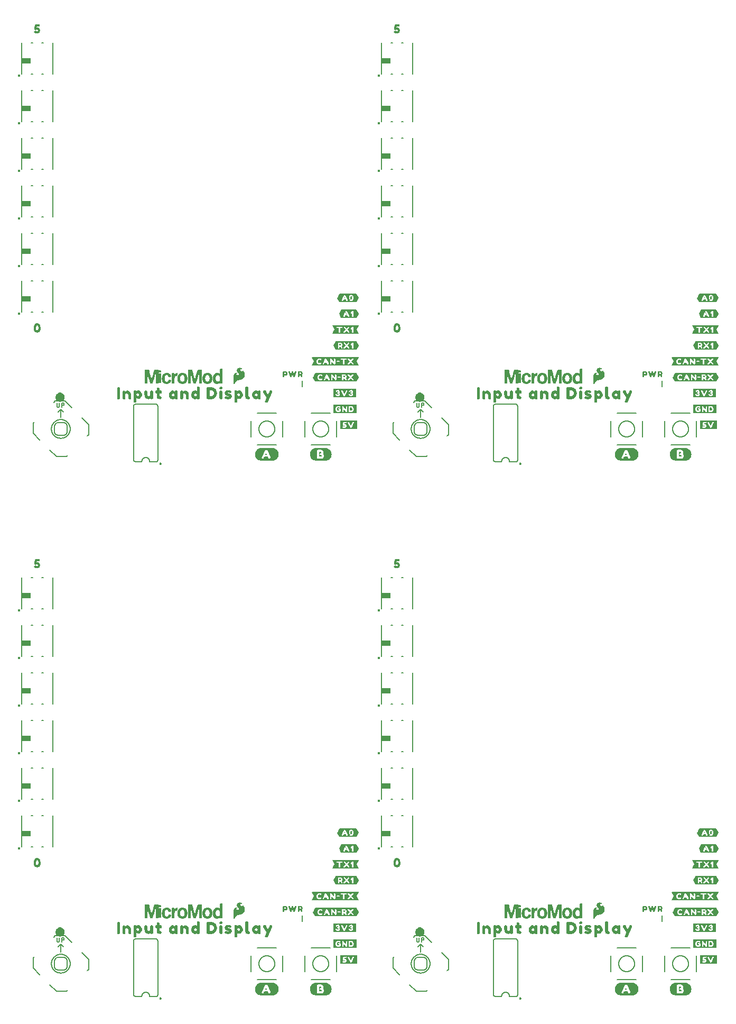
<source format=gto>
G04 EAGLE Gerber RS-274X export*
G75*
%MOMM*%
%FSLAX34Y34*%
%LPD*%
%INSilkscreen Top*%
%IPPOS*%
%AMOC8*
5,1,8,0,0,1.08239X$1,22.5*%
G01*
%ADD10C,0.203200*%
%ADD11C,0.127000*%
%ADD12R,1.550000X0.890000*%
%ADD13C,0.406400*%
%ADD14C,0.152400*%

G36*
X1129705Y221754D02*
X1129705Y221754D01*
X1129708Y221751D01*
X1130308Y221851D01*
X1130309Y221852D01*
X1130310Y221852D01*
X1130311Y221854D01*
X1130349Y221895D01*
X1130336Y221907D01*
X1130344Y221922D01*
X1126955Y228600D01*
X1127244Y229178D01*
X1130244Y235178D01*
X1130243Y235181D01*
X1130245Y235183D01*
X1130242Y235187D01*
X1130233Y235236D01*
X1130224Y235235D01*
X1130222Y235244D01*
X1129822Y235444D01*
X1129812Y235442D01*
X1129805Y235442D01*
X1129800Y235449D01*
X1055800Y235449D01*
X1055791Y235442D01*
X1055787Y235442D01*
X1055782Y235446D01*
X1055282Y235246D01*
X1055264Y235217D01*
X1055255Y235209D01*
X1055258Y235206D01*
X1055251Y235195D01*
X1055261Y235189D01*
X1055256Y235178D01*
X1058256Y229178D01*
X1058545Y228600D01*
X1055256Y221922D01*
X1055267Y221863D01*
X1055283Y221866D01*
X1055290Y221852D01*
X1055790Y221752D01*
X1055797Y221755D01*
X1055800Y221751D01*
X1129700Y221751D01*
X1129705Y221754D01*
G37*
G36*
X553125Y221754D02*
X553125Y221754D01*
X553128Y221751D01*
X553728Y221851D01*
X553729Y221852D01*
X553730Y221852D01*
X553731Y221854D01*
X553769Y221895D01*
X553756Y221907D01*
X553764Y221922D01*
X550375Y228600D01*
X550664Y229178D01*
X553664Y235178D01*
X553663Y235181D01*
X553665Y235183D01*
X553662Y235187D01*
X553653Y235236D01*
X553644Y235235D01*
X553642Y235244D01*
X553242Y235444D01*
X553232Y235442D01*
X553225Y235442D01*
X553220Y235449D01*
X479220Y235449D01*
X479211Y235442D01*
X479207Y235442D01*
X479202Y235446D01*
X478702Y235246D01*
X478684Y235217D01*
X478675Y235209D01*
X478678Y235206D01*
X478671Y235195D01*
X478681Y235189D01*
X478676Y235178D01*
X481676Y229178D01*
X481965Y228600D01*
X478676Y221922D01*
X478687Y221863D01*
X478703Y221866D01*
X478710Y221852D01*
X479210Y221752D01*
X479217Y221755D01*
X479220Y221751D01*
X553120Y221751D01*
X553125Y221754D01*
G37*
G36*
X1129705Y1077734D02*
X1129705Y1077734D01*
X1129708Y1077731D01*
X1130308Y1077831D01*
X1130309Y1077832D01*
X1130310Y1077832D01*
X1130311Y1077834D01*
X1130349Y1077875D01*
X1130336Y1077887D01*
X1130344Y1077902D01*
X1126955Y1084580D01*
X1127244Y1085158D01*
X1130244Y1091158D01*
X1130243Y1091161D01*
X1130245Y1091163D01*
X1130242Y1091167D01*
X1130233Y1091216D01*
X1130224Y1091215D01*
X1130222Y1091224D01*
X1129822Y1091424D01*
X1129812Y1091422D01*
X1129805Y1091422D01*
X1129800Y1091429D01*
X1055800Y1091429D01*
X1055791Y1091422D01*
X1055787Y1091422D01*
X1055782Y1091426D01*
X1055282Y1091226D01*
X1055264Y1091197D01*
X1055255Y1091189D01*
X1055258Y1091186D01*
X1055251Y1091175D01*
X1055261Y1091169D01*
X1055256Y1091158D01*
X1058256Y1085158D01*
X1058545Y1084580D01*
X1055256Y1077902D01*
X1055267Y1077843D01*
X1055283Y1077846D01*
X1055290Y1077832D01*
X1055790Y1077732D01*
X1055797Y1077735D01*
X1055800Y1077731D01*
X1129700Y1077731D01*
X1129705Y1077734D01*
G37*
G36*
X553125Y1077734D02*
X553125Y1077734D01*
X553128Y1077731D01*
X553728Y1077831D01*
X553729Y1077832D01*
X553730Y1077832D01*
X553731Y1077834D01*
X553769Y1077875D01*
X553756Y1077887D01*
X553764Y1077902D01*
X550375Y1084580D01*
X550664Y1085158D01*
X553664Y1091158D01*
X553663Y1091161D01*
X553665Y1091163D01*
X553662Y1091167D01*
X553653Y1091216D01*
X553644Y1091215D01*
X553642Y1091224D01*
X553242Y1091424D01*
X553232Y1091422D01*
X553225Y1091422D01*
X553220Y1091429D01*
X479220Y1091429D01*
X479211Y1091422D01*
X479207Y1091422D01*
X479202Y1091426D01*
X478702Y1091226D01*
X478684Y1091197D01*
X478675Y1091189D01*
X478678Y1091186D01*
X478671Y1091175D01*
X478681Y1091169D01*
X478676Y1091158D01*
X481676Y1085158D01*
X481965Y1084580D01*
X478676Y1077902D01*
X478687Y1077843D01*
X478703Y1077846D01*
X478710Y1077832D01*
X479210Y1077732D01*
X479217Y1077735D01*
X479220Y1077731D01*
X553120Y1077731D01*
X553125Y1077734D01*
G37*
G36*
X1126721Y196367D02*
X1126721Y196367D01*
X1126735Y196365D01*
X1127135Y196765D01*
X1127136Y196776D01*
X1127144Y196778D01*
X1130244Y202878D01*
X1130243Y202884D01*
X1130247Y202888D01*
X1130241Y202897D01*
X1130240Y202899D01*
X1130249Y202908D01*
X1130149Y203508D01*
X1130141Y203515D01*
X1130144Y203522D01*
X1127144Y209622D01*
X1127134Y209627D01*
X1127135Y209635D01*
X1126735Y210035D01*
X1126710Y210038D01*
X1126707Y210042D01*
X1126705Y210042D01*
X1126700Y210049D01*
X1063700Y210049D01*
X1063691Y210042D01*
X1063679Y210045D01*
X1063676Y210031D01*
X1063653Y210014D01*
X1063637Y210033D01*
X1063609Y210038D01*
X1063606Y210042D01*
X1063605Y210042D01*
X1063600Y210049D01*
X1060700Y210049D01*
X1060691Y210042D01*
X1060687Y210042D01*
X1060682Y210046D01*
X1060182Y209846D01*
X1060169Y209825D01*
X1060156Y209822D01*
X1057056Y203722D01*
X1057057Y203717D01*
X1057053Y203716D01*
X1056853Y203116D01*
X1056855Y203112D01*
X1056854Y203111D01*
X1056856Y203109D01*
X1056862Y203090D01*
X1056856Y203078D01*
X1060256Y196378D01*
X1060293Y196360D01*
X1060300Y196351D01*
X1126700Y196351D01*
X1126721Y196367D01*
G37*
G36*
X550141Y1052347D02*
X550141Y1052347D01*
X550155Y1052345D01*
X550555Y1052745D01*
X550556Y1052756D01*
X550564Y1052758D01*
X553664Y1058858D01*
X553663Y1058864D01*
X553667Y1058868D01*
X553661Y1058877D01*
X553660Y1058879D01*
X553669Y1058888D01*
X553569Y1059488D01*
X553561Y1059495D01*
X553564Y1059502D01*
X550564Y1065602D01*
X550554Y1065607D01*
X550555Y1065615D01*
X550155Y1066015D01*
X550130Y1066018D01*
X550127Y1066022D01*
X550125Y1066022D01*
X550120Y1066029D01*
X487120Y1066029D01*
X487111Y1066022D01*
X487099Y1066025D01*
X487096Y1066011D01*
X487073Y1065994D01*
X487057Y1066013D01*
X487029Y1066018D01*
X487026Y1066022D01*
X487025Y1066022D01*
X487020Y1066029D01*
X484120Y1066029D01*
X484111Y1066022D01*
X484107Y1066022D01*
X484102Y1066026D01*
X483602Y1065826D01*
X483589Y1065805D01*
X483576Y1065802D01*
X480476Y1059702D01*
X480477Y1059697D01*
X480473Y1059696D01*
X480273Y1059096D01*
X480275Y1059092D01*
X480274Y1059091D01*
X480276Y1059089D01*
X480282Y1059070D01*
X480276Y1059058D01*
X483676Y1052358D01*
X483713Y1052340D01*
X483720Y1052331D01*
X550120Y1052331D01*
X550141Y1052347D01*
G37*
G36*
X1126721Y1052347D02*
X1126721Y1052347D01*
X1126735Y1052345D01*
X1127135Y1052745D01*
X1127136Y1052756D01*
X1127144Y1052758D01*
X1130244Y1058858D01*
X1130243Y1058864D01*
X1130247Y1058868D01*
X1130241Y1058877D01*
X1130240Y1058879D01*
X1130249Y1058888D01*
X1130149Y1059488D01*
X1130141Y1059495D01*
X1130144Y1059502D01*
X1127144Y1065602D01*
X1127134Y1065607D01*
X1127135Y1065615D01*
X1126735Y1066015D01*
X1126710Y1066018D01*
X1126707Y1066022D01*
X1126705Y1066022D01*
X1126700Y1066029D01*
X1063700Y1066029D01*
X1063691Y1066022D01*
X1063679Y1066025D01*
X1063676Y1066011D01*
X1063653Y1065994D01*
X1063637Y1066013D01*
X1063609Y1066018D01*
X1063606Y1066022D01*
X1063605Y1066022D01*
X1063600Y1066029D01*
X1060700Y1066029D01*
X1060691Y1066022D01*
X1060687Y1066022D01*
X1060682Y1066026D01*
X1060182Y1065826D01*
X1060169Y1065805D01*
X1060156Y1065802D01*
X1057056Y1059702D01*
X1057057Y1059697D01*
X1057053Y1059696D01*
X1056853Y1059096D01*
X1056855Y1059092D01*
X1056854Y1059091D01*
X1056856Y1059089D01*
X1056862Y1059070D01*
X1056856Y1059058D01*
X1060256Y1052358D01*
X1060293Y1052340D01*
X1060300Y1052331D01*
X1126700Y1052331D01*
X1126721Y1052347D01*
G37*
G36*
X550141Y196367D02*
X550141Y196367D01*
X550155Y196365D01*
X550555Y196765D01*
X550556Y196776D01*
X550564Y196778D01*
X553664Y202878D01*
X553663Y202884D01*
X553667Y202888D01*
X553661Y202897D01*
X553660Y202899D01*
X553669Y202908D01*
X553569Y203508D01*
X553561Y203515D01*
X553564Y203522D01*
X550564Y209622D01*
X550554Y209627D01*
X550555Y209635D01*
X550155Y210035D01*
X550130Y210038D01*
X550127Y210042D01*
X550125Y210042D01*
X550120Y210049D01*
X487120Y210049D01*
X487111Y210042D01*
X487099Y210045D01*
X487096Y210031D01*
X487073Y210014D01*
X487057Y210033D01*
X487029Y210038D01*
X487026Y210042D01*
X487025Y210042D01*
X487020Y210049D01*
X484120Y210049D01*
X484111Y210042D01*
X484107Y210042D01*
X484102Y210046D01*
X483602Y209846D01*
X483589Y209825D01*
X483576Y209822D01*
X480476Y203722D01*
X480477Y203717D01*
X480473Y203716D01*
X480273Y203116D01*
X480275Y203112D01*
X480274Y203111D01*
X480276Y203109D01*
X480282Y203090D01*
X480276Y203078D01*
X483676Y196378D01*
X483713Y196360D01*
X483720Y196351D01*
X550120Y196351D01*
X550141Y196367D01*
G37*
G36*
X992083Y69763D02*
X992083Y69763D01*
X992085Y69761D01*
X993085Y69861D01*
X993088Y69864D01*
X993090Y69862D01*
X994090Y70062D01*
X994093Y70065D01*
X994096Y70063D01*
X994996Y70363D01*
X994997Y70365D01*
X994998Y70364D01*
X995998Y70764D01*
X996001Y70768D01*
X996004Y70767D01*
X996904Y71267D01*
X996905Y71269D01*
X996906Y71268D01*
X997706Y71768D01*
X997708Y71774D01*
X997712Y71773D01*
X998512Y72473D01*
X998513Y72475D01*
X998515Y72475D01*
X999215Y73175D01*
X999215Y73178D01*
X999217Y73178D01*
X999917Y73978D01*
X999918Y73985D01*
X999923Y73986D01*
X1000923Y75786D01*
X1000923Y75789D01*
X1000925Y75790D01*
X1001325Y76690D01*
X1001325Y76691D01*
X1001325Y76692D01*
X1001324Y76693D01*
X1001324Y76695D01*
X1001327Y76696D01*
X1001627Y77696D01*
X1001626Y77699D01*
X1001628Y77700D01*
X1001828Y78700D01*
X1001825Y78707D01*
X1001829Y78710D01*
X1001829Y80710D01*
X1001827Y80713D01*
X1001829Y80715D01*
X1001729Y81715D01*
X1001726Y81718D01*
X1001728Y81720D01*
X1001528Y82720D01*
X1001526Y82722D01*
X1001527Y82724D01*
X1001227Y83724D01*
X1001221Y83729D01*
X1001223Y83734D01*
X1000223Y85534D01*
X1000218Y85536D01*
X1000219Y85540D01*
X999019Y87140D01*
X999012Y87142D01*
X999012Y87147D01*
X998212Y87847D01*
X998210Y87847D01*
X998210Y87849D01*
X997410Y88449D01*
X997404Y88449D01*
X997404Y88453D01*
X995604Y89453D01*
X995597Y89452D01*
X995596Y89457D01*
X994696Y89757D01*
X994694Y89756D01*
X994694Y89757D01*
X993694Y90057D01*
X993688Y90055D01*
X993685Y90059D01*
X992685Y90159D01*
X992684Y90159D01*
X991584Y90259D01*
X991582Y90257D01*
X991580Y90259D01*
X974280Y90259D01*
X974276Y90256D01*
X974273Y90259D01*
X973574Y90159D01*
X972575Y90059D01*
X972572Y90056D01*
X972570Y90058D01*
X971570Y89858D01*
X971568Y89856D01*
X971566Y89857D01*
X970566Y89557D01*
X970561Y89551D01*
X970556Y89553D01*
X968756Y88553D01*
X968754Y88548D01*
X968750Y88549D01*
X967150Y87349D01*
X967148Y87342D01*
X967143Y87342D01*
X966443Y86542D01*
X966443Y86540D01*
X966441Y86540D01*
X965841Y85740D01*
X965841Y85734D01*
X965837Y85734D01*
X964837Y83934D01*
X964838Y83926D01*
X964833Y83924D01*
X964533Y82924D01*
X964233Y82026D01*
X964236Y82018D01*
X964231Y82015D01*
X964131Y81015D01*
X964133Y81012D01*
X964131Y81010D01*
X964131Y78910D01*
X964135Y78904D01*
X964132Y78900D01*
X964532Y76900D01*
X964538Y76895D01*
X964535Y76890D01*
X965335Y75090D01*
X965341Y75087D01*
X965339Y75083D01*
X965939Y74183D01*
X965941Y74182D01*
X965941Y74180D01*
X966541Y73380D01*
X966543Y73380D01*
X966543Y73378D01*
X967243Y72578D01*
X967250Y72576D01*
X967250Y72571D01*
X968850Y71371D01*
X968856Y71371D01*
X968856Y71367D01*
X969756Y70867D01*
X969759Y70867D01*
X969760Y70865D01*
X970660Y70465D01*
X970665Y70466D01*
X970666Y70463D01*
X971666Y70163D01*
X971669Y70164D01*
X971670Y70162D01*
X972670Y69962D01*
X972674Y69963D01*
X972675Y69961D01*
X974675Y69761D01*
X974678Y69763D01*
X974680Y69761D01*
X992080Y69761D01*
X992083Y69763D01*
G37*
G36*
X415503Y69763D02*
X415503Y69763D01*
X415505Y69761D01*
X416505Y69861D01*
X416508Y69864D01*
X416510Y69862D01*
X417510Y70062D01*
X417513Y70065D01*
X417516Y70063D01*
X418416Y70363D01*
X418417Y70365D01*
X418418Y70364D01*
X419418Y70764D01*
X419421Y70768D01*
X419424Y70767D01*
X420324Y71267D01*
X420325Y71269D01*
X420326Y71268D01*
X421126Y71768D01*
X421128Y71774D01*
X421132Y71773D01*
X421932Y72473D01*
X421933Y72475D01*
X421935Y72475D01*
X422635Y73175D01*
X422635Y73178D01*
X422637Y73178D01*
X423337Y73978D01*
X423338Y73985D01*
X423343Y73986D01*
X424343Y75786D01*
X424343Y75789D01*
X424345Y75790D01*
X424745Y76690D01*
X424745Y76691D01*
X424745Y76692D01*
X424744Y76693D01*
X424744Y76695D01*
X424747Y76696D01*
X425047Y77696D01*
X425046Y77699D01*
X425048Y77700D01*
X425248Y78700D01*
X425245Y78707D01*
X425249Y78710D01*
X425249Y80710D01*
X425247Y80713D01*
X425249Y80715D01*
X425149Y81715D01*
X425146Y81718D01*
X425148Y81720D01*
X424948Y82720D01*
X424946Y82722D01*
X424947Y82724D01*
X424647Y83724D01*
X424641Y83729D01*
X424643Y83734D01*
X423643Y85534D01*
X423638Y85536D01*
X423639Y85540D01*
X422439Y87140D01*
X422432Y87142D01*
X422432Y87147D01*
X421632Y87847D01*
X421630Y87847D01*
X421630Y87849D01*
X420830Y88449D01*
X420824Y88449D01*
X420824Y88453D01*
X419024Y89453D01*
X419017Y89452D01*
X419016Y89457D01*
X418116Y89757D01*
X418114Y89756D01*
X418114Y89757D01*
X417114Y90057D01*
X417108Y90055D01*
X417105Y90059D01*
X416105Y90159D01*
X416104Y90159D01*
X415004Y90259D01*
X415002Y90257D01*
X415000Y90259D01*
X397700Y90259D01*
X397696Y90256D01*
X397693Y90259D01*
X396994Y90159D01*
X395995Y90059D01*
X395992Y90056D01*
X395990Y90058D01*
X394990Y89858D01*
X394988Y89856D01*
X394986Y89857D01*
X393986Y89557D01*
X393981Y89551D01*
X393976Y89553D01*
X392176Y88553D01*
X392174Y88548D01*
X392170Y88549D01*
X390570Y87349D01*
X390568Y87342D01*
X390563Y87342D01*
X389863Y86542D01*
X389863Y86540D01*
X389861Y86540D01*
X389261Y85740D01*
X389261Y85734D01*
X389257Y85734D01*
X388257Y83934D01*
X388258Y83926D01*
X388253Y83924D01*
X387953Y82924D01*
X387653Y82026D01*
X387656Y82018D01*
X387651Y82015D01*
X387551Y81015D01*
X387553Y81012D01*
X387551Y81010D01*
X387551Y78910D01*
X387555Y78904D01*
X387552Y78900D01*
X387952Y76900D01*
X387958Y76895D01*
X387955Y76890D01*
X388755Y75090D01*
X388761Y75087D01*
X388759Y75083D01*
X389359Y74183D01*
X389361Y74182D01*
X389361Y74180D01*
X389961Y73380D01*
X389963Y73380D01*
X389963Y73378D01*
X390663Y72578D01*
X390670Y72576D01*
X390670Y72571D01*
X392270Y71371D01*
X392276Y71371D01*
X392276Y71367D01*
X393176Y70867D01*
X393179Y70867D01*
X393180Y70865D01*
X394080Y70465D01*
X394085Y70466D01*
X394086Y70463D01*
X395086Y70163D01*
X395089Y70164D01*
X395090Y70162D01*
X396090Y69962D01*
X396094Y69963D01*
X396095Y69961D01*
X398095Y69761D01*
X398098Y69763D01*
X398100Y69761D01*
X415500Y69761D01*
X415503Y69763D01*
G37*
G36*
X992083Y925743D02*
X992083Y925743D01*
X992085Y925741D01*
X993085Y925841D01*
X993088Y925844D01*
X993090Y925842D01*
X994090Y926042D01*
X994093Y926045D01*
X994096Y926043D01*
X994996Y926343D01*
X994997Y926345D01*
X994998Y926344D01*
X995998Y926744D01*
X996001Y926748D01*
X996004Y926747D01*
X996904Y927247D01*
X996905Y927249D01*
X996906Y927248D01*
X997706Y927748D01*
X997708Y927754D01*
X997712Y927753D01*
X998512Y928453D01*
X998513Y928455D01*
X998515Y928455D01*
X999215Y929155D01*
X999215Y929158D01*
X999217Y929158D01*
X999917Y929958D01*
X999918Y929965D01*
X999923Y929966D01*
X1000923Y931766D01*
X1000923Y931769D01*
X1000925Y931770D01*
X1001325Y932670D01*
X1001325Y932671D01*
X1001325Y932672D01*
X1001324Y932673D01*
X1001324Y932675D01*
X1001327Y932676D01*
X1001627Y933676D01*
X1001626Y933679D01*
X1001628Y933680D01*
X1001828Y934680D01*
X1001825Y934687D01*
X1001829Y934690D01*
X1001829Y936690D01*
X1001827Y936693D01*
X1001829Y936695D01*
X1001729Y937695D01*
X1001726Y937698D01*
X1001728Y937700D01*
X1001528Y938700D01*
X1001526Y938702D01*
X1001527Y938704D01*
X1001227Y939704D01*
X1001221Y939709D01*
X1001223Y939714D01*
X1000223Y941514D01*
X1000218Y941516D01*
X1000219Y941520D01*
X999019Y943120D01*
X999012Y943122D01*
X999012Y943127D01*
X998212Y943827D01*
X998210Y943827D01*
X998210Y943829D01*
X997410Y944429D01*
X997404Y944429D01*
X997404Y944433D01*
X995604Y945433D01*
X995597Y945432D01*
X995596Y945437D01*
X994696Y945737D01*
X994694Y945736D01*
X994694Y945737D01*
X993694Y946037D01*
X993688Y946035D01*
X993685Y946039D01*
X992685Y946139D01*
X992684Y946139D01*
X991584Y946239D01*
X991582Y946237D01*
X991580Y946239D01*
X974280Y946239D01*
X974276Y946236D01*
X974273Y946239D01*
X973574Y946139D01*
X972575Y946039D01*
X972572Y946036D01*
X972570Y946038D01*
X971570Y945838D01*
X971568Y945836D01*
X971566Y945837D01*
X970566Y945537D01*
X970561Y945531D01*
X970556Y945533D01*
X968756Y944533D01*
X968754Y944528D01*
X968750Y944529D01*
X967150Y943329D01*
X967148Y943322D01*
X967143Y943322D01*
X966443Y942522D01*
X966443Y942520D01*
X966441Y942520D01*
X965841Y941720D01*
X965841Y941714D01*
X965837Y941714D01*
X964837Y939914D01*
X964838Y939906D01*
X964833Y939904D01*
X964533Y938904D01*
X964233Y938006D01*
X964236Y937998D01*
X964231Y937995D01*
X964131Y936995D01*
X964133Y936992D01*
X964131Y936990D01*
X964131Y934890D01*
X964135Y934884D01*
X964132Y934880D01*
X964532Y932880D01*
X964538Y932875D01*
X964535Y932870D01*
X965335Y931070D01*
X965341Y931067D01*
X965339Y931063D01*
X965939Y930163D01*
X965941Y930162D01*
X965941Y930160D01*
X966541Y929360D01*
X966543Y929360D01*
X966543Y929358D01*
X967243Y928558D01*
X967250Y928556D01*
X967250Y928551D01*
X968850Y927351D01*
X968856Y927351D01*
X968856Y927347D01*
X969756Y926847D01*
X969759Y926847D01*
X969760Y926845D01*
X970660Y926445D01*
X970665Y926446D01*
X970666Y926443D01*
X971666Y926143D01*
X971669Y926144D01*
X971670Y926142D01*
X972670Y925942D01*
X972674Y925943D01*
X972675Y925941D01*
X974675Y925741D01*
X974678Y925743D01*
X974680Y925741D01*
X992080Y925741D01*
X992083Y925743D01*
G37*
G36*
X415503Y925743D02*
X415503Y925743D01*
X415505Y925741D01*
X416505Y925841D01*
X416508Y925844D01*
X416510Y925842D01*
X417510Y926042D01*
X417513Y926045D01*
X417516Y926043D01*
X418416Y926343D01*
X418417Y926345D01*
X418418Y926344D01*
X419418Y926744D01*
X419421Y926748D01*
X419424Y926747D01*
X420324Y927247D01*
X420325Y927249D01*
X420326Y927248D01*
X421126Y927748D01*
X421128Y927754D01*
X421132Y927753D01*
X421932Y928453D01*
X421933Y928455D01*
X421935Y928455D01*
X422635Y929155D01*
X422635Y929158D01*
X422637Y929158D01*
X423337Y929958D01*
X423338Y929965D01*
X423343Y929966D01*
X424343Y931766D01*
X424343Y931769D01*
X424345Y931770D01*
X424745Y932670D01*
X424745Y932671D01*
X424745Y932672D01*
X424744Y932673D01*
X424744Y932675D01*
X424747Y932676D01*
X425047Y933676D01*
X425046Y933679D01*
X425048Y933680D01*
X425248Y934680D01*
X425245Y934687D01*
X425249Y934690D01*
X425249Y936690D01*
X425247Y936693D01*
X425249Y936695D01*
X425149Y937695D01*
X425146Y937698D01*
X425148Y937700D01*
X424948Y938700D01*
X424946Y938702D01*
X424947Y938704D01*
X424647Y939704D01*
X424641Y939709D01*
X424643Y939714D01*
X423643Y941514D01*
X423638Y941516D01*
X423639Y941520D01*
X422439Y943120D01*
X422432Y943122D01*
X422432Y943127D01*
X421632Y943827D01*
X421630Y943827D01*
X421630Y943829D01*
X420830Y944429D01*
X420824Y944429D01*
X420824Y944433D01*
X419024Y945433D01*
X419017Y945432D01*
X419016Y945437D01*
X418116Y945737D01*
X418114Y945736D01*
X418114Y945737D01*
X417114Y946037D01*
X417108Y946035D01*
X417105Y946039D01*
X416105Y946139D01*
X416104Y946139D01*
X415004Y946239D01*
X415002Y946237D01*
X415000Y946239D01*
X397700Y946239D01*
X397696Y946236D01*
X397693Y946239D01*
X396994Y946139D01*
X395995Y946039D01*
X395992Y946036D01*
X395990Y946038D01*
X394990Y945838D01*
X394988Y945836D01*
X394986Y945837D01*
X393986Y945537D01*
X393981Y945531D01*
X393976Y945533D01*
X392176Y944533D01*
X392174Y944528D01*
X392170Y944529D01*
X390570Y943329D01*
X390568Y943322D01*
X390563Y943322D01*
X389863Y942522D01*
X389863Y942520D01*
X389861Y942520D01*
X389261Y941720D01*
X389261Y941714D01*
X389257Y941714D01*
X388257Y939914D01*
X388258Y939906D01*
X388253Y939904D01*
X387953Y938904D01*
X387653Y938006D01*
X387656Y937998D01*
X387651Y937995D01*
X387551Y936995D01*
X387553Y936992D01*
X387551Y936990D01*
X387551Y934890D01*
X387555Y934884D01*
X387552Y934880D01*
X387952Y932880D01*
X387958Y932875D01*
X387955Y932870D01*
X388755Y931070D01*
X388761Y931067D01*
X388759Y931063D01*
X389359Y930163D01*
X389361Y930162D01*
X389361Y930160D01*
X389961Y929360D01*
X389963Y929360D01*
X389963Y929358D01*
X390663Y928558D01*
X390670Y928556D01*
X390670Y928551D01*
X392270Y927351D01*
X392276Y927351D01*
X392276Y927347D01*
X393176Y926847D01*
X393179Y926847D01*
X393180Y926845D01*
X394080Y926445D01*
X394085Y926446D01*
X394086Y926443D01*
X395086Y926143D01*
X395089Y926144D01*
X395090Y926142D01*
X396090Y925942D01*
X396094Y925943D01*
X396095Y925941D01*
X398095Y925741D01*
X398098Y925743D01*
X398100Y925741D01*
X415500Y925741D01*
X415503Y925743D01*
G37*
G36*
X1076843Y69763D02*
X1076843Y69763D01*
X1076844Y69761D01*
X1077944Y69861D01*
X1077947Y69864D01*
X1077950Y69862D01*
X1078950Y70062D01*
X1078953Y70065D01*
X1078956Y70063D01*
X1079856Y70363D01*
X1079857Y70365D01*
X1079858Y70364D01*
X1080858Y70764D01*
X1080861Y70768D01*
X1080864Y70767D01*
X1081764Y71267D01*
X1081765Y71269D01*
X1081766Y71268D01*
X1082566Y71768D01*
X1082568Y71774D01*
X1082572Y71773D01*
X1083372Y72473D01*
X1083373Y72475D01*
X1083375Y72475D01*
X1084075Y73175D01*
X1084075Y73178D01*
X1084077Y73178D01*
X1084777Y73978D01*
X1084778Y73985D01*
X1084783Y73986D01*
X1085783Y75786D01*
X1085783Y75789D01*
X1085785Y75790D01*
X1086185Y76690D01*
X1086185Y76691D01*
X1086185Y76692D01*
X1086184Y76693D01*
X1086184Y76695D01*
X1086187Y76696D01*
X1086487Y77696D01*
X1086485Y77702D01*
X1086489Y77705D01*
X1086689Y79705D01*
X1086687Y79708D01*
X1086689Y79710D01*
X1086689Y80710D01*
X1086687Y80713D01*
X1086689Y80715D01*
X1086589Y81715D01*
X1086584Y81720D01*
X1086587Y81724D01*
X1085987Y83724D01*
X1085983Y83727D01*
X1085985Y83730D01*
X1085585Y84630D01*
X1085582Y84632D01*
X1085583Y84634D01*
X1085083Y85534D01*
X1085078Y85536D01*
X1085079Y85540D01*
X1084479Y86340D01*
X1084477Y86340D01*
X1084477Y86342D01*
X1083777Y87142D01*
X1083775Y87143D01*
X1083775Y87145D01*
X1083075Y87845D01*
X1083070Y87846D01*
X1083070Y87849D01*
X1082270Y88449D01*
X1082264Y88449D01*
X1082264Y88453D01*
X1080464Y89453D01*
X1080456Y89452D01*
X1080454Y89457D01*
X1078454Y90057D01*
X1078448Y90055D01*
X1078445Y90059D01*
X1076445Y90259D01*
X1076442Y90257D01*
X1076440Y90259D01*
X1062140Y90259D01*
X1062136Y90256D01*
X1062133Y90259D01*
X1061434Y90159D01*
X1060435Y90059D01*
X1060432Y90056D01*
X1060430Y90058D01*
X1059430Y89858D01*
X1059426Y89853D01*
X1059422Y89856D01*
X1058422Y89456D01*
X1058421Y89454D01*
X1058420Y89455D01*
X1057520Y89055D01*
X1057518Y89052D01*
X1057516Y89053D01*
X1056616Y88553D01*
X1056614Y88548D01*
X1056610Y88549D01*
X1055810Y87949D01*
X1055810Y87947D01*
X1055808Y87947D01*
X1055008Y87247D01*
X1055007Y87245D01*
X1055005Y87245D01*
X1054305Y86545D01*
X1054304Y86540D01*
X1054301Y86540D01*
X1053701Y85740D01*
X1053701Y85734D01*
X1053697Y85734D01*
X1052697Y83934D01*
X1052698Y83926D01*
X1052693Y83924D01*
X1052393Y82924D01*
X1052393Y82923D01*
X1052394Y82921D01*
X1052392Y82920D01*
X1051992Y80920D01*
X1051995Y80913D01*
X1051991Y80910D01*
X1051991Y78910D01*
X1051995Y78904D01*
X1051992Y78900D01*
X1052192Y77900D01*
X1052194Y77898D01*
X1052193Y77896D01*
X1052793Y75896D01*
X1052799Y75891D01*
X1052797Y75886D01*
X1053297Y74986D01*
X1053299Y74985D01*
X1053298Y74984D01*
X1053798Y74184D01*
X1053801Y74183D01*
X1053801Y74180D01*
X1054401Y73380D01*
X1054403Y73380D01*
X1054403Y73378D01*
X1055103Y72578D01*
X1055110Y72576D01*
X1055110Y72571D01*
X1055910Y71971D01*
X1055913Y71971D01*
X1055913Y71969D01*
X1056813Y71369D01*
X1056814Y71369D01*
X1056814Y71368D01*
X1057614Y70868D01*
X1057620Y70869D01*
X1057622Y70864D01*
X1058622Y70464D01*
X1058625Y70465D01*
X1058626Y70463D01*
X1059626Y70163D01*
X1059628Y70164D01*
X1059629Y70162D01*
X1060529Y69962D01*
X1060534Y69964D01*
X1060536Y69961D01*
X1061636Y69861D01*
X1062635Y69761D01*
X1062638Y69763D01*
X1062640Y69761D01*
X1076840Y69761D01*
X1076843Y69763D01*
G37*
G36*
X1076843Y925743D02*
X1076843Y925743D01*
X1076844Y925741D01*
X1077944Y925841D01*
X1077947Y925844D01*
X1077950Y925842D01*
X1078950Y926042D01*
X1078953Y926045D01*
X1078956Y926043D01*
X1079856Y926343D01*
X1079857Y926345D01*
X1079858Y926344D01*
X1080858Y926744D01*
X1080861Y926748D01*
X1080864Y926747D01*
X1081764Y927247D01*
X1081765Y927249D01*
X1081766Y927248D01*
X1082566Y927748D01*
X1082568Y927754D01*
X1082572Y927753D01*
X1083372Y928453D01*
X1083373Y928455D01*
X1083375Y928455D01*
X1084075Y929155D01*
X1084075Y929158D01*
X1084077Y929158D01*
X1084777Y929958D01*
X1084778Y929965D01*
X1084783Y929966D01*
X1085783Y931766D01*
X1085783Y931769D01*
X1085785Y931770D01*
X1086185Y932670D01*
X1086185Y932671D01*
X1086185Y932672D01*
X1086184Y932673D01*
X1086184Y932675D01*
X1086187Y932676D01*
X1086487Y933676D01*
X1086485Y933682D01*
X1086489Y933685D01*
X1086689Y935685D01*
X1086687Y935688D01*
X1086689Y935690D01*
X1086689Y936690D01*
X1086687Y936693D01*
X1086689Y936695D01*
X1086589Y937695D01*
X1086584Y937700D01*
X1086587Y937704D01*
X1085987Y939704D01*
X1085983Y939707D01*
X1085985Y939710D01*
X1085585Y940610D01*
X1085582Y940612D01*
X1085583Y940614D01*
X1085083Y941514D01*
X1085078Y941516D01*
X1085079Y941520D01*
X1084479Y942320D01*
X1084477Y942320D01*
X1084477Y942322D01*
X1083777Y943122D01*
X1083775Y943123D01*
X1083775Y943125D01*
X1083075Y943825D01*
X1083070Y943826D01*
X1083070Y943829D01*
X1082270Y944429D01*
X1082264Y944429D01*
X1082264Y944433D01*
X1080464Y945433D01*
X1080456Y945432D01*
X1080454Y945437D01*
X1078454Y946037D01*
X1078448Y946035D01*
X1078445Y946039D01*
X1076445Y946239D01*
X1076442Y946237D01*
X1076440Y946239D01*
X1062140Y946239D01*
X1062136Y946236D01*
X1062133Y946239D01*
X1061434Y946139D01*
X1060435Y946039D01*
X1060432Y946036D01*
X1060430Y946038D01*
X1059430Y945838D01*
X1059426Y945833D01*
X1059422Y945836D01*
X1058422Y945436D01*
X1058421Y945434D01*
X1058420Y945435D01*
X1057520Y945035D01*
X1057518Y945032D01*
X1057516Y945033D01*
X1056616Y944533D01*
X1056614Y944528D01*
X1056610Y944529D01*
X1055810Y943929D01*
X1055810Y943927D01*
X1055808Y943927D01*
X1055008Y943227D01*
X1055007Y943225D01*
X1055005Y943225D01*
X1054305Y942525D01*
X1054304Y942520D01*
X1054301Y942520D01*
X1053701Y941720D01*
X1053701Y941714D01*
X1053697Y941714D01*
X1052697Y939914D01*
X1052698Y939906D01*
X1052693Y939904D01*
X1052393Y938904D01*
X1052393Y938903D01*
X1052394Y938901D01*
X1052392Y938900D01*
X1051992Y936900D01*
X1051995Y936893D01*
X1051991Y936890D01*
X1051991Y934890D01*
X1051995Y934884D01*
X1051992Y934880D01*
X1052192Y933880D01*
X1052194Y933878D01*
X1052193Y933876D01*
X1052793Y931876D01*
X1052799Y931871D01*
X1052797Y931866D01*
X1053297Y930966D01*
X1053299Y930965D01*
X1053298Y930964D01*
X1053798Y930164D01*
X1053801Y930163D01*
X1053801Y930160D01*
X1054401Y929360D01*
X1054403Y929360D01*
X1054403Y929358D01*
X1055103Y928558D01*
X1055110Y928556D01*
X1055110Y928551D01*
X1055910Y927951D01*
X1055913Y927951D01*
X1055913Y927949D01*
X1056813Y927349D01*
X1056814Y927349D01*
X1056814Y927348D01*
X1057614Y926848D01*
X1057620Y926849D01*
X1057622Y926844D01*
X1058622Y926444D01*
X1058625Y926445D01*
X1058626Y926443D01*
X1059626Y926143D01*
X1059628Y926144D01*
X1059629Y926142D01*
X1060529Y925942D01*
X1060534Y925944D01*
X1060536Y925941D01*
X1061636Y925841D01*
X1062635Y925741D01*
X1062638Y925743D01*
X1062640Y925741D01*
X1076840Y925741D01*
X1076843Y925743D01*
G37*
G36*
X500263Y925743D02*
X500263Y925743D01*
X500264Y925741D01*
X501364Y925841D01*
X501367Y925844D01*
X501370Y925842D01*
X502370Y926042D01*
X502373Y926045D01*
X502376Y926043D01*
X503276Y926343D01*
X503277Y926345D01*
X503278Y926344D01*
X504278Y926744D01*
X504281Y926748D01*
X504284Y926747D01*
X505184Y927247D01*
X505185Y927249D01*
X505186Y927248D01*
X505986Y927748D01*
X505988Y927754D01*
X505992Y927753D01*
X506792Y928453D01*
X506793Y928455D01*
X506795Y928455D01*
X507495Y929155D01*
X507495Y929158D01*
X507497Y929158D01*
X508197Y929958D01*
X508198Y929965D01*
X508203Y929966D01*
X509203Y931766D01*
X509203Y931769D01*
X509205Y931770D01*
X509605Y932670D01*
X509605Y932671D01*
X509605Y932672D01*
X509604Y932673D01*
X509604Y932675D01*
X509607Y932676D01*
X509907Y933676D01*
X509905Y933682D01*
X509909Y933685D01*
X510109Y935685D01*
X510107Y935688D01*
X510109Y935690D01*
X510109Y936690D01*
X510107Y936693D01*
X510109Y936695D01*
X510009Y937695D01*
X510004Y937700D01*
X510007Y937704D01*
X509407Y939704D01*
X509403Y939707D01*
X509405Y939710D01*
X509005Y940610D01*
X509002Y940612D01*
X509003Y940614D01*
X508503Y941514D01*
X508498Y941516D01*
X508499Y941520D01*
X507899Y942320D01*
X507897Y942320D01*
X507897Y942322D01*
X507197Y943122D01*
X507195Y943123D01*
X507195Y943125D01*
X506495Y943825D01*
X506490Y943826D01*
X506490Y943829D01*
X505690Y944429D01*
X505684Y944429D01*
X505684Y944433D01*
X503884Y945433D01*
X503876Y945432D01*
X503874Y945437D01*
X501874Y946037D01*
X501868Y946035D01*
X501865Y946039D01*
X499865Y946239D01*
X499862Y946237D01*
X499860Y946239D01*
X485560Y946239D01*
X485556Y946236D01*
X485553Y946239D01*
X484854Y946139D01*
X483855Y946039D01*
X483852Y946036D01*
X483850Y946038D01*
X482850Y945838D01*
X482846Y945833D01*
X482842Y945836D01*
X481842Y945436D01*
X481841Y945434D01*
X481840Y945435D01*
X480940Y945035D01*
X480938Y945032D01*
X480936Y945033D01*
X480036Y944533D01*
X480034Y944528D01*
X480030Y944529D01*
X479230Y943929D01*
X479230Y943927D01*
X479228Y943927D01*
X478428Y943227D01*
X478427Y943225D01*
X478425Y943225D01*
X477725Y942525D01*
X477724Y942520D01*
X477721Y942520D01*
X477121Y941720D01*
X477121Y941714D01*
X477117Y941714D01*
X476117Y939914D01*
X476118Y939906D01*
X476113Y939904D01*
X475813Y938904D01*
X475813Y938903D01*
X475814Y938901D01*
X475812Y938900D01*
X475412Y936900D01*
X475415Y936893D01*
X475411Y936890D01*
X475411Y934890D01*
X475415Y934884D01*
X475412Y934880D01*
X475612Y933880D01*
X475614Y933878D01*
X475613Y933876D01*
X476213Y931876D01*
X476219Y931871D01*
X476217Y931866D01*
X476717Y930966D01*
X476719Y930965D01*
X476718Y930964D01*
X477218Y930164D01*
X477221Y930163D01*
X477221Y930160D01*
X477821Y929360D01*
X477823Y929360D01*
X477823Y929358D01*
X478523Y928558D01*
X478530Y928556D01*
X478530Y928551D01*
X479330Y927951D01*
X479333Y927951D01*
X479333Y927949D01*
X480233Y927349D01*
X480234Y927349D01*
X480234Y927348D01*
X481034Y926848D01*
X481040Y926849D01*
X481042Y926844D01*
X482042Y926444D01*
X482045Y926445D01*
X482046Y926443D01*
X483046Y926143D01*
X483048Y926144D01*
X483049Y926142D01*
X483949Y925942D01*
X483954Y925944D01*
X483956Y925941D01*
X485056Y925841D01*
X486055Y925741D01*
X486058Y925743D01*
X486060Y925741D01*
X500260Y925741D01*
X500263Y925743D01*
G37*
G36*
X500263Y69763D02*
X500263Y69763D01*
X500264Y69761D01*
X501364Y69861D01*
X501367Y69864D01*
X501370Y69862D01*
X502370Y70062D01*
X502373Y70065D01*
X502376Y70063D01*
X503276Y70363D01*
X503277Y70365D01*
X503278Y70364D01*
X504278Y70764D01*
X504281Y70768D01*
X504284Y70767D01*
X505184Y71267D01*
X505185Y71269D01*
X505186Y71268D01*
X505986Y71768D01*
X505988Y71774D01*
X505992Y71773D01*
X506792Y72473D01*
X506793Y72475D01*
X506795Y72475D01*
X507495Y73175D01*
X507495Y73178D01*
X507497Y73178D01*
X508197Y73978D01*
X508198Y73985D01*
X508203Y73986D01*
X509203Y75786D01*
X509203Y75789D01*
X509205Y75790D01*
X509605Y76690D01*
X509605Y76691D01*
X509605Y76692D01*
X509604Y76693D01*
X509604Y76695D01*
X509607Y76696D01*
X509907Y77696D01*
X509905Y77702D01*
X509909Y77705D01*
X510109Y79705D01*
X510107Y79708D01*
X510109Y79710D01*
X510109Y80710D01*
X510107Y80713D01*
X510109Y80715D01*
X510009Y81715D01*
X510004Y81720D01*
X510007Y81724D01*
X509407Y83724D01*
X509403Y83727D01*
X509405Y83730D01*
X509005Y84630D01*
X509002Y84632D01*
X509003Y84634D01*
X508503Y85534D01*
X508498Y85536D01*
X508499Y85540D01*
X507899Y86340D01*
X507897Y86340D01*
X507897Y86342D01*
X507197Y87142D01*
X507195Y87143D01*
X507195Y87145D01*
X506495Y87845D01*
X506490Y87846D01*
X506490Y87849D01*
X505690Y88449D01*
X505684Y88449D01*
X505684Y88453D01*
X503884Y89453D01*
X503876Y89452D01*
X503874Y89457D01*
X501874Y90057D01*
X501868Y90055D01*
X501865Y90059D01*
X499865Y90259D01*
X499862Y90257D01*
X499860Y90259D01*
X485560Y90259D01*
X485556Y90256D01*
X485553Y90259D01*
X484854Y90159D01*
X483855Y90059D01*
X483852Y90056D01*
X483850Y90058D01*
X482850Y89858D01*
X482846Y89853D01*
X482842Y89856D01*
X481842Y89456D01*
X481841Y89454D01*
X481840Y89455D01*
X480940Y89055D01*
X480938Y89052D01*
X480936Y89053D01*
X480036Y88553D01*
X480034Y88548D01*
X480030Y88549D01*
X479230Y87949D01*
X479230Y87947D01*
X479228Y87947D01*
X478428Y87247D01*
X478427Y87245D01*
X478425Y87245D01*
X477725Y86545D01*
X477724Y86540D01*
X477721Y86540D01*
X477121Y85740D01*
X477121Y85734D01*
X477117Y85734D01*
X476117Y83934D01*
X476118Y83926D01*
X476113Y83924D01*
X475813Y82924D01*
X475813Y82923D01*
X475814Y82921D01*
X475812Y82920D01*
X475412Y80920D01*
X475415Y80913D01*
X475411Y80910D01*
X475411Y78910D01*
X475415Y78904D01*
X475412Y78900D01*
X475612Y77900D01*
X475614Y77898D01*
X475613Y77896D01*
X476213Y75896D01*
X476219Y75891D01*
X476217Y75886D01*
X476717Y74986D01*
X476719Y74985D01*
X476718Y74984D01*
X477218Y74184D01*
X477221Y74183D01*
X477221Y74180D01*
X477821Y73380D01*
X477823Y73380D01*
X477823Y73378D01*
X478523Y72578D01*
X478530Y72576D01*
X478530Y72571D01*
X479330Y71971D01*
X479333Y71971D01*
X479333Y71969D01*
X480233Y71369D01*
X480234Y71369D01*
X480234Y71368D01*
X481034Y70868D01*
X481040Y70869D01*
X481042Y70864D01*
X482042Y70464D01*
X482045Y70465D01*
X482046Y70463D01*
X483046Y70163D01*
X483048Y70164D01*
X483049Y70162D01*
X483949Y69962D01*
X483954Y69964D01*
X483956Y69961D01*
X485056Y69861D01*
X486055Y69761D01*
X486058Y69763D01*
X486060Y69761D01*
X500260Y69761D01*
X500263Y69763D01*
G37*
G36*
X553125Y272554D02*
X553125Y272554D01*
X553128Y272551D01*
X553728Y272651D01*
X553729Y272652D01*
X553730Y272654D01*
X553769Y272695D01*
X553756Y272707D01*
X553764Y272722D01*
X550473Y279304D01*
X550666Y279881D01*
X553664Y285978D01*
X553664Y285981D01*
X553665Y285983D01*
X553663Y285986D01*
X553653Y286037D01*
X553644Y286035D01*
X553642Y286044D01*
X553242Y286244D01*
X553232Y286242D01*
X553225Y286242D01*
X553220Y286249D01*
X511820Y286249D01*
X511814Y286245D01*
X511810Y286248D01*
X511311Y286148D01*
X511310Y286148D01*
X511271Y286104D01*
X511283Y286093D01*
X511276Y286078D01*
X514566Y279498D01*
X514275Y278821D01*
X511276Y272822D01*
X511287Y272764D01*
X511296Y272765D01*
X511298Y272756D01*
X511698Y272556D01*
X511714Y272559D01*
X511720Y272551D01*
X553120Y272551D01*
X553125Y272554D01*
G37*
G36*
X1129705Y272554D02*
X1129705Y272554D01*
X1129708Y272551D01*
X1130308Y272651D01*
X1130309Y272652D01*
X1130310Y272654D01*
X1130349Y272695D01*
X1130336Y272707D01*
X1130344Y272722D01*
X1127053Y279304D01*
X1127246Y279881D01*
X1130244Y285978D01*
X1130244Y285981D01*
X1130245Y285983D01*
X1130243Y285986D01*
X1130233Y286037D01*
X1130224Y286035D01*
X1130222Y286044D01*
X1129822Y286244D01*
X1129812Y286242D01*
X1129805Y286242D01*
X1129800Y286249D01*
X1088400Y286249D01*
X1088394Y286245D01*
X1088390Y286248D01*
X1087891Y286148D01*
X1087890Y286148D01*
X1087851Y286104D01*
X1087863Y286093D01*
X1087856Y286078D01*
X1091146Y279498D01*
X1090855Y278821D01*
X1087856Y272822D01*
X1087867Y272764D01*
X1087876Y272765D01*
X1087878Y272756D01*
X1088278Y272556D01*
X1088294Y272559D01*
X1088300Y272551D01*
X1129700Y272551D01*
X1129705Y272554D01*
G37*
G36*
X1129705Y1128534D02*
X1129705Y1128534D01*
X1129708Y1128531D01*
X1130308Y1128631D01*
X1130309Y1128632D01*
X1130310Y1128634D01*
X1130349Y1128675D01*
X1130336Y1128687D01*
X1130344Y1128702D01*
X1127053Y1135284D01*
X1127246Y1135861D01*
X1130244Y1141958D01*
X1130244Y1141961D01*
X1130245Y1141963D01*
X1130243Y1141966D01*
X1130233Y1142017D01*
X1130224Y1142015D01*
X1130222Y1142024D01*
X1129822Y1142224D01*
X1129812Y1142222D01*
X1129805Y1142222D01*
X1129800Y1142229D01*
X1088400Y1142229D01*
X1088394Y1142225D01*
X1088390Y1142228D01*
X1087891Y1142128D01*
X1087890Y1142128D01*
X1087851Y1142084D01*
X1087863Y1142073D01*
X1087856Y1142058D01*
X1091146Y1135478D01*
X1090855Y1134801D01*
X1087856Y1128802D01*
X1087867Y1128744D01*
X1087876Y1128745D01*
X1087878Y1128736D01*
X1088278Y1128536D01*
X1088294Y1128539D01*
X1088300Y1128531D01*
X1129700Y1128531D01*
X1129705Y1128534D01*
G37*
G36*
X553125Y1128534D02*
X553125Y1128534D01*
X553128Y1128531D01*
X553728Y1128631D01*
X553729Y1128632D01*
X553730Y1128634D01*
X553769Y1128675D01*
X553756Y1128687D01*
X553764Y1128702D01*
X550473Y1135284D01*
X550666Y1135861D01*
X553664Y1141958D01*
X553664Y1141961D01*
X553665Y1141963D01*
X553663Y1141966D01*
X553653Y1142017D01*
X553644Y1142015D01*
X553642Y1142024D01*
X553242Y1142224D01*
X553232Y1142222D01*
X553225Y1142222D01*
X553220Y1142229D01*
X511820Y1142229D01*
X511814Y1142225D01*
X511810Y1142228D01*
X511311Y1142128D01*
X511310Y1142128D01*
X511271Y1142084D01*
X511283Y1142073D01*
X511276Y1142058D01*
X514566Y1135478D01*
X514275Y1134801D01*
X511276Y1128802D01*
X511287Y1128744D01*
X511296Y1128745D01*
X511298Y1128736D01*
X511698Y1128536D01*
X511714Y1128539D01*
X511720Y1128531D01*
X553120Y1128531D01*
X553125Y1128534D01*
G37*
G36*
X550517Y1001567D02*
X550517Y1001567D01*
X550512Y1001574D01*
X550519Y1001580D01*
X550519Y1015080D01*
X550483Y1015127D01*
X550480Y1015125D01*
X550478Y1015129D01*
X549878Y1015229D01*
X549873Y1015226D01*
X549870Y1015229D01*
X512670Y1015229D01*
X512623Y1015193D01*
X512626Y1015189D01*
X512623Y1015186D01*
X512625Y1015183D01*
X512621Y1015180D01*
X512621Y1001680D01*
X512657Y1001633D01*
X512660Y1001635D01*
X512662Y1001631D01*
X513262Y1001531D01*
X513267Y1001534D01*
X513270Y1001531D01*
X550470Y1001531D01*
X550517Y1001567D01*
G37*
G36*
X1127097Y1001567D02*
X1127097Y1001567D01*
X1127092Y1001574D01*
X1127099Y1001580D01*
X1127099Y1015080D01*
X1127063Y1015127D01*
X1127060Y1015125D01*
X1127058Y1015129D01*
X1126458Y1015229D01*
X1126453Y1015226D01*
X1126450Y1015229D01*
X1089250Y1015229D01*
X1089203Y1015193D01*
X1089206Y1015189D01*
X1089203Y1015186D01*
X1089205Y1015183D01*
X1089201Y1015180D01*
X1089201Y1001680D01*
X1089237Y1001633D01*
X1089240Y1001635D01*
X1089242Y1001631D01*
X1089842Y1001531D01*
X1089847Y1001534D01*
X1089850Y1001531D01*
X1127050Y1001531D01*
X1127097Y1001567D01*
G37*
G36*
X1127097Y145587D02*
X1127097Y145587D01*
X1127092Y145594D01*
X1127099Y145600D01*
X1127099Y159100D01*
X1127063Y159147D01*
X1127060Y159145D01*
X1127058Y159149D01*
X1126458Y159249D01*
X1126453Y159246D01*
X1126450Y159249D01*
X1089250Y159249D01*
X1089203Y159213D01*
X1089206Y159209D01*
X1089203Y159206D01*
X1089205Y159203D01*
X1089201Y159200D01*
X1089201Y145700D01*
X1089237Y145653D01*
X1089240Y145655D01*
X1089242Y145651D01*
X1089842Y145551D01*
X1089847Y145554D01*
X1089850Y145551D01*
X1127050Y145551D01*
X1127097Y145587D01*
G37*
G36*
X550517Y145587D02*
X550517Y145587D01*
X550512Y145594D01*
X550519Y145600D01*
X550519Y159100D01*
X550483Y159147D01*
X550480Y159145D01*
X550478Y159149D01*
X549878Y159249D01*
X549873Y159246D01*
X549870Y159249D01*
X512670Y159249D01*
X512623Y159213D01*
X512626Y159209D01*
X512623Y159206D01*
X512625Y159203D01*
X512621Y159200D01*
X512621Y145700D01*
X512657Y145653D01*
X512660Y145655D01*
X512662Y145651D01*
X513262Y145551D01*
X513267Y145554D01*
X513270Y145551D01*
X550470Y145551D01*
X550517Y145587D01*
G37*
G36*
X1126618Y247165D02*
X1126618Y247165D01*
X1126631Y247162D01*
X1127131Y247562D01*
X1127135Y247576D01*
X1127144Y247578D01*
X1130144Y253678D01*
X1130143Y253684D01*
X1130148Y253688D01*
X1130146Y253690D01*
X1130149Y253692D01*
X1130249Y254292D01*
X1130238Y254311D01*
X1130244Y254323D01*
X1127144Y260323D01*
X1127137Y260326D01*
X1127138Y260331D01*
X1126738Y260831D01*
X1126709Y260838D01*
X1126706Y260842D01*
X1126705Y260842D01*
X1126700Y260849D01*
X1096300Y260849D01*
X1096297Y260847D01*
X1096293Y260849D01*
X1096290Y260844D01*
X1096283Y260846D01*
X1096279Y260833D01*
X1096253Y260813D01*
X1096257Y260807D01*
X1096256Y260807D01*
X1096240Y260829D01*
X1096208Y260839D01*
X1096200Y260849D01*
X1093400Y260849D01*
X1093391Y260842D01*
X1093384Y260847D01*
X1092784Y260647D01*
X1092770Y260625D01*
X1092756Y260623D01*
X1089656Y254623D01*
X1089657Y254617D01*
X1089653Y254616D01*
X1089453Y254016D01*
X1089455Y254010D01*
X1089454Y254010D01*
X1089456Y254008D01*
X1089462Y253990D01*
X1089456Y253978D01*
X1092756Y247278D01*
X1092786Y247263D01*
X1092792Y247251D01*
X1093392Y247151D01*
X1093397Y247154D01*
X1093400Y247151D01*
X1126600Y247151D01*
X1126618Y247165D01*
G37*
G36*
X550038Y247165D02*
X550038Y247165D01*
X550051Y247162D01*
X550551Y247562D01*
X550555Y247576D01*
X550564Y247578D01*
X553564Y253678D01*
X553563Y253684D01*
X553568Y253688D01*
X553566Y253690D01*
X553569Y253692D01*
X553669Y254292D01*
X553658Y254311D01*
X553664Y254323D01*
X550564Y260323D01*
X550557Y260326D01*
X550558Y260331D01*
X550158Y260831D01*
X550129Y260838D01*
X550126Y260842D01*
X550125Y260842D01*
X550120Y260849D01*
X519720Y260849D01*
X519717Y260847D01*
X519713Y260849D01*
X519710Y260844D01*
X519703Y260846D01*
X519699Y260833D01*
X519673Y260813D01*
X519677Y260807D01*
X519676Y260807D01*
X519660Y260829D01*
X519628Y260839D01*
X519620Y260849D01*
X516820Y260849D01*
X516811Y260842D01*
X516804Y260847D01*
X516204Y260647D01*
X516190Y260625D01*
X516176Y260623D01*
X513076Y254623D01*
X513077Y254617D01*
X513073Y254616D01*
X512873Y254016D01*
X512875Y254010D01*
X512874Y254010D01*
X512876Y254008D01*
X512882Y253990D01*
X512876Y253978D01*
X516176Y247278D01*
X516206Y247263D01*
X516212Y247251D01*
X516812Y247151D01*
X516817Y247154D01*
X516820Y247151D01*
X550020Y247151D01*
X550038Y247165D01*
G37*
G36*
X1126618Y1103145D02*
X1126618Y1103145D01*
X1126631Y1103142D01*
X1127131Y1103542D01*
X1127135Y1103556D01*
X1127144Y1103558D01*
X1130144Y1109658D01*
X1130143Y1109664D01*
X1130148Y1109668D01*
X1130146Y1109670D01*
X1130149Y1109672D01*
X1130249Y1110272D01*
X1130238Y1110291D01*
X1130244Y1110303D01*
X1127144Y1116303D01*
X1127137Y1116306D01*
X1127138Y1116311D01*
X1126738Y1116811D01*
X1126709Y1116818D01*
X1126706Y1116822D01*
X1126705Y1116822D01*
X1126700Y1116829D01*
X1096300Y1116829D01*
X1096297Y1116827D01*
X1096293Y1116829D01*
X1096290Y1116824D01*
X1096283Y1116826D01*
X1096279Y1116813D01*
X1096253Y1116793D01*
X1096257Y1116787D01*
X1096256Y1116787D01*
X1096240Y1116809D01*
X1096208Y1116819D01*
X1096200Y1116829D01*
X1093400Y1116829D01*
X1093391Y1116822D01*
X1093384Y1116827D01*
X1092784Y1116627D01*
X1092770Y1116605D01*
X1092756Y1116603D01*
X1089656Y1110603D01*
X1089657Y1110597D01*
X1089653Y1110596D01*
X1089453Y1109996D01*
X1089455Y1109990D01*
X1089454Y1109990D01*
X1089456Y1109988D01*
X1089462Y1109970D01*
X1089456Y1109958D01*
X1092756Y1103258D01*
X1092786Y1103243D01*
X1092792Y1103231D01*
X1093392Y1103131D01*
X1093397Y1103134D01*
X1093400Y1103131D01*
X1126600Y1103131D01*
X1126618Y1103145D01*
G37*
G36*
X550038Y1103145D02*
X550038Y1103145D01*
X550051Y1103142D01*
X550551Y1103542D01*
X550555Y1103556D01*
X550564Y1103558D01*
X553564Y1109658D01*
X553563Y1109664D01*
X553568Y1109668D01*
X553566Y1109670D01*
X553569Y1109672D01*
X553669Y1110272D01*
X553658Y1110291D01*
X553664Y1110303D01*
X550564Y1116303D01*
X550557Y1116306D01*
X550558Y1116311D01*
X550158Y1116811D01*
X550129Y1116818D01*
X550126Y1116822D01*
X550125Y1116822D01*
X550120Y1116829D01*
X519720Y1116829D01*
X519717Y1116827D01*
X519713Y1116829D01*
X519710Y1116824D01*
X519703Y1116826D01*
X519699Y1116813D01*
X519673Y1116793D01*
X519677Y1116787D01*
X519676Y1116787D01*
X519660Y1116809D01*
X519628Y1116819D01*
X519620Y1116829D01*
X516820Y1116829D01*
X516811Y1116822D01*
X516804Y1116827D01*
X516204Y1116627D01*
X516190Y1116605D01*
X516176Y1116603D01*
X513076Y1110603D01*
X513077Y1110597D01*
X513073Y1110596D01*
X512873Y1109996D01*
X512875Y1109990D01*
X512874Y1109990D01*
X512876Y1109988D01*
X512882Y1109970D01*
X512876Y1109958D01*
X516176Y1103258D01*
X516206Y1103243D01*
X516212Y1103231D01*
X516812Y1103131D01*
X516817Y1103134D01*
X516820Y1103131D01*
X550020Y1103131D01*
X550038Y1103145D01*
G37*
G36*
X549717Y170987D02*
X549717Y170987D01*
X549715Y170990D01*
X549719Y170992D01*
X549819Y171592D01*
X549816Y171597D01*
X549819Y171600D01*
X549819Y184500D01*
X549783Y184547D01*
X549780Y184545D01*
X549778Y184549D01*
X549178Y184649D01*
X549173Y184646D01*
X549170Y184649D01*
X512870Y184649D01*
X512832Y184620D01*
X512824Y184618D01*
X512624Y184118D01*
X512625Y184116D01*
X512623Y184114D01*
X512627Y184108D01*
X512628Y184105D01*
X512621Y184100D01*
X512621Y171200D01*
X512650Y171162D01*
X512652Y171154D01*
X513152Y170954D01*
X513165Y170958D01*
X513170Y170951D01*
X549670Y170951D01*
X549717Y170987D01*
G37*
G36*
X1126297Y170987D02*
X1126297Y170987D01*
X1126295Y170990D01*
X1126299Y170992D01*
X1126399Y171592D01*
X1126396Y171597D01*
X1126399Y171600D01*
X1126399Y184500D01*
X1126363Y184547D01*
X1126360Y184545D01*
X1126358Y184549D01*
X1125758Y184649D01*
X1125753Y184646D01*
X1125750Y184649D01*
X1089450Y184649D01*
X1089412Y184620D01*
X1089404Y184618D01*
X1089204Y184118D01*
X1089205Y184116D01*
X1089203Y184114D01*
X1089207Y184108D01*
X1089208Y184105D01*
X1089201Y184100D01*
X1089201Y171200D01*
X1089230Y171162D01*
X1089232Y171154D01*
X1089732Y170954D01*
X1089745Y170958D01*
X1089750Y170951D01*
X1126250Y170951D01*
X1126297Y170987D01*
G37*
G36*
X549717Y1026967D02*
X549717Y1026967D01*
X549715Y1026970D01*
X549719Y1026972D01*
X549819Y1027572D01*
X549816Y1027577D01*
X549819Y1027580D01*
X549819Y1040480D01*
X549783Y1040527D01*
X549780Y1040525D01*
X549778Y1040529D01*
X549178Y1040629D01*
X549173Y1040626D01*
X549170Y1040629D01*
X512870Y1040629D01*
X512832Y1040600D01*
X512824Y1040598D01*
X512624Y1040098D01*
X512625Y1040096D01*
X512623Y1040094D01*
X512627Y1040088D01*
X512628Y1040085D01*
X512621Y1040080D01*
X512621Y1027180D01*
X512650Y1027142D01*
X512652Y1027134D01*
X513152Y1026934D01*
X513165Y1026938D01*
X513170Y1026931D01*
X549670Y1026931D01*
X549717Y1026967D01*
G37*
G36*
X1126297Y1026967D02*
X1126297Y1026967D01*
X1126295Y1026970D01*
X1126299Y1026972D01*
X1126399Y1027572D01*
X1126396Y1027577D01*
X1126399Y1027580D01*
X1126399Y1040480D01*
X1126363Y1040527D01*
X1126360Y1040525D01*
X1126358Y1040529D01*
X1125758Y1040629D01*
X1125753Y1040626D01*
X1125750Y1040629D01*
X1089450Y1040629D01*
X1089412Y1040600D01*
X1089404Y1040598D01*
X1089204Y1040098D01*
X1089205Y1040096D01*
X1089203Y1040094D01*
X1089207Y1040088D01*
X1089208Y1040085D01*
X1089201Y1040080D01*
X1089201Y1027180D01*
X1089230Y1027142D01*
X1089232Y1027134D01*
X1089732Y1026934D01*
X1089745Y1026938D01*
X1089750Y1026931D01*
X1126250Y1026931D01*
X1126297Y1026967D01*
G37*
G36*
X1126304Y323354D02*
X1126304Y323354D01*
X1126307Y323351D01*
X1127007Y323451D01*
X1127031Y323476D01*
X1127044Y323478D01*
X1130344Y330178D01*
X1130344Y330182D01*
X1130346Y330183D01*
X1130342Y330187D01*
X1130338Y330210D01*
X1130344Y330222D01*
X1127044Y336822D01*
X1127020Y336834D01*
X1127016Y336847D01*
X1126416Y337047D01*
X1126405Y337043D01*
X1126400Y337049D01*
X1099800Y337049D01*
X1099791Y337042D01*
X1099784Y337047D01*
X1099184Y336847D01*
X1099169Y336824D01*
X1099156Y336822D01*
X1096156Y330722D01*
X1095856Y330122D01*
X1095857Y330114D01*
X1095854Y330111D01*
X1095859Y330104D01*
X1095862Y330090D01*
X1095856Y330077D01*
X1099256Y323477D01*
X1099286Y323463D01*
X1099292Y323451D01*
X1099892Y323351D01*
X1099897Y323354D01*
X1099900Y323351D01*
X1126300Y323351D01*
X1126304Y323354D01*
G37*
G36*
X549724Y323354D02*
X549724Y323354D01*
X549727Y323351D01*
X550427Y323451D01*
X550451Y323476D01*
X550464Y323478D01*
X553764Y330178D01*
X553764Y330182D01*
X553766Y330183D01*
X553762Y330187D01*
X553758Y330210D01*
X553764Y330222D01*
X550464Y336822D01*
X550440Y336834D01*
X550436Y336847D01*
X549836Y337047D01*
X549825Y337043D01*
X549820Y337049D01*
X523220Y337049D01*
X523211Y337042D01*
X523204Y337047D01*
X522604Y336847D01*
X522589Y336824D01*
X522576Y336822D01*
X519576Y330722D01*
X519276Y330122D01*
X519277Y330114D01*
X519274Y330111D01*
X519279Y330104D01*
X519282Y330090D01*
X519276Y330077D01*
X522676Y323477D01*
X522706Y323463D01*
X522712Y323451D01*
X523312Y323351D01*
X523317Y323354D01*
X523320Y323351D01*
X549720Y323351D01*
X549724Y323354D01*
G37*
G36*
X549724Y1179334D02*
X549724Y1179334D01*
X549727Y1179331D01*
X550427Y1179431D01*
X550451Y1179456D01*
X550464Y1179458D01*
X553764Y1186158D01*
X553764Y1186162D01*
X553766Y1186163D01*
X553762Y1186167D01*
X553758Y1186190D01*
X553764Y1186202D01*
X550464Y1192802D01*
X550440Y1192814D01*
X550436Y1192827D01*
X549836Y1193027D01*
X549825Y1193023D01*
X549820Y1193029D01*
X523220Y1193029D01*
X523211Y1193022D01*
X523204Y1193027D01*
X522604Y1192827D01*
X522589Y1192804D01*
X522576Y1192802D01*
X519576Y1186702D01*
X519276Y1186102D01*
X519277Y1186094D01*
X519274Y1186091D01*
X519279Y1186084D01*
X519282Y1186070D01*
X519276Y1186057D01*
X522676Y1179457D01*
X522706Y1179443D01*
X522712Y1179431D01*
X523312Y1179331D01*
X523317Y1179334D01*
X523320Y1179331D01*
X549720Y1179331D01*
X549724Y1179334D01*
G37*
G36*
X1126304Y1179334D02*
X1126304Y1179334D01*
X1126307Y1179331D01*
X1127007Y1179431D01*
X1127031Y1179456D01*
X1127044Y1179458D01*
X1130344Y1186158D01*
X1130344Y1186162D01*
X1130346Y1186163D01*
X1130342Y1186167D01*
X1130338Y1186190D01*
X1130344Y1186202D01*
X1127044Y1192802D01*
X1127020Y1192814D01*
X1127016Y1192827D01*
X1126416Y1193027D01*
X1126405Y1193023D01*
X1126400Y1193029D01*
X1099800Y1193029D01*
X1099791Y1193022D01*
X1099784Y1193027D01*
X1099184Y1192827D01*
X1099169Y1192804D01*
X1099156Y1192802D01*
X1096156Y1186702D01*
X1095856Y1186102D01*
X1095857Y1186094D01*
X1095854Y1186091D01*
X1095859Y1186084D01*
X1095862Y1186070D01*
X1095856Y1186057D01*
X1099256Y1179457D01*
X1099286Y1179443D01*
X1099292Y1179431D01*
X1099892Y1179331D01*
X1099897Y1179334D01*
X1099900Y1179331D01*
X1126300Y1179331D01*
X1126304Y1179334D01*
G37*
G36*
X231841Y1049040D02*
X231841Y1049040D01*
X231843Y1049037D01*
X232362Y1049097D01*
X232379Y1049113D01*
X232391Y1049111D01*
X232759Y1049472D01*
X232763Y1049494D01*
X232774Y1049500D01*
X232840Y1050008D01*
X233073Y1050406D01*
X233566Y1050446D01*
X236201Y1050446D01*
X236209Y1050452D01*
X236215Y1050448D01*
X236716Y1050587D01*
X236728Y1050602D01*
X236739Y1050601D01*
X237092Y1050983D01*
X237093Y1050993D01*
X237095Y1050994D01*
X237094Y1050996D01*
X237094Y1051002D01*
X237105Y1051007D01*
X237205Y1051519D01*
X237202Y1051525D01*
X237206Y1051528D01*
X237201Y1062092D01*
X237194Y1062102D01*
X237194Y1064672D01*
X237189Y1064679D01*
X237192Y1064683D01*
X237075Y1065191D01*
X237060Y1065203D01*
X237062Y1065215D01*
X236694Y1065583D01*
X236675Y1065585D01*
X236670Y1065596D01*
X236163Y1065715D01*
X236155Y1065711D01*
X236151Y1065716D01*
X233517Y1065716D01*
X233032Y1065773D01*
X232830Y1066184D01*
X232868Y1066666D01*
X233264Y1066895D01*
X235887Y1066895D01*
X235889Y1066896D01*
X235890Y1066895D01*
X236415Y1066921D01*
X236427Y1066931D01*
X236436Y1066927D01*
X236892Y1067177D01*
X236900Y1067195D01*
X236912Y1067197D01*
X237163Y1067652D01*
X237162Y1067658D01*
X237166Y1067661D01*
X237161Y1067668D01*
X237169Y1067674D01*
X237194Y1068199D01*
X237193Y1068201D01*
X237194Y1068202D01*
X237189Y1069256D01*
X237181Y1069267D01*
X237186Y1069274D01*
X236991Y1069757D01*
X236974Y1069767D01*
X236974Y1069778D01*
X236553Y1070084D01*
X236535Y1070084D01*
X236530Y1070093D01*
X236009Y1070150D01*
X236005Y1070148D01*
X236003Y1070150D01*
X233374Y1070151D01*
X232925Y1070290D01*
X232815Y1070764D01*
X232805Y1070772D01*
X232808Y1070779D01*
X232535Y1071216D01*
X232512Y1071225D01*
X232507Y1071238D01*
X232011Y1071381D01*
X232002Y1071377D01*
X231997Y1071383D01*
X226724Y1071381D01*
X226711Y1071371D01*
X226702Y1071375D01*
X226242Y1071144D01*
X226232Y1071124D01*
X226219Y1071121D01*
X225999Y1070648D01*
X226000Y1070645D01*
X225998Y1070643D01*
X225998Y1070642D01*
X225997Y1070642D01*
X225363Y1068630D01*
X225363Y1068629D01*
X224119Y1064598D01*
X223219Y1061564D01*
X223218Y1061564D01*
X223219Y1061562D01*
X223223Y1061554D01*
X222715Y1059801D01*
X222716Y1059800D01*
X222715Y1059800D01*
X222159Y1057754D01*
X222159Y1057753D01*
X221778Y1056209D01*
X221778Y1056208D01*
X221777Y1056207D01*
X221588Y1055294D01*
X221540Y1055375D01*
X221331Y1056406D01*
X221330Y1056406D01*
X221331Y1056407D01*
X220865Y1058475D01*
X220864Y1058476D01*
X220865Y1058476D01*
X220240Y1061051D01*
X220239Y1061052D01*
X220240Y1061053D01*
X220097Y1061564D01*
X220091Y1061568D01*
X219379Y1064330D01*
X219378Y1064331D01*
X219379Y1064331D01*
X218687Y1066879D01*
X218687Y1066880D01*
X217965Y1069420D01*
X217964Y1069420D01*
X217965Y1069420D01*
X217505Y1070936D01*
X217490Y1070946D01*
X217492Y1070957D01*
X217119Y1071314D01*
X217097Y1071317D01*
X217090Y1071328D01*
X216569Y1071380D01*
X216566Y1071378D01*
X216565Y1071381D01*
X211283Y1071381D01*
X211273Y1071373D01*
X211266Y1071378D01*
X210785Y1071191D01*
X210772Y1071170D01*
X210759Y1071168D01*
X210527Y1070707D01*
X210530Y1070691D01*
X210521Y1070685D01*
X210523Y1061572D01*
X210526Y1061568D01*
X210520Y1061564D01*
X210521Y1061562D01*
X210520Y1061561D01*
X210524Y1061555D01*
X210518Y1061550D01*
X210518Y1049984D01*
X210521Y1049979D01*
X210518Y1049976D01*
X210601Y1049464D01*
X210618Y1049448D01*
X210617Y1049435D01*
X211004Y1049097D01*
X211025Y1049095D01*
X211032Y1049085D01*
X211552Y1049038D01*
X211555Y1049040D01*
X211557Y1049038D01*
X213660Y1049038D01*
X213661Y1049039D01*
X213662Y1049038D01*
X214186Y1049061D01*
X214200Y1049073D01*
X214211Y1049069D01*
X214634Y1049362D01*
X214642Y1049385D01*
X214654Y1049391D01*
X214780Y1049891D01*
X214776Y1049899D01*
X214781Y1049903D01*
X214778Y1058315D01*
X214778Y1058316D01*
X214742Y1061470D01*
X214741Y1061472D01*
X214729Y1062025D01*
X214705Y1063081D01*
X214704Y1063081D01*
X214705Y1063081D01*
X214623Y1065720D01*
X214623Y1065721D01*
X214518Y1067826D01*
X214557Y1068076D01*
X214664Y1067811D01*
X215226Y1065236D01*
X215226Y1065235D01*
X216066Y1061635D01*
X216078Y1061625D01*
X216074Y1061620D01*
X216921Y1058128D01*
X217954Y1054015D01*
X219023Y1049912D01*
X219025Y1049910D01*
X219024Y1049909D01*
X219190Y1049408D01*
X219207Y1049396D01*
X219208Y1049384D01*
X219623Y1049075D01*
X219644Y1049075D01*
X219650Y1049065D01*
X220178Y1049038D01*
X220179Y1049039D01*
X220180Y1049038D01*
X222829Y1049052D01*
X222845Y1049064D01*
X222856Y1049060D01*
X223290Y1049342D01*
X223297Y1049360D01*
X223302Y1049364D01*
X223309Y1049366D01*
X223501Y1049857D01*
X223500Y1049860D01*
X223502Y1049861D01*
X224562Y1053416D01*
X224562Y1053417D01*
X224563Y1053417D01*
X225586Y1056983D01*
X225586Y1056984D01*
X226708Y1061073D01*
X226880Y1061719D01*
X226879Y1061721D01*
X226880Y1061721D01*
X226878Y1061724D01*
X226877Y1061725D01*
X227789Y1065285D01*
X227788Y1065286D01*
X227789Y1065287D01*
X228386Y1067844D01*
X228529Y1068029D01*
X228441Y1065017D01*
X228442Y1065017D01*
X228441Y1065016D01*
X228403Y1061291D01*
X228401Y1061289D01*
X228384Y1058125D01*
X228384Y1058124D01*
X228383Y1050212D01*
X228384Y1050212D01*
X228383Y1050211D01*
X228395Y1049684D01*
X228406Y1049671D01*
X228402Y1049660D01*
X228665Y1049217D01*
X228688Y1049208D01*
X228692Y1049195D01*
X229185Y1049039D01*
X229195Y1049043D01*
X229200Y1049037D01*
X231837Y1049037D01*
X231841Y1049040D01*
G37*
G36*
X808421Y1049040D02*
X808421Y1049040D01*
X808423Y1049037D01*
X808942Y1049097D01*
X808959Y1049113D01*
X808971Y1049111D01*
X809339Y1049472D01*
X809343Y1049494D01*
X809354Y1049500D01*
X809420Y1050008D01*
X809653Y1050406D01*
X810146Y1050446D01*
X812781Y1050446D01*
X812789Y1050452D01*
X812795Y1050448D01*
X813296Y1050587D01*
X813308Y1050602D01*
X813319Y1050601D01*
X813672Y1050983D01*
X813673Y1050993D01*
X813675Y1050994D01*
X813674Y1050996D01*
X813674Y1051002D01*
X813685Y1051007D01*
X813785Y1051519D01*
X813782Y1051525D01*
X813786Y1051528D01*
X813781Y1062092D01*
X813774Y1062102D01*
X813774Y1064672D01*
X813769Y1064679D01*
X813772Y1064683D01*
X813655Y1065191D01*
X813640Y1065203D01*
X813642Y1065215D01*
X813274Y1065583D01*
X813255Y1065585D01*
X813250Y1065596D01*
X812743Y1065715D01*
X812735Y1065711D01*
X812731Y1065716D01*
X810097Y1065716D01*
X809612Y1065773D01*
X809410Y1066184D01*
X809448Y1066666D01*
X809844Y1066895D01*
X812467Y1066895D01*
X812469Y1066896D01*
X812470Y1066895D01*
X812995Y1066921D01*
X813007Y1066931D01*
X813016Y1066927D01*
X813472Y1067177D01*
X813480Y1067195D01*
X813492Y1067197D01*
X813743Y1067652D01*
X813742Y1067658D01*
X813746Y1067661D01*
X813741Y1067668D01*
X813749Y1067674D01*
X813774Y1068199D01*
X813773Y1068201D01*
X813774Y1068202D01*
X813769Y1069256D01*
X813761Y1069267D01*
X813766Y1069274D01*
X813571Y1069757D01*
X813554Y1069767D01*
X813554Y1069778D01*
X813133Y1070084D01*
X813115Y1070084D01*
X813110Y1070093D01*
X812589Y1070150D01*
X812585Y1070148D01*
X812583Y1070150D01*
X809954Y1070151D01*
X809505Y1070290D01*
X809395Y1070764D01*
X809385Y1070772D01*
X809388Y1070779D01*
X809115Y1071216D01*
X809092Y1071225D01*
X809087Y1071238D01*
X808591Y1071381D01*
X808582Y1071377D01*
X808577Y1071383D01*
X803304Y1071381D01*
X803291Y1071371D01*
X803282Y1071375D01*
X802822Y1071144D01*
X802812Y1071124D01*
X802799Y1071121D01*
X802579Y1070648D01*
X802580Y1070645D01*
X802578Y1070643D01*
X802578Y1070642D01*
X802577Y1070642D01*
X801943Y1068630D01*
X801943Y1068629D01*
X800699Y1064598D01*
X799799Y1061564D01*
X799798Y1061564D01*
X799799Y1061562D01*
X799803Y1061554D01*
X799295Y1059801D01*
X799296Y1059800D01*
X799295Y1059800D01*
X798739Y1057754D01*
X798739Y1057753D01*
X798358Y1056209D01*
X798358Y1056208D01*
X798357Y1056207D01*
X798168Y1055294D01*
X798120Y1055375D01*
X797911Y1056406D01*
X797910Y1056406D01*
X797911Y1056407D01*
X797445Y1058475D01*
X797444Y1058476D01*
X797445Y1058476D01*
X796820Y1061051D01*
X796819Y1061052D01*
X796820Y1061053D01*
X796677Y1061564D01*
X796671Y1061568D01*
X795959Y1064330D01*
X795958Y1064331D01*
X795959Y1064331D01*
X795267Y1066879D01*
X795267Y1066880D01*
X794545Y1069420D01*
X794544Y1069420D01*
X794545Y1069420D01*
X794085Y1070936D01*
X794070Y1070946D01*
X794072Y1070957D01*
X793699Y1071314D01*
X793677Y1071317D01*
X793670Y1071328D01*
X793149Y1071380D01*
X793146Y1071378D01*
X793145Y1071381D01*
X787863Y1071381D01*
X787853Y1071373D01*
X787846Y1071378D01*
X787365Y1071191D01*
X787352Y1071170D01*
X787339Y1071168D01*
X787107Y1070707D01*
X787110Y1070691D01*
X787101Y1070685D01*
X787103Y1061572D01*
X787106Y1061568D01*
X787100Y1061564D01*
X787101Y1061562D01*
X787100Y1061561D01*
X787104Y1061555D01*
X787098Y1061550D01*
X787098Y1049984D01*
X787101Y1049979D01*
X787098Y1049976D01*
X787181Y1049464D01*
X787198Y1049448D01*
X787197Y1049435D01*
X787584Y1049097D01*
X787605Y1049095D01*
X787612Y1049085D01*
X788132Y1049038D01*
X788135Y1049040D01*
X788137Y1049038D01*
X790240Y1049038D01*
X790241Y1049039D01*
X790242Y1049038D01*
X790766Y1049061D01*
X790780Y1049073D01*
X790791Y1049069D01*
X791214Y1049362D01*
X791222Y1049385D01*
X791234Y1049391D01*
X791360Y1049891D01*
X791356Y1049899D01*
X791361Y1049903D01*
X791358Y1058315D01*
X791358Y1058316D01*
X791322Y1061470D01*
X791321Y1061472D01*
X791309Y1062025D01*
X791285Y1063081D01*
X791284Y1063081D01*
X791285Y1063081D01*
X791203Y1065720D01*
X791203Y1065721D01*
X791098Y1067826D01*
X791137Y1068076D01*
X791244Y1067811D01*
X791806Y1065236D01*
X791806Y1065235D01*
X792646Y1061635D01*
X792658Y1061625D01*
X792654Y1061620D01*
X793501Y1058128D01*
X794534Y1054015D01*
X795603Y1049912D01*
X795605Y1049910D01*
X795604Y1049909D01*
X795770Y1049408D01*
X795787Y1049396D01*
X795788Y1049384D01*
X796203Y1049075D01*
X796224Y1049075D01*
X796230Y1049065D01*
X796758Y1049038D01*
X796759Y1049039D01*
X796760Y1049038D01*
X799409Y1049052D01*
X799425Y1049064D01*
X799436Y1049060D01*
X799870Y1049342D01*
X799877Y1049360D01*
X799882Y1049364D01*
X799889Y1049366D01*
X800081Y1049857D01*
X800080Y1049860D01*
X800082Y1049861D01*
X801142Y1053416D01*
X801142Y1053417D01*
X801143Y1053417D01*
X802166Y1056983D01*
X802166Y1056984D01*
X803288Y1061073D01*
X803460Y1061719D01*
X803459Y1061721D01*
X803460Y1061721D01*
X803458Y1061724D01*
X803457Y1061725D01*
X804369Y1065285D01*
X804368Y1065286D01*
X804369Y1065287D01*
X804966Y1067844D01*
X805109Y1068029D01*
X805021Y1065017D01*
X805022Y1065017D01*
X805021Y1065016D01*
X804983Y1061291D01*
X804981Y1061289D01*
X804964Y1058125D01*
X804964Y1058124D01*
X804963Y1050212D01*
X804964Y1050212D01*
X804963Y1050211D01*
X804975Y1049684D01*
X804986Y1049671D01*
X804982Y1049660D01*
X805245Y1049217D01*
X805268Y1049208D01*
X805272Y1049195D01*
X805765Y1049039D01*
X805775Y1049043D01*
X805780Y1049037D01*
X808417Y1049037D01*
X808421Y1049040D01*
G37*
G36*
X231841Y193060D02*
X231841Y193060D01*
X231843Y193057D01*
X232362Y193117D01*
X232379Y193133D01*
X232391Y193131D01*
X232759Y193492D01*
X232763Y193514D01*
X232774Y193520D01*
X232840Y194028D01*
X233073Y194426D01*
X233566Y194466D01*
X236201Y194466D01*
X236209Y194472D01*
X236215Y194468D01*
X236716Y194607D01*
X236728Y194622D01*
X236739Y194621D01*
X237092Y195003D01*
X237093Y195013D01*
X237095Y195014D01*
X237094Y195016D01*
X237094Y195022D01*
X237105Y195027D01*
X237205Y195539D01*
X237202Y195545D01*
X237206Y195548D01*
X237201Y206112D01*
X237194Y206122D01*
X237194Y208692D01*
X237189Y208699D01*
X237192Y208703D01*
X237075Y209211D01*
X237060Y209223D01*
X237062Y209235D01*
X236694Y209603D01*
X236675Y209605D01*
X236670Y209616D01*
X236163Y209735D01*
X236155Y209731D01*
X236151Y209736D01*
X233517Y209736D01*
X233032Y209793D01*
X232830Y210204D01*
X232868Y210686D01*
X233264Y210915D01*
X235887Y210915D01*
X235889Y210916D01*
X235890Y210915D01*
X236415Y210941D01*
X236427Y210951D01*
X236436Y210947D01*
X236892Y211197D01*
X236900Y211215D01*
X236912Y211217D01*
X237163Y211672D01*
X237162Y211678D01*
X237166Y211681D01*
X237161Y211688D01*
X237169Y211694D01*
X237194Y212219D01*
X237193Y212221D01*
X237194Y212222D01*
X237189Y213276D01*
X237181Y213287D01*
X237186Y213294D01*
X236991Y213777D01*
X236974Y213787D01*
X236974Y213798D01*
X236553Y214104D01*
X236535Y214104D01*
X236530Y214113D01*
X236009Y214170D01*
X236005Y214168D01*
X236003Y214170D01*
X233374Y214171D01*
X232925Y214310D01*
X232815Y214784D01*
X232805Y214792D01*
X232808Y214799D01*
X232535Y215236D01*
X232512Y215245D01*
X232507Y215258D01*
X232011Y215401D01*
X232002Y215397D01*
X231997Y215403D01*
X226724Y215401D01*
X226711Y215391D01*
X226702Y215395D01*
X226242Y215164D01*
X226232Y215144D01*
X226219Y215141D01*
X225999Y214668D01*
X226000Y214665D01*
X225998Y214663D01*
X225998Y214662D01*
X225997Y214662D01*
X225363Y212650D01*
X225363Y212649D01*
X224119Y208618D01*
X223219Y205584D01*
X223218Y205584D01*
X223219Y205582D01*
X223223Y205574D01*
X222715Y203821D01*
X222716Y203820D01*
X222715Y203820D01*
X222159Y201774D01*
X222159Y201773D01*
X221778Y200229D01*
X221778Y200228D01*
X221777Y200227D01*
X221588Y199314D01*
X221540Y199395D01*
X221331Y200426D01*
X221330Y200426D01*
X221331Y200427D01*
X220865Y202495D01*
X220864Y202496D01*
X220865Y202496D01*
X220240Y205071D01*
X220239Y205072D01*
X220240Y205073D01*
X220097Y205584D01*
X220091Y205588D01*
X219379Y208350D01*
X219378Y208351D01*
X219379Y208351D01*
X218687Y210899D01*
X218687Y210900D01*
X217965Y213440D01*
X217964Y213440D01*
X217965Y213440D01*
X217505Y214956D01*
X217490Y214966D01*
X217492Y214977D01*
X217119Y215334D01*
X217097Y215337D01*
X217090Y215348D01*
X216569Y215400D01*
X216566Y215398D01*
X216565Y215401D01*
X211283Y215401D01*
X211273Y215393D01*
X211266Y215398D01*
X210785Y215211D01*
X210772Y215190D01*
X210759Y215188D01*
X210527Y214727D01*
X210530Y214711D01*
X210521Y214705D01*
X210523Y205592D01*
X210526Y205588D01*
X210520Y205584D01*
X210521Y205582D01*
X210520Y205581D01*
X210524Y205575D01*
X210518Y205570D01*
X210518Y194004D01*
X210521Y193999D01*
X210518Y193996D01*
X210601Y193484D01*
X210618Y193468D01*
X210617Y193455D01*
X211004Y193117D01*
X211025Y193115D01*
X211032Y193105D01*
X211552Y193058D01*
X211555Y193060D01*
X211557Y193058D01*
X213660Y193058D01*
X213661Y193059D01*
X213662Y193058D01*
X214186Y193081D01*
X214200Y193093D01*
X214211Y193089D01*
X214634Y193382D01*
X214642Y193405D01*
X214654Y193411D01*
X214780Y193911D01*
X214776Y193919D01*
X214781Y193923D01*
X214778Y202335D01*
X214778Y202336D01*
X214742Y205490D01*
X214741Y205492D01*
X214729Y206045D01*
X214705Y207101D01*
X214704Y207101D01*
X214705Y207101D01*
X214623Y209740D01*
X214623Y209741D01*
X214518Y211846D01*
X214557Y212096D01*
X214664Y211831D01*
X215226Y209256D01*
X215226Y209255D01*
X216066Y205655D01*
X216078Y205645D01*
X216074Y205640D01*
X216921Y202148D01*
X217954Y198035D01*
X219023Y193932D01*
X219025Y193930D01*
X219024Y193929D01*
X219190Y193428D01*
X219207Y193416D01*
X219208Y193404D01*
X219623Y193095D01*
X219644Y193095D01*
X219650Y193085D01*
X220178Y193058D01*
X220179Y193059D01*
X220180Y193058D01*
X222829Y193072D01*
X222845Y193084D01*
X222856Y193080D01*
X223290Y193362D01*
X223297Y193380D01*
X223302Y193384D01*
X223309Y193386D01*
X223501Y193877D01*
X223500Y193880D01*
X223502Y193881D01*
X224562Y197436D01*
X224562Y197437D01*
X224563Y197437D01*
X225586Y201003D01*
X225586Y201004D01*
X226708Y205093D01*
X226880Y205739D01*
X226879Y205741D01*
X226880Y205741D01*
X226878Y205744D01*
X226877Y205745D01*
X227789Y209305D01*
X227788Y209306D01*
X227789Y209307D01*
X228386Y211864D01*
X228529Y212049D01*
X228441Y209037D01*
X228442Y209037D01*
X228441Y209036D01*
X228403Y205311D01*
X228401Y205309D01*
X228384Y202145D01*
X228384Y202144D01*
X228383Y194232D01*
X228384Y194232D01*
X228383Y194231D01*
X228395Y193704D01*
X228406Y193691D01*
X228402Y193680D01*
X228665Y193237D01*
X228688Y193228D01*
X228692Y193215D01*
X229185Y193059D01*
X229195Y193063D01*
X229200Y193057D01*
X231837Y193057D01*
X231841Y193060D01*
G37*
G36*
X808421Y193060D02*
X808421Y193060D01*
X808423Y193057D01*
X808942Y193117D01*
X808959Y193133D01*
X808971Y193131D01*
X809339Y193492D01*
X809343Y193514D01*
X809354Y193520D01*
X809420Y194028D01*
X809653Y194426D01*
X810146Y194466D01*
X812781Y194466D01*
X812789Y194472D01*
X812795Y194468D01*
X813296Y194607D01*
X813308Y194622D01*
X813319Y194621D01*
X813672Y195003D01*
X813673Y195013D01*
X813675Y195014D01*
X813674Y195016D01*
X813674Y195022D01*
X813685Y195027D01*
X813785Y195539D01*
X813782Y195545D01*
X813786Y195548D01*
X813781Y206112D01*
X813774Y206122D01*
X813774Y208692D01*
X813769Y208699D01*
X813772Y208703D01*
X813655Y209211D01*
X813640Y209223D01*
X813642Y209235D01*
X813274Y209603D01*
X813255Y209605D01*
X813250Y209616D01*
X812743Y209735D01*
X812735Y209731D01*
X812731Y209736D01*
X810097Y209736D01*
X809612Y209793D01*
X809410Y210204D01*
X809448Y210686D01*
X809844Y210915D01*
X812467Y210915D01*
X812469Y210916D01*
X812470Y210915D01*
X812995Y210941D01*
X813007Y210951D01*
X813016Y210947D01*
X813472Y211197D01*
X813480Y211215D01*
X813492Y211217D01*
X813743Y211672D01*
X813742Y211678D01*
X813746Y211681D01*
X813741Y211688D01*
X813749Y211694D01*
X813774Y212219D01*
X813773Y212221D01*
X813774Y212222D01*
X813769Y213276D01*
X813761Y213287D01*
X813766Y213294D01*
X813571Y213777D01*
X813554Y213787D01*
X813554Y213798D01*
X813133Y214104D01*
X813115Y214104D01*
X813110Y214113D01*
X812589Y214170D01*
X812585Y214168D01*
X812583Y214170D01*
X809954Y214171D01*
X809505Y214310D01*
X809395Y214784D01*
X809385Y214792D01*
X809388Y214799D01*
X809115Y215236D01*
X809092Y215245D01*
X809087Y215258D01*
X808591Y215401D01*
X808582Y215397D01*
X808577Y215403D01*
X803304Y215401D01*
X803291Y215391D01*
X803282Y215395D01*
X802822Y215164D01*
X802812Y215144D01*
X802799Y215141D01*
X802579Y214668D01*
X802580Y214665D01*
X802578Y214663D01*
X802578Y214662D01*
X802577Y214662D01*
X801943Y212650D01*
X801943Y212649D01*
X800699Y208618D01*
X799799Y205584D01*
X799798Y205584D01*
X799799Y205582D01*
X799803Y205574D01*
X799295Y203821D01*
X799296Y203820D01*
X799295Y203820D01*
X798739Y201774D01*
X798739Y201773D01*
X798358Y200229D01*
X798358Y200228D01*
X798357Y200227D01*
X798168Y199314D01*
X798120Y199395D01*
X797911Y200426D01*
X797910Y200426D01*
X797911Y200427D01*
X797445Y202495D01*
X797444Y202496D01*
X797445Y202496D01*
X796820Y205071D01*
X796819Y205072D01*
X796820Y205073D01*
X796677Y205584D01*
X796671Y205588D01*
X795959Y208350D01*
X795958Y208351D01*
X795959Y208351D01*
X795267Y210899D01*
X795267Y210900D01*
X794545Y213440D01*
X794544Y213440D01*
X794545Y213440D01*
X794085Y214956D01*
X794070Y214966D01*
X794072Y214977D01*
X793699Y215334D01*
X793677Y215337D01*
X793670Y215348D01*
X793149Y215400D01*
X793146Y215398D01*
X793145Y215401D01*
X787863Y215401D01*
X787853Y215393D01*
X787846Y215398D01*
X787365Y215211D01*
X787352Y215190D01*
X787339Y215188D01*
X787107Y214727D01*
X787110Y214711D01*
X787101Y214705D01*
X787103Y205592D01*
X787106Y205588D01*
X787100Y205584D01*
X787101Y205582D01*
X787100Y205581D01*
X787104Y205575D01*
X787098Y205570D01*
X787098Y194004D01*
X787101Y193999D01*
X787098Y193996D01*
X787181Y193484D01*
X787198Y193468D01*
X787197Y193455D01*
X787584Y193117D01*
X787605Y193115D01*
X787612Y193105D01*
X788132Y193058D01*
X788135Y193060D01*
X788137Y193058D01*
X790240Y193058D01*
X790241Y193059D01*
X790242Y193058D01*
X790766Y193081D01*
X790780Y193093D01*
X790791Y193089D01*
X791214Y193382D01*
X791222Y193405D01*
X791234Y193411D01*
X791360Y193911D01*
X791356Y193919D01*
X791361Y193923D01*
X791358Y202335D01*
X791358Y202336D01*
X791322Y205490D01*
X791321Y205492D01*
X791309Y206045D01*
X791285Y207101D01*
X791284Y207101D01*
X791285Y207101D01*
X791203Y209740D01*
X791203Y209741D01*
X791098Y211846D01*
X791137Y212096D01*
X791244Y211831D01*
X791806Y209256D01*
X791806Y209255D01*
X792646Y205655D01*
X792658Y205645D01*
X792654Y205640D01*
X793501Y202148D01*
X794534Y198035D01*
X795603Y193932D01*
X795605Y193930D01*
X795604Y193929D01*
X795770Y193428D01*
X795787Y193416D01*
X795788Y193404D01*
X796203Y193095D01*
X796224Y193095D01*
X796230Y193085D01*
X796758Y193058D01*
X796759Y193059D01*
X796760Y193058D01*
X799409Y193072D01*
X799425Y193084D01*
X799436Y193080D01*
X799870Y193362D01*
X799877Y193380D01*
X799882Y193384D01*
X799889Y193386D01*
X800081Y193877D01*
X800080Y193880D01*
X800082Y193881D01*
X801142Y197436D01*
X801142Y197437D01*
X801143Y197437D01*
X802166Y201003D01*
X802166Y201004D01*
X803288Y205093D01*
X803460Y205739D01*
X803459Y205741D01*
X803460Y205741D01*
X803458Y205744D01*
X803457Y205745D01*
X804369Y209305D01*
X804368Y209306D01*
X804369Y209307D01*
X804966Y211864D01*
X805109Y212049D01*
X805021Y209037D01*
X805022Y209037D01*
X805021Y209036D01*
X804983Y205311D01*
X804981Y205309D01*
X804964Y202145D01*
X804964Y202144D01*
X804963Y194232D01*
X804964Y194232D01*
X804963Y194231D01*
X804975Y193704D01*
X804986Y193691D01*
X804982Y193680D01*
X805245Y193237D01*
X805268Y193228D01*
X805272Y193215D01*
X805765Y193059D01*
X805775Y193063D01*
X805780Y193057D01*
X808417Y193057D01*
X808421Y193060D01*
G37*
G36*
X549725Y1153934D02*
X549725Y1153934D01*
X549728Y1153931D01*
X550328Y1154031D01*
X550351Y1154055D01*
X550364Y1154057D01*
X553764Y1160657D01*
X553763Y1160662D01*
X553766Y1160665D01*
X553761Y1160671D01*
X553758Y1160690D01*
X553764Y1160702D01*
X553464Y1161302D01*
X550464Y1167402D01*
X550440Y1167414D01*
X550436Y1167427D01*
X549836Y1167627D01*
X549825Y1167623D01*
X549820Y1167629D01*
X526020Y1167629D01*
X526015Y1167626D01*
X526012Y1167629D01*
X525412Y1167529D01*
X525389Y1167505D01*
X525376Y1167502D01*
X521976Y1160802D01*
X521978Y1160792D01*
X521974Y1160790D01*
X521980Y1160783D01*
X521982Y1160770D01*
X521976Y1160758D01*
X525276Y1154158D01*
X525300Y1154146D01*
X525304Y1154133D01*
X525904Y1153933D01*
X525915Y1153937D01*
X525920Y1153931D01*
X549720Y1153931D01*
X549725Y1153934D01*
G37*
G36*
X549725Y297954D02*
X549725Y297954D01*
X549728Y297951D01*
X550328Y298051D01*
X550351Y298075D01*
X550364Y298077D01*
X553764Y304677D01*
X553763Y304682D01*
X553766Y304685D01*
X553761Y304691D01*
X553758Y304710D01*
X553764Y304722D01*
X553464Y305322D01*
X550464Y311422D01*
X550440Y311434D01*
X550436Y311447D01*
X549836Y311647D01*
X549825Y311643D01*
X549820Y311649D01*
X526020Y311649D01*
X526015Y311646D01*
X526012Y311649D01*
X525412Y311549D01*
X525389Y311525D01*
X525376Y311522D01*
X521976Y304822D01*
X521978Y304812D01*
X521974Y304810D01*
X521980Y304803D01*
X521982Y304790D01*
X521976Y304778D01*
X525276Y298178D01*
X525300Y298166D01*
X525304Y298153D01*
X525904Y297953D01*
X525915Y297957D01*
X525920Y297951D01*
X549720Y297951D01*
X549725Y297954D01*
G37*
G36*
X1126305Y1153934D02*
X1126305Y1153934D01*
X1126308Y1153931D01*
X1126908Y1154031D01*
X1126931Y1154055D01*
X1126944Y1154057D01*
X1130344Y1160657D01*
X1130343Y1160662D01*
X1130346Y1160665D01*
X1130341Y1160671D01*
X1130338Y1160690D01*
X1130344Y1160702D01*
X1130044Y1161302D01*
X1127044Y1167402D01*
X1127020Y1167414D01*
X1127016Y1167427D01*
X1126416Y1167627D01*
X1126405Y1167623D01*
X1126400Y1167629D01*
X1102600Y1167629D01*
X1102595Y1167626D01*
X1102592Y1167629D01*
X1101992Y1167529D01*
X1101969Y1167505D01*
X1101956Y1167502D01*
X1098556Y1160802D01*
X1098558Y1160792D01*
X1098554Y1160790D01*
X1098560Y1160783D01*
X1098562Y1160770D01*
X1098556Y1160758D01*
X1101856Y1154158D01*
X1101880Y1154146D01*
X1101884Y1154133D01*
X1102484Y1153933D01*
X1102495Y1153937D01*
X1102500Y1153931D01*
X1126300Y1153931D01*
X1126305Y1153934D01*
G37*
G36*
X1126305Y297954D02*
X1126305Y297954D01*
X1126308Y297951D01*
X1126908Y298051D01*
X1126931Y298075D01*
X1126944Y298077D01*
X1130344Y304677D01*
X1130343Y304682D01*
X1130346Y304685D01*
X1130341Y304691D01*
X1130338Y304710D01*
X1130344Y304722D01*
X1130044Y305322D01*
X1127044Y311422D01*
X1127020Y311434D01*
X1127016Y311447D01*
X1126416Y311647D01*
X1126405Y311643D01*
X1126400Y311649D01*
X1102600Y311649D01*
X1102595Y311646D01*
X1102592Y311649D01*
X1101992Y311549D01*
X1101969Y311525D01*
X1101956Y311522D01*
X1098556Y304822D01*
X1098558Y304812D01*
X1098554Y304810D01*
X1098560Y304803D01*
X1098562Y304790D01*
X1098556Y304778D01*
X1101856Y298178D01*
X1101880Y298166D01*
X1101884Y298153D01*
X1102484Y297953D01*
X1102495Y297957D01*
X1102500Y297951D01*
X1126300Y297951D01*
X1126305Y297954D01*
G37*
G36*
X551047Y120187D02*
X551047Y120187D01*
X551042Y120194D01*
X551049Y120200D01*
X551049Y133700D01*
X551013Y133747D01*
X551011Y133746D01*
X551010Y133748D01*
X550510Y133848D01*
X550503Y133845D01*
X550500Y133849D01*
X524300Y133849D01*
X524262Y133820D01*
X524254Y133818D01*
X524054Y133318D01*
X524055Y133316D01*
X524053Y133314D01*
X524057Y133308D01*
X524058Y133305D01*
X524051Y133300D01*
X524051Y120400D01*
X524080Y120362D01*
X524082Y120354D01*
X524582Y120154D01*
X524595Y120158D01*
X524600Y120151D01*
X551000Y120151D01*
X551047Y120187D01*
G37*
G36*
X1127627Y976167D02*
X1127627Y976167D01*
X1127622Y976174D01*
X1127629Y976180D01*
X1127629Y989680D01*
X1127593Y989727D01*
X1127591Y989726D01*
X1127590Y989728D01*
X1127090Y989828D01*
X1127083Y989825D01*
X1127080Y989829D01*
X1100880Y989829D01*
X1100842Y989800D01*
X1100834Y989798D01*
X1100634Y989298D01*
X1100635Y989296D01*
X1100633Y989294D01*
X1100637Y989288D01*
X1100638Y989285D01*
X1100631Y989280D01*
X1100631Y976380D01*
X1100660Y976342D01*
X1100662Y976334D01*
X1101162Y976134D01*
X1101175Y976138D01*
X1101180Y976131D01*
X1127580Y976131D01*
X1127627Y976167D01*
G37*
G36*
X551047Y976167D02*
X551047Y976167D01*
X551042Y976174D01*
X551049Y976180D01*
X551049Y989680D01*
X551013Y989727D01*
X551011Y989726D01*
X551010Y989728D01*
X550510Y989828D01*
X550503Y989825D01*
X550500Y989829D01*
X524300Y989829D01*
X524262Y989800D01*
X524254Y989798D01*
X524054Y989298D01*
X524055Y989296D01*
X524053Y989294D01*
X524057Y989288D01*
X524058Y989285D01*
X524051Y989280D01*
X524051Y976380D01*
X524080Y976342D01*
X524082Y976334D01*
X524582Y976134D01*
X524595Y976138D01*
X524600Y976131D01*
X551000Y976131D01*
X551047Y976167D01*
G37*
G36*
X1127627Y120187D02*
X1127627Y120187D01*
X1127622Y120194D01*
X1127629Y120200D01*
X1127629Y133700D01*
X1127593Y133747D01*
X1127591Y133746D01*
X1127590Y133748D01*
X1127090Y133848D01*
X1127083Y133845D01*
X1127080Y133849D01*
X1100880Y133849D01*
X1100842Y133820D01*
X1100834Y133818D01*
X1100634Y133318D01*
X1100635Y133316D01*
X1100633Y133314D01*
X1100637Y133308D01*
X1100638Y133305D01*
X1100631Y133300D01*
X1100631Y120400D01*
X1100660Y120362D01*
X1100662Y120354D01*
X1101162Y120154D01*
X1101175Y120158D01*
X1101180Y120151D01*
X1127580Y120151D01*
X1127627Y120187D01*
G37*
G36*
X301333Y193060D02*
X301333Y193060D01*
X301335Y193058D01*
X301853Y193125D01*
X301869Y193141D01*
X301881Y193140D01*
X302241Y193508D01*
X302244Y193528D01*
X302254Y193536D01*
X302254Y193537D01*
X302255Y193537D01*
X302312Y194057D01*
X302310Y194060D01*
X302312Y194062D01*
X302309Y204580D01*
X302311Y204582D01*
X302294Y214482D01*
X302289Y214487D01*
X302293Y214491D01*
X302196Y215005D01*
X302178Y215021D01*
X302178Y215034D01*
X301773Y215359D01*
X301752Y215359D01*
X301745Y215370D01*
X301217Y215402D01*
X301215Y215400D01*
X301214Y215402D01*
X296429Y215401D01*
X296424Y215397D01*
X296420Y215400D01*
X295904Y215312D01*
X295888Y215295D01*
X295875Y215295D01*
X295542Y214896D01*
X295541Y214889D01*
X295541Y214888D01*
X295541Y214883D01*
X295533Y214880D01*
X293792Y209296D01*
X293791Y209296D01*
X292427Y204709D01*
X292431Y204698D01*
X291931Y202947D01*
X291931Y202946D01*
X291526Y201417D01*
X291527Y201417D01*
X291526Y201417D01*
X291274Y200393D01*
X291275Y200392D01*
X291274Y200392D01*
X291056Y199372D01*
X291013Y199316D01*
X290604Y201276D01*
X290603Y201277D01*
X290604Y201277D01*
X289877Y204354D01*
X289863Y204366D01*
X289870Y204374D01*
X288796Y208530D01*
X287956Y211602D01*
X287956Y211603D01*
X287068Y214661D01*
X287064Y214665D01*
X287066Y214668D01*
X286846Y215145D01*
X286825Y215156D01*
X286823Y215168D01*
X286356Y215393D01*
X286345Y215391D01*
X286343Y215394D01*
X286338Y215394D01*
X286335Y215398D01*
X281027Y215399D01*
X281024Y215398D01*
X281023Y215399D01*
X280497Y215357D01*
X280481Y215342D01*
X280469Y215345D01*
X280078Y215004D01*
X280073Y214981D01*
X280062Y214975D01*
X279977Y214458D01*
X279980Y214453D01*
X279977Y214450D01*
X279993Y204532D01*
X279993Y204531D01*
X279995Y204529D01*
X279980Y204513D01*
X279982Y204511D01*
X279980Y204510D01*
X279980Y193932D01*
X279985Y193925D01*
X279982Y193921D01*
X280104Y193416D01*
X280123Y193400D01*
X280124Y193387D01*
X280546Y193090D01*
X280566Y193091D01*
X280572Y193081D01*
X281099Y193057D01*
X281101Y193058D01*
X281101Y193057D01*
X283217Y193057D01*
X283220Y193060D01*
X283222Y193058D01*
X283744Y193110D01*
X283760Y193124D01*
X283772Y193122D01*
X284153Y193472D01*
X284155Y193484D01*
X284159Y193487D01*
X284156Y193491D01*
X284157Y193495D01*
X284168Y193501D01*
X284243Y194018D01*
X284240Y194023D01*
X284243Y194025D01*
X284241Y201958D01*
X284217Y204564D01*
X284218Y204564D01*
X284217Y204565D01*
X284217Y204580D01*
X284221Y204583D01*
X284106Y209191D01*
X284105Y209192D01*
X284106Y209192D01*
X283980Y211838D01*
X284018Y212093D01*
X284126Y211830D01*
X284809Y208723D01*
X284810Y208723D01*
X284809Y208723D01*
X285787Y204591D01*
X285811Y204571D01*
X285804Y204562D01*
X287068Y199446D01*
X287984Y195873D01*
X288522Y193835D01*
X288526Y193832D01*
X288524Y193828D01*
X288722Y193346D01*
X288741Y193334D01*
X288743Y193322D01*
X289194Y193071D01*
X289211Y193073D01*
X289217Y193064D01*
X291852Y193058D01*
X291854Y193059D01*
X291855Y193058D01*
X292378Y193091D01*
X292394Y193105D01*
X292406Y193102D01*
X292807Y193426D01*
X292811Y193445D01*
X292822Y193449D01*
X292994Y193946D01*
X292994Y193947D01*
X292995Y193947D01*
X293300Y194956D01*
X294343Y198495D01*
X295349Y202044D01*
X296080Y204719D01*
X296079Y204720D01*
X296080Y204721D01*
X296078Y204723D01*
X296071Y204741D01*
X296994Y208279D01*
X296994Y208280D01*
X297501Y210345D01*
X297500Y210346D01*
X297501Y210346D01*
X297853Y211889D01*
X297990Y212038D01*
X297890Y208450D01*
X297890Y208449D01*
X297843Y204727D01*
X297853Y204714D01*
X297846Y194199D01*
X297847Y194198D01*
X297846Y194198D01*
X297863Y193672D01*
X297875Y193657D01*
X297871Y193647D01*
X298154Y193216D01*
X298178Y193208D01*
X298183Y193195D01*
X298681Y193059D01*
X298690Y193062D01*
X298694Y193057D01*
X301329Y193057D01*
X301333Y193060D01*
G37*
G36*
X877913Y193060D02*
X877913Y193060D01*
X877915Y193058D01*
X878433Y193125D01*
X878449Y193141D01*
X878461Y193140D01*
X878821Y193508D01*
X878824Y193528D01*
X878834Y193536D01*
X878834Y193537D01*
X878835Y193537D01*
X878892Y194057D01*
X878890Y194060D01*
X878892Y194062D01*
X878889Y204580D01*
X878891Y204582D01*
X878874Y214482D01*
X878869Y214487D01*
X878873Y214491D01*
X878776Y215005D01*
X878758Y215021D01*
X878758Y215034D01*
X878353Y215359D01*
X878332Y215359D01*
X878325Y215370D01*
X877797Y215402D01*
X877795Y215400D01*
X877794Y215402D01*
X873009Y215401D01*
X873004Y215397D01*
X873000Y215400D01*
X872484Y215312D01*
X872468Y215295D01*
X872455Y215295D01*
X872122Y214896D01*
X872121Y214889D01*
X872121Y214888D01*
X872121Y214883D01*
X872113Y214880D01*
X870372Y209296D01*
X870371Y209296D01*
X869007Y204709D01*
X869011Y204698D01*
X868511Y202947D01*
X868511Y202946D01*
X868106Y201417D01*
X868107Y201417D01*
X868106Y201417D01*
X867854Y200393D01*
X867855Y200392D01*
X867854Y200392D01*
X867636Y199372D01*
X867593Y199316D01*
X867184Y201276D01*
X867183Y201277D01*
X867184Y201277D01*
X866457Y204354D01*
X866443Y204366D01*
X866450Y204374D01*
X865376Y208530D01*
X864536Y211602D01*
X864536Y211603D01*
X863648Y214661D01*
X863644Y214665D01*
X863646Y214668D01*
X863426Y215145D01*
X863405Y215156D01*
X863403Y215168D01*
X862936Y215393D01*
X862925Y215391D01*
X862923Y215394D01*
X862918Y215394D01*
X862915Y215398D01*
X857607Y215399D01*
X857604Y215398D01*
X857603Y215399D01*
X857077Y215357D01*
X857061Y215342D01*
X857049Y215345D01*
X856658Y215004D01*
X856653Y214981D01*
X856642Y214975D01*
X856557Y214458D01*
X856560Y214453D01*
X856557Y214450D01*
X856573Y204532D01*
X856573Y204531D01*
X856575Y204529D01*
X856560Y204513D01*
X856562Y204511D01*
X856560Y204510D01*
X856560Y193932D01*
X856565Y193925D01*
X856562Y193921D01*
X856684Y193416D01*
X856703Y193400D01*
X856704Y193387D01*
X857126Y193090D01*
X857146Y193091D01*
X857152Y193081D01*
X857679Y193057D01*
X857681Y193058D01*
X857681Y193057D01*
X859797Y193057D01*
X859800Y193060D01*
X859802Y193058D01*
X860324Y193110D01*
X860340Y193124D01*
X860352Y193122D01*
X860733Y193472D01*
X860735Y193484D01*
X860739Y193487D01*
X860736Y193491D01*
X860737Y193495D01*
X860748Y193501D01*
X860823Y194018D01*
X860820Y194023D01*
X860823Y194025D01*
X860821Y201958D01*
X860797Y204564D01*
X860798Y204564D01*
X860797Y204565D01*
X860797Y204580D01*
X860801Y204583D01*
X860686Y209191D01*
X860685Y209192D01*
X860686Y209192D01*
X860560Y211838D01*
X860598Y212093D01*
X860706Y211830D01*
X861389Y208723D01*
X861390Y208723D01*
X861389Y208723D01*
X862367Y204591D01*
X862391Y204571D01*
X862384Y204562D01*
X863648Y199446D01*
X864564Y195873D01*
X865102Y193835D01*
X865106Y193832D01*
X865104Y193828D01*
X865302Y193346D01*
X865321Y193334D01*
X865323Y193322D01*
X865774Y193071D01*
X865791Y193073D01*
X865797Y193064D01*
X868432Y193058D01*
X868434Y193059D01*
X868435Y193058D01*
X868958Y193091D01*
X868974Y193105D01*
X868986Y193102D01*
X869387Y193426D01*
X869391Y193445D01*
X869402Y193449D01*
X869574Y193946D01*
X869574Y193947D01*
X869575Y193947D01*
X869880Y194956D01*
X870923Y198495D01*
X871929Y202044D01*
X872660Y204719D01*
X872659Y204720D01*
X872660Y204721D01*
X872658Y204723D01*
X872651Y204741D01*
X873574Y208279D01*
X873574Y208280D01*
X874081Y210345D01*
X874080Y210346D01*
X874081Y210346D01*
X874433Y211889D01*
X874570Y212038D01*
X874470Y208450D01*
X874470Y208449D01*
X874423Y204727D01*
X874433Y204714D01*
X874426Y194199D01*
X874427Y194198D01*
X874426Y194198D01*
X874443Y193672D01*
X874455Y193657D01*
X874451Y193647D01*
X874734Y193216D01*
X874758Y193208D01*
X874763Y193195D01*
X875261Y193059D01*
X875270Y193062D01*
X875274Y193057D01*
X877909Y193057D01*
X877913Y193060D01*
G37*
G36*
X877913Y1049040D02*
X877913Y1049040D01*
X877915Y1049038D01*
X878433Y1049105D01*
X878449Y1049121D01*
X878461Y1049120D01*
X878821Y1049488D01*
X878824Y1049508D01*
X878834Y1049516D01*
X878834Y1049517D01*
X878835Y1049517D01*
X878892Y1050037D01*
X878890Y1050040D01*
X878892Y1050042D01*
X878889Y1060560D01*
X878891Y1060562D01*
X878874Y1070462D01*
X878869Y1070467D01*
X878873Y1070471D01*
X878776Y1070985D01*
X878758Y1071001D01*
X878758Y1071014D01*
X878353Y1071339D01*
X878332Y1071339D01*
X878325Y1071350D01*
X877797Y1071382D01*
X877795Y1071380D01*
X877794Y1071382D01*
X873009Y1071381D01*
X873004Y1071377D01*
X873000Y1071380D01*
X872484Y1071292D01*
X872468Y1071275D01*
X872455Y1071275D01*
X872122Y1070876D01*
X872121Y1070869D01*
X872121Y1070868D01*
X872121Y1070863D01*
X872113Y1070860D01*
X870372Y1065276D01*
X870371Y1065276D01*
X869007Y1060689D01*
X869011Y1060678D01*
X868511Y1058927D01*
X868511Y1058926D01*
X868106Y1057397D01*
X868107Y1057397D01*
X868106Y1057397D01*
X867854Y1056373D01*
X867855Y1056372D01*
X867854Y1056372D01*
X867636Y1055352D01*
X867593Y1055296D01*
X867184Y1057256D01*
X867183Y1057257D01*
X867184Y1057257D01*
X866457Y1060334D01*
X866443Y1060346D01*
X866450Y1060354D01*
X865376Y1064510D01*
X864536Y1067582D01*
X864536Y1067583D01*
X863648Y1070641D01*
X863644Y1070645D01*
X863646Y1070648D01*
X863426Y1071125D01*
X863405Y1071136D01*
X863403Y1071148D01*
X862936Y1071373D01*
X862925Y1071371D01*
X862923Y1071374D01*
X862918Y1071374D01*
X862915Y1071378D01*
X857607Y1071379D01*
X857604Y1071378D01*
X857603Y1071379D01*
X857077Y1071337D01*
X857061Y1071322D01*
X857049Y1071325D01*
X856658Y1070984D01*
X856653Y1070961D01*
X856642Y1070955D01*
X856557Y1070438D01*
X856560Y1070433D01*
X856557Y1070430D01*
X856573Y1060512D01*
X856573Y1060511D01*
X856575Y1060509D01*
X856560Y1060493D01*
X856562Y1060491D01*
X856560Y1060490D01*
X856560Y1049912D01*
X856565Y1049905D01*
X856562Y1049901D01*
X856684Y1049396D01*
X856703Y1049380D01*
X856704Y1049367D01*
X857126Y1049070D01*
X857146Y1049071D01*
X857152Y1049061D01*
X857679Y1049037D01*
X857681Y1049038D01*
X857681Y1049037D01*
X859797Y1049037D01*
X859800Y1049040D01*
X859802Y1049038D01*
X860324Y1049090D01*
X860340Y1049104D01*
X860352Y1049102D01*
X860733Y1049452D01*
X860735Y1049464D01*
X860739Y1049467D01*
X860736Y1049471D01*
X860737Y1049475D01*
X860748Y1049481D01*
X860823Y1049998D01*
X860820Y1050003D01*
X860823Y1050005D01*
X860821Y1057938D01*
X860797Y1060544D01*
X860798Y1060544D01*
X860797Y1060545D01*
X860797Y1060560D01*
X860801Y1060563D01*
X860686Y1065171D01*
X860685Y1065172D01*
X860686Y1065172D01*
X860560Y1067818D01*
X860598Y1068073D01*
X860706Y1067810D01*
X861389Y1064703D01*
X861390Y1064703D01*
X861389Y1064703D01*
X862367Y1060571D01*
X862391Y1060551D01*
X862384Y1060542D01*
X863648Y1055426D01*
X864564Y1051853D01*
X865102Y1049815D01*
X865106Y1049812D01*
X865104Y1049808D01*
X865302Y1049326D01*
X865321Y1049314D01*
X865323Y1049302D01*
X865774Y1049051D01*
X865791Y1049053D01*
X865797Y1049044D01*
X868432Y1049038D01*
X868434Y1049039D01*
X868435Y1049038D01*
X868958Y1049071D01*
X868974Y1049085D01*
X868986Y1049082D01*
X869387Y1049406D01*
X869391Y1049425D01*
X869402Y1049429D01*
X869574Y1049926D01*
X869574Y1049927D01*
X869575Y1049927D01*
X869880Y1050936D01*
X870923Y1054475D01*
X871929Y1058024D01*
X872660Y1060699D01*
X872659Y1060700D01*
X872660Y1060701D01*
X872658Y1060703D01*
X872651Y1060721D01*
X873574Y1064259D01*
X873574Y1064260D01*
X874081Y1066325D01*
X874080Y1066326D01*
X874081Y1066326D01*
X874433Y1067869D01*
X874570Y1068018D01*
X874470Y1064430D01*
X874470Y1064429D01*
X874423Y1060707D01*
X874433Y1060694D01*
X874426Y1050179D01*
X874427Y1050178D01*
X874426Y1050178D01*
X874443Y1049652D01*
X874455Y1049637D01*
X874451Y1049627D01*
X874734Y1049196D01*
X874758Y1049188D01*
X874763Y1049175D01*
X875261Y1049039D01*
X875270Y1049042D01*
X875274Y1049037D01*
X877909Y1049037D01*
X877913Y1049040D01*
G37*
G36*
X301333Y1049040D02*
X301333Y1049040D01*
X301335Y1049038D01*
X301853Y1049105D01*
X301869Y1049121D01*
X301881Y1049120D01*
X302241Y1049488D01*
X302244Y1049508D01*
X302254Y1049516D01*
X302254Y1049517D01*
X302255Y1049517D01*
X302312Y1050037D01*
X302310Y1050040D01*
X302312Y1050042D01*
X302309Y1060560D01*
X302311Y1060562D01*
X302294Y1070462D01*
X302289Y1070467D01*
X302293Y1070471D01*
X302196Y1070985D01*
X302178Y1071001D01*
X302178Y1071014D01*
X301773Y1071339D01*
X301752Y1071339D01*
X301745Y1071350D01*
X301217Y1071382D01*
X301215Y1071380D01*
X301214Y1071382D01*
X296429Y1071381D01*
X296424Y1071377D01*
X296420Y1071380D01*
X295904Y1071292D01*
X295888Y1071275D01*
X295875Y1071275D01*
X295542Y1070876D01*
X295541Y1070869D01*
X295541Y1070868D01*
X295541Y1070863D01*
X295533Y1070860D01*
X293792Y1065276D01*
X293791Y1065276D01*
X292427Y1060689D01*
X292431Y1060678D01*
X291931Y1058927D01*
X291931Y1058926D01*
X291526Y1057397D01*
X291527Y1057397D01*
X291526Y1057397D01*
X291274Y1056373D01*
X291275Y1056372D01*
X291274Y1056372D01*
X291056Y1055352D01*
X291013Y1055296D01*
X290604Y1057256D01*
X290603Y1057257D01*
X290604Y1057257D01*
X289877Y1060334D01*
X289863Y1060346D01*
X289870Y1060354D01*
X288796Y1064510D01*
X287956Y1067582D01*
X287956Y1067583D01*
X287068Y1070641D01*
X287064Y1070645D01*
X287066Y1070648D01*
X286846Y1071125D01*
X286825Y1071136D01*
X286823Y1071148D01*
X286356Y1071373D01*
X286345Y1071371D01*
X286343Y1071374D01*
X286338Y1071374D01*
X286335Y1071378D01*
X281027Y1071379D01*
X281024Y1071378D01*
X281023Y1071379D01*
X280497Y1071337D01*
X280481Y1071322D01*
X280469Y1071325D01*
X280078Y1070984D01*
X280073Y1070961D01*
X280062Y1070955D01*
X279977Y1070438D01*
X279980Y1070433D01*
X279977Y1070430D01*
X279993Y1060512D01*
X279993Y1060511D01*
X279995Y1060509D01*
X279980Y1060493D01*
X279982Y1060491D01*
X279980Y1060490D01*
X279980Y1049912D01*
X279985Y1049905D01*
X279982Y1049901D01*
X280104Y1049396D01*
X280123Y1049380D01*
X280124Y1049367D01*
X280546Y1049070D01*
X280566Y1049071D01*
X280572Y1049061D01*
X281099Y1049037D01*
X281101Y1049038D01*
X281101Y1049037D01*
X283217Y1049037D01*
X283220Y1049040D01*
X283222Y1049038D01*
X283744Y1049090D01*
X283760Y1049104D01*
X283772Y1049102D01*
X284153Y1049452D01*
X284155Y1049464D01*
X284159Y1049467D01*
X284156Y1049471D01*
X284157Y1049475D01*
X284168Y1049481D01*
X284243Y1049998D01*
X284240Y1050003D01*
X284243Y1050005D01*
X284241Y1057938D01*
X284217Y1060544D01*
X284218Y1060544D01*
X284217Y1060545D01*
X284217Y1060560D01*
X284221Y1060563D01*
X284106Y1065171D01*
X284105Y1065172D01*
X284106Y1065172D01*
X283980Y1067818D01*
X284018Y1068073D01*
X284126Y1067810D01*
X284809Y1064703D01*
X284810Y1064703D01*
X284809Y1064703D01*
X285787Y1060571D01*
X285811Y1060551D01*
X285804Y1060542D01*
X287068Y1055426D01*
X287984Y1051853D01*
X288522Y1049815D01*
X288526Y1049812D01*
X288524Y1049808D01*
X288722Y1049326D01*
X288741Y1049314D01*
X288743Y1049302D01*
X289194Y1049051D01*
X289211Y1049053D01*
X289217Y1049044D01*
X291852Y1049038D01*
X291854Y1049039D01*
X291855Y1049038D01*
X292378Y1049071D01*
X292394Y1049085D01*
X292406Y1049082D01*
X292807Y1049406D01*
X292811Y1049425D01*
X292822Y1049429D01*
X292994Y1049926D01*
X292994Y1049927D01*
X292995Y1049927D01*
X293300Y1050936D01*
X294343Y1054475D01*
X295349Y1058024D01*
X296080Y1060699D01*
X296079Y1060700D01*
X296080Y1060701D01*
X296078Y1060703D01*
X296071Y1060721D01*
X296994Y1064259D01*
X296994Y1064260D01*
X297501Y1066325D01*
X297500Y1066326D01*
X297501Y1066326D01*
X297853Y1067869D01*
X297990Y1068018D01*
X297890Y1064430D01*
X297890Y1064429D01*
X297843Y1060707D01*
X297853Y1060694D01*
X297846Y1050179D01*
X297847Y1050178D01*
X297846Y1050178D01*
X297863Y1049652D01*
X297875Y1049637D01*
X297871Y1049627D01*
X298154Y1049196D01*
X298178Y1049188D01*
X298183Y1049175D01*
X298681Y1049039D01*
X298690Y1049042D01*
X298694Y1049037D01*
X301329Y1049037D01*
X301333Y1049040D01*
G37*
G36*
X317807Y1024236D02*
X317807Y1024236D01*
X317811Y1024232D01*
X320411Y1024832D01*
X320417Y1024839D01*
X320422Y1024836D01*
X321622Y1025436D01*
X321625Y1025441D01*
X321629Y1025440D01*
X322729Y1026240D01*
X322730Y1026244D01*
X322733Y1026243D01*
X323733Y1027143D01*
X323734Y1027149D01*
X323738Y1027149D01*
X324638Y1028249D01*
X324638Y1028253D01*
X324642Y1028254D01*
X325342Y1029354D01*
X325341Y1029357D01*
X325344Y1029358D01*
X325944Y1030558D01*
X325943Y1030566D01*
X325943Y1030567D01*
X325948Y1030569D01*
X326248Y1031869D01*
X326247Y1031872D01*
X326249Y1031873D01*
X326449Y1033173D01*
X326446Y1033178D01*
X326449Y1033180D01*
X326449Y1034680D01*
X326446Y1034685D01*
X326449Y1034688D01*
X326249Y1035988D01*
X326247Y1035989D01*
X326248Y1035991D01*
X325948Y1037291D01*
X325941Y1037297D01*
X325944Y1037302D01*
X325344Y1038502D01*
X325341Y1038504D01*
X325342Y1038506D01*
X324642Y1039606D01*
X324636Y1039609D01*
X324637Y1039613D01*
X323737Y1040613D01*
X323733Y1040614D01*
X323733Y1040616D01*
X322633Y1041616D01*
X322627Y1041617D01*
X322626Y1041622D01*
X321526Y1042322D01*
X321520Y1042321D01*
X321519Y1042325D01*
X320319Y1042825D01*
X320315Y1042825D01*
X320314Y1042827D01*
X319014Y1043227D01*
X319009Y1043225D01*
X319008Y1043229D01*
X317708Y1043429D01*
X317702Y1043426D01*
X317700Y1043429D01*
X312200Y1043429D01*
X312197Y1043427D01*
X312195Y1043429D01*
X311195Y1043329D01*
X311186Y1043320D01*
X311178Y1043324D01*
X310178Y1042824D01*
X310165Y1042798D01*
X310153Y1042793D01*
X309853Y1041693D01*
X309856Y1041684D01*
X309851Y1041680D01*
X309851Y1026680D01*
X309854Y1026676D01*
X309851Y1026673D01*
X310051Y1025273D01*
X310065Y1025259D01*
X310063Y1025248D01*
X310763Y1024448D01*
X310787Y1024443D01*
X310794Y1024431D01*
X312294Y1024231D01*
X312298Y1024234D01*
X312300Y1024231D01*
X317800Y1024231D01*
X317807Y1024236D01*
G37*
G36*
X894387Y1024236D02*
X894387Y1024236D01*
X894391Y1024232D01*
X896991Y1024832D01*
X896997Y1024839D01*
X897002Y1024836D01*
X898202Y1025436D01*
X898205Y1025441D01*
X898209Y1025440D01*
X899309Y1026240D01*
X899310Y1026244D01*
X899313Y1026243D01*
X900313Y1027143D01*
X900314Y1027149D01*
X900318Y1027149D01*
X901218Y1028249D01*
X901218Y1028253D01*
X901222Y1028254D01*
X901922Y1029354D01*
X901921Y1029357D01*
X901924Y1029358D01*
X902524Y1030558D01*
X902523Y1030566D01*
X902523Y1030567D01*
X902528Y1030569D01*
X902828Y1031869D01*
X902827Y1031872D01*
X902829Y1031873D01*
X903029Y1033173D01*
X903026Y1033178D01*
X903029Y1033180D01*
X903029Y1034680D01*
X903026Y1034685D01*
X903029Y1034688D01*
X902829Y1035988D01*
X902827Y1035989D01*
X902828Y1035991D01*
X902528Y1037291D01*
X902521Y1037297D01*
X902524Y1037302D01*
X901924Y1038502D01*
X901921Y1038504D01*
X901922Y1038506D01*
X901222Y1039606D01*
X901216Y1039609D01*
X901217Y1039613D01*
X900317Y1040613D01*
X900313Y1040614D01*
X900313Y1040616D01*
X899213Y1041616D01*
X899207Y1041617D01*
X899206Y1041622D01*
X898106Y1042322D01*
X898100Y1042321D01*
X898099Y1042325D01*
X896899Y1042825D01*
X896895Y1042825D01*
X896894Y1042827D01*
X895594Y1043227D01*
X895589Y1043225D01*
X895588Y1043229D01*
X894288Y1043429D01*
X894282Y1043426D01*
X894280Y1043429D01*
X888780Y1043429D01*
X888777Y1043427D01*
X888775Y1043429D01*
X887775Y1043329D01*
X887766Y1043320D01*
X887758Y1043324D01*
X886758Y1042824D01*
X886745Y1042798D01*
X886733Y1042793D01*
X886433Y1041693D01*
X886436Y1041684D01*
X886431Y1041680D01*
X886431Y1026680D01*
X886434Y1026676D01*
X886431Y1026673D01*
X886631Y1025273D01*
X886645Y1025259D01*
X886643Y1025248D01*
X887343Y1024448D01*
X887367Y1024443D01*
X887374Y1024431D01*
X888874Y1024231D01*
X888878Y1024234D01*
X888880Y1024231D01*
X894380Y1024231D01*
X894387Y1024236D01*
G37*
G36*
X317807Y168256D02*
X317807Y168256D01*
X317811Y168252D01*
X320411Y168852D01*
X320417Y168859D01*
X320422Y168856D01*
X321622Y169456D01*
X321625Y169461D01*
X321629Y169460D01*
X322729Y170260D01*
X322730Y170264D01*
X322733Y170263D01*
X323733Y171163D01*
X323734Y171169D01*
X323738Y171169D01*
X324638Y172269D01*
X324638Y172273D01*
X324642Y172274D01*
X325342Y173374D01*
X325341Y173377D01*
X325344Y173378D01*
X325944Y174578D01*
X325943Y174586D01*
X325943Y174587D01*
X325948Y174589D01*
X326248Y175889D01*
X326247Y175892D01*
X326249Y175893D01*
X326449Y177193D01*
X326446Y177198D01*
X326449Y177200D01*
X326449Y178700D01*
X326446Y178705D01*
X326449Y178708D01*
X326249Y180008D01*
X326247Y180009D01*
X326248Y180011D01*
X325948Y181311D01*
X325941Y181317D01*
X325944Y181322D01*
X325344Y182522D01*
X325341Y182524D01*
X325342Y182526D01*
X324642Y183626D01*
X324636Y183629D01*
X324637Y183633D01*
X323737Y184633D01*
X323733Y184634D01*
X323733Y184636D01*
X322633Y185636D01*
X322627Y185637D01*
X322626Y185642D01*
X321526Y186342D01*
X321520Y186341D01*
X321519Y186345D01*
X320319Y186845D01*
X320315Y186845D01*
X320314Y186847D01*
X319014Y187247D01*
X319009Y187245D01*
X319008Y187249D01*
X317708Y187449D01*
X317702Y187446D01*
X317700Y187449D01*
X312200Y187449D01*
X312197Y187447D01*
X312195Y187449D01*
X311195Y187349D01*
X311186Y187340D01*
X311178Y187344D01*
X310178Y186844D01*
X310165Y186818D01*
X310153Y186813D01*
X309853Y185713D01*
X309856Y185704D01*
X309851Y185700D01*
X309851Y170700D01*
X309854Y170696D01*
X309851Y170693D01*
X310051Y169293D01*
X310065Y169279D01*
X310063Y169268D01*
X310763Y168468D01*
X310787Y168463D01*
X310794Y168451D01*
X312294Y168251D01*
X312298Y168254D01*
X312300Y168251D01*
X317800Y168251D01*
X317807Y168256D01*
G37*
G36*
X894387Y168256D02*
X894387Y168256D01*
X894391Y168252D01*
X896991Y168852D01*
X896997Y168859D01*
X897002Y168856D01*
X898202Y169456D01*
X898205Y169461D01*
X898209Y169460D01*
X899309Y170260D01*
X899310Y170264D01*
X899313Y170263D01*
X900313Y171163D01*
X900314Y171169D01*
X900318Y171169D01*
X901218Y172269D01*
X901218Y172273D01*
X901222Y172274D01*
X901922Y173374D01*
X901921Y173377D01*
X901924Y173378D01*
X902524Y174578D01*
X902523Y174586D01*
X902523Y174587D01*
X902528Y174589D01*
X902828Y175889D01*
X902827Y175892D01*
X902829Y175893D01*
X903029Y177193D01*
X903026Y177198D01*
X903029Y177200D01*
X903029Y178700D01*
X903026Y178705D01*
X903029Y178708D01*
X902829Y180008D01*
X902827Y180009D01*
X902828Y180011D01*
X902528Y181311D01*
X902521Y181317D01*
X902524Y181322D01*
X901924Y182522D01*
X901921Y182524D01*
X901922Y182526D01*
X901222Y183626D01*
X901216Y183629D01*
X901217Y183633D01*
X900317Y184633D01*
X900313Y184634D01*
X900313Y184636D01*
X899213Y185636D01*
X899207Y185637D01*
X899206Y185642D01*
X898106Y186342D01*
X898100Y186341D01*
X898099Y186345D01*
X896899Y186845D01*
X896895Y186845D01*
X896894Y186847D01*
X895594Y187247D01*
X895589Y187245D01*
X895588Y187249D01*
X894288Y187449D01*
X894282Y187446D01*
X894280Y187449D01*
X888780Y187449D01*
X888777Y187447D01*
X888775Y187449D01*
X887775Y187349D01*
X887766Y187340D01*
X887758Y187344D01*
X886758Y186844D01*
X886745Y186818D01*
X886733Y186813D01*
X886433Y185713D01*
X886436Y185704D01*
X886431Y185700D01*
X886431Y170700D01*
X886434Y170696D01*
X886431Y170693D01*
X886631Y169293D01*
X886645Y169279D01*
X886643Y169268D01*
X887343Y168468D01*
X887367Y168463D01*
X887374Y168451D01*
X888874Y168251D01*
X888878Y168254D01*
X888880Y168251D01*
X894380Y168251D01*
X894387Y168256D01*
G37*
G36*
X903549Y1048742D02*
X903549Y1048742D01*
X903550Y1048743D01*
X903551Y1048742D01*
X904079Y1048790D01*
X904081Y1048792D01*
X904082Y1048791D01*
X904606Y1048872D01*
X904608Y1048874D01*
X904610Y1048872D01*
X905124Y1049002D01*
X905126Y1049005D01*
X905128Y1049003D01*
X905628Y1049180D01*
X905630Y1049184D01*
X905633Y1049182D01*
X906105Y1049423D01*
X906108Y1049427D01*
X906111Y1049426D01*
X906546Y1049727D01*
X906548Y1049732D01*
X906552Y1049732D01*
X906940Y1050092D01*
X906941Y1050097D01*
X906944Y1050097D01*
X907279Y1050507D01*
X907279Y1050512D01*
X907283Y1050512D01*
X907498Y1050853D01*
X907536Y1050637D01*
X907568Y1050111D01*
X907569Y1050110D01*
X907568Y1050109D01*
X907628Y1049583D01*
X907641Y1049569D01*
X907638Y1049558D01*
X907963Y1049154D01*
X907986Y1049148D01*
X907992Y1049137D01*
X908504Y1049039D01*
X908511Y1049042D01*
X908514Y1049038D01*
X911164Y1049038D01*
X911170Y1049043D01*
X911175Y1049039D01*
X911682Y1049157D01*
X911698Y1049176D01*
X911711Y1049177D01*
X912010Y1049599D01*
X912009Y1049619D01*
X912019Y1049626D01*
X912031Y1050154D01*
X912031Y1050155D01*
X912031Y1050156D01*
X911998Y1053335D01*
X912003Y1057574D01*
X911988Y1057595D01*
X912000Y1058088D01*
X912000Y1058089D01*
X912000Y1071846D01*
X911996Y1071853D01*
X911999Y1071857D01*
X911890Y1072365D01*
X911871Y1072381D01*
X911871Y1072394D01*
X911460Y1072707D01*
X911440Y1072707D01*
X911433Y1072717D01*
X910907Y1072747D01*
X910905Y1072746D01*
X910904Y1072747D01*
X908258Y1072746D01*
X908253Y1072742D01*
X908249Y1072742D01*
X908245Y1072740D01*
X908240Y1072743D01*
X907759Y1072553D01*
X907745Y1072532D01*
X907732Y1072530D01*
X907501Y1072067D01*
X907504Y1072051D01*
X907496Y1072045D01*
X907491Y1065168D01*
X907474Y1064857D01*
X907227Y1065169D01*
X907219Y1065171D01*
X907219Y1065177D01*
X906808Y1065508D01*
X906802Y1065509D01*
X906801Y1065513D01*
X906337Y1065767D01*
X906332Y1065766D01*
X906331Y1065769D01*
X905838Y1065960D01*
X905834Y1065959D01*
X905833Y1065962D01*
X905321Y1066095D01*
X905318Y1066094D01*
X905317Y1066096D01*
X904796Y1066187D01*
X904793Y1066186D01*
X904792Y1066188D01*
X904266Y1066239D01*
X904264Y1066238D01*
X904263Y1066240D01*
X903734Y1066261D01*
X903732Y1066259D01*
X903730Y1066261D01*
X902674Y1066209D01*
X902671Y1066206D01*
X902668Y1066208D01*
X902146Y1066124D01*
X902144Y1066122D01*
X902142Y1066123D01*
X901629Y1066001D01*
X901627Y1065999D01*
X901626Y1066000D01*
X901120Y1065845D01*
X901118Y1065842D01*
X901116Y1065844D01*
X900626Y1065644D01*
X900624Y1065641D01*
X900622Y1065642D01*
X900153Y1065398D01*
X900152Y1065395D01*
X900150Y1065396D01*
X899700Y1065119D01*
X899699Y1065116D01*
X899697Y1065117D01*
X899268Y1064808D01*
X899267Y1064804D01*
X899264Y1064805D01*
X898871Y1064450D01*
X898871Y1064447D01*
X898869Y1064447D01*
X898503Y1064066D01*
X898502Y1064064D01*
X898500Y1064064D01*
X898159Y1063660D01*
X898159Y1063657D01*
X898157Y1063657D01*
X897849Y1063227D01*
X897849Y1063224D01*
X897847Y1063223D01*
X897575Y1062770D01*
X897575Y1062768D01*
X897574Y1062768D01*
X897326Y1062301D01*
X897326Y1062298D01*
X897325Y1062298D01*
X897105Y1061817D01*
X897106Y1061813D01*
X897103Y1061812D01*
X896759Y1060813D01*
X896759Y1060810D01*
X896757Y1060809D01*
X896623Y1060297D01*
X896624Y1060296D01*
X896623Y1060295D01*
X896518Y1059776D01*
X896518Y1059775D01*
X896427Y1059254D01*
X896428Y1059251D01*
X896427Y1059250D01*
X896371Y1058724D01*
X896372Y1058723D01*
X896371Y1058723D01*
X896330Y1058196D01*
X896331Y1058194D01*
X896330Y1058194D01*
X896312Y1057665D01*
X896320Y1057653D01*
X896315Y1057649D01*
X896318Y1057645D01*
X896313Y1057641D01*
X896330Y1056716D01*
X896331Y1056714D01*
X896330Y1056713D01*
X896408Y1055656D01*
X896410Y1055654D01*
X896408Y1055653D01*
X896568Y1054605D01*
X896570Y1054603D01*
X896569Y1054602D01*
X896683Y1054084D01*
X896684Y1054083D01*
X896684Y1054082D01*
X896823Y1053571D01*
X896824Y1053570D01*
X896823Y1053569D01*
X896982Y1053064D01*
X896984Y1053062D01*
X896983Y1053060D01*
X897177Y1052567D01*
X897179Y1052566D01*
X897179Y1052565D01*
X897403Y1052085D01*
X897405Y1052084D01*
X897404Y1052082D01*
X897656Y1051616D01*
X897658Y1051615D01*
X897658Y1051613D01*
X897942Y1051166D01*
X897946Y1051165D01*
X897945Y1051162D01*
X898274Y1050747D01*
X898277Y1050746D01*
X898277Y1050744D01*
X898637Y1050357D01*
X898641Y1050356D01*
X898640Y1050354D01*
X899033Y1049999D01*
X899036Y1049998D01*
X899036Y1049996D01*
X899459Y1049677D01*
X899463Y1049677D01*
X899464Y1049673D01*
X899920Y1049405D01*
X899924Y1049405D01*
X899925Y1049402D01*
X900406Y1049182D01*
X900410Y1049183D01*
X900410Y1049181D01*
X900909Y1049003D01*
X900912Y1049004D01*
X900913Y1049002D01*
X901424Y1048866D01*
X901428Y1048867D01*
X901429Y1048865D01*
X901952Y1048778D01*
X901955Y1048780D01*
X901956Y1048778D01*
X902484Y1048737D01*
X902485Y1048738D01*
X902486Y1048737D01*
X903016Y1048721D01*
X903018Y1048723D01*
X903019Y1048721D01*
X903549Y1048742D01*
G37*
G36*
X903549Y192762D02*
X903549Y192762D01*
X903550Y192763D01*
X903551Y192762D01*
X904079Y192810D01*
X904081Y192812D01*
X904082Y192811D01*
X904606Y192892D01*
X904608Y192894D01*
X904610Y192892D01*
X905124Y193022D01*
X905126Y193025D01*
X905128Y193023D01*
X905628Y193200D01*
X905630Y193204D01*
X905633Y193202D01*
X906105Y193443D01*
X906108Y193447D01*
X906111Y193446D01*
X906546Y193747D01*
X906548Y193752D01*
X906552Y193752D01*
X906940Y194112D01*
X906941Y194117D01*
X906944Y194117D01*
X907279Y194527D01*
X907279Y194532D01*
X907283Y194532D01*
X907498Y194873D01*
X907536Y194657D01*
X907568Y194131D01*
X907569Y194130D01*
X907568Y194129D01*
X907628Y193603D01*
X907641Y193589D01*
X907638Y193578D01*
X907963Y193174D01*
X907986Y193168D01*
X907992Y193157D01*
X908504Y193059D01*
X908511Y193062D01*
X908514Y193058D01*
X911164Y193058D01*
X911170Y193063D01*
X911175Y193059D01*
X911682Y193177D01*
X911698Y193196D01*
X911711Y193197D01*
X912010Y193619D01*
X912009Y193639D01*
X912019Y193646D01*
X912031Y194174D01*
X912031Y194175D01*
X912031Y194176D01*
X911998Y197355D01*
X912003Y201594D01*
X911988Y201615D01*
X912000Y202108D01*
X912000Y202109D01*
X912000Y215866D01*
X911996Y215873D01*
X911999Y215877D01*
X911890Y216385D01*
X911871Y216401D01*
X911871Y216414D01*
X911460Y216727D01*
X911440Y216727D01*
X911433Y216737D01*
X910907Y216767D01*
X910905Y216766D01*
X910904Y216767D01*
X908258Y216766D01*
X908253Y216762D01*
X908249Y216762D01*
X908245Y216760D01*
X908240Y216763D01*
X907759Y216573D01*
X907745Y216552D01*
X907732Y216550D01*
X907501Y216087D01*
X907504Y216071D01*
X907496Y216065D01*
X907491Y209188D01*
X907474Y208877D01*
X907227Y209189D01*
X907219Y209191D01*
X907219Y209197D01*
X906808Y209528D01*
X906802Y209529D01*
X906801Y209533D01*
X906337Y209787D01*
X906332Y209786D01*
X906331Y209789D01*
X905838Y209980D01*
X905834Y209979D01*
X905833Y209982D01*
X905321Y210115D01*
X905318Y210114D01*
X905317Y210116D01*
X904796Y210207D01*
X904793Y210206D01*
X904792Y210208D01*
X904266Y210259D01*
X904264Y210258D01*
X904263Y210260D01*
X903734Y210281D01*
X903732Y210279D01*
X903730Y210281D01*
X902674Y210229D01*
X902671Y210226D01*
X902668Y210228D01*
X902146Y210144D01*
X902144Y210142D01*
X902142Y210143D01*
X901629Y210021D01*
X901627Y210019D01*
X901626Y210020D01*
X901120Y209865D01*
X901118Y209862D01*
X901116Y209864D01*
X900626Y209664D01*
X900624Y209661D01*
X900622Y209662D01*
X900153Y209418D01*
X900152Y209415D01*
X900150Y209416D01*
X899700Y209139D01*
X899699Y209136D01*
X899697Y209137D01*
X899268Y208828D01*
X899267Y208824D01*
X899264Y208825D01*
X898871Y208470D01*
X898871Y208467D01*
X898869Y208467D01*
X898503Y208086D01*
X898502Y208084D01*
X898500Y208084D01*
X898159Y207680D01*
X898159Y207677D01*
X898157Y207677D01*
X897849Y207247D01*
X897849Y207244D01*
X897847Y207243D01*
X897575Y206790D01*
X897575Y206788D01*
X897574Y206788D01*
X897326Y206321D01*
X897326Y206318D01*
X897325Y206318D01*
X897105Y205837D01*
X897106Y205833D01*
X897103Y205832D01*
X896759Y204833D01*
X896759Y204830D01*
X896757Y204829D01*
X896623Y204317D01*
X896624Y204316D01*
X896623Y204315D01*
X896518Y203796D01*
X896518Y203795D01*
X896427Y203274D01*
X896428Y203271D01*
X896427Y203270D01*
X896371Y202744D01*
X896372Y202743D01*
X896371Y202743D01*
X896330Y202216D01*
X896331Y202214D01*
X896330Y202214D01*
X896312Y201685D01*
X896320Y201673D01*
X896315Y201669D01*
X896318Y201665D01*
X896313Y201661D01*
X896330Y200736D01*
X896331Y200734D01*
X896330Y200733D01*
X896408Y199676D01*
X896410Y199674D01*
X896408Y199673D01*
X896568Y198625D01*
X896570Y198623D01*
X896569Y198622D01*
X896683Y198104D01*
X896684Y198103D01*
X896684Y198102D01*
X896823Y197591D01*
X896824Y197590D01*
X896823Y197589D01*
X896982Y197084D01*
X896984Y197082D01*
X896983Y197080D01*
X897177Y196587D01*
X897179Y196586D01*
X897179Y196585D01*
X897403Y196105D01*
X897405Y196104D01*
X897404Y196102D01*
X897656Y195636D01*
X897658Y195635D01*
X897658Y195633D01*
X897942Y195186D01*
X897946Y195185D01*
X897945Y195182D01*
X898274Y194767D01*
X898277Y194766D01*
X898277Y194764D01*
X898637Y194377D01*
X898641Y194376D01*
X898640Y194374D01*
X899033Y194019D01*
X899036Y194018D01*
X899036Y194016D01*
X899459Y193697D01*
X899463Y193697D01*
X899464Y193693D01*
X899920Y193425D01*
X899924Y193425D01*
X899925Y193422D01*
X900406Y193202D01*
X900410Y193203D01*
X900410Y193201D01*
X900909Y193023D01*
X900912Y193024D01*
X900913Y193022D01*
X901424Y192886D01*
X901428Y192887D01*
X901429Y192885D01*
X901952Y192798D01*
X901955Y192800D01*
X901956Y192798D01*
X902484Y192757D01*
X902485Y192758D01*
X902486Y192757D01*
X903016Y192741D01*
X903018Y192743D01*
X903019Y192741D01*
X903549Y192762D01*
G37*
G36*
X326969Y192762D02*
X326969Y192762D01*
X326970Y192763D01*
X326971Y192762D01*
X327499Y192810D01*
X327501Y192812D01*
X327502Y192811D01*
X328026Y192892D01*
X328028Y192894D01*
X328030Y192892D01*
X328544Y193022D01*
X328546Y193025D01*
X328548Y193023D01*
X329048Y193200D01*
X329050Y193204D01*
X329053Y193202D01*
X329525Y193443D01*
X329528Y193447D01*
X329531Y193446D01*
X329966Y193747D01*
X329968Y193752D01*
X329972Y193752D01*
X330360Y194112D01*
X330361Y194117D01*
X330364Y194117D01*
X330699Y194527D01*
X330699Y194532D01*
X330703Y194532D01*
X330918Y194873D01*
X330956Y194657D01*
X330988Y194131D01*
X330989Y194130D01*
X330988Y194129D01*
X331048Y193603D01*
X331061Y193589D01*
X331058Y193578D01*
X331383Y193174D01*
X331406Y193168D01*
X331412Y193157D01*
X331924Y193059D01*
X331931Y193062D01*
X331934Y193058D01*
X334584Y193058D01*
X334590Y193063D01*
X334595Y193059D01*
X335102Y193177D01*
X335118Y193196D01*
X335131Y193197D01*
X335430Y193619D01*
X335429Y193639D01*
X335439Y193646D01*
X335451Y194174D01*
X335451Y194175D01*
X335451Y194176D01*
X335418Y197355D01*
X335423Y201594D01*
X335408Y201615D01*
X335420Y202108D01*
X335420Y202109D01*
X335420Y215866D01*
X335416Y215873D01*
X335419Y215877D01*
X335310Y216385D01*
X335291Y216401D01*
X335291Y216414D01*
X334880Y216727D01*
X334860Y216727D01*
X334853Y216737D01*
X334327Y216767D01*
X334325Y216766D01*
X334324Y216767D01*
X331678Y216766D01*
X331673Y216762D01*
X331669Y216762D01*
X331665Y216760D01*
X331660Y216763D01*
X331179Y216573D01*
X331165Y216552D01*
X331152Y216550D01*
X330921Y216087D01*
X330924Y216071D01*
X330916Y216065D01*
X330911Y209188D01*
X330894Y208877D01*
X330647Y209189D01*
X330639Y209191D01*
X330639Y209197D01*
X330228Y209528D01*
X330222Y209529D01*
X330221Y209533D01*
X329757Y209787D01*
X329752Y209786D01*
X329751Y209789D01*
X329258Y209980D01*
X329254Y209979D01*
X329253Y209982D01*
X328741Y210115D01*
X328738Y210114D01*
X328737Y210116D01*
X328216Y210207D01*
X328213Y210206D01*
X328212Y210208D01*
X327686Y210259D01*
X327684Y210258D01*
X327683Y210260D01*
X327154Y210281D01*
X327152Y210279D01*
X327150Y210281D01*
X326094Y210229D01*
X326091Y210226D01*
X326088Y210228D01*
X325566Y210144D01*
X325564Y210142D01*
X325562Y210143D01*
X325049Y210021D01*
X325047Y210019D01*
X325046Y210020D01*
X324540Y209865D01*
X324538Y209862D01*
X324536Y209864D01*
X324046Y209664D01*
X324044Y209661D01*
X324042Y209662D01*
X323573Y209418D01*
X323572Y209415D01*
X323570Y209416D01*
X323120Y209139D01*
X323119Y209136D01*
X323117Y209137D01*
X322688Y208828D01*
X322687Y208824D01*
X322684Y208825D01*
X322291Y208470D01*
X322291Y208467D01*
X322289Y208467D01*
X321923Y208086D01*
X321922Y208084D01*
X321920Y208084D01*
X321579Y207680D01*
X321579Y207677D01*
X321577Y207677D01*
X321269Y207247D01*
X321269Y207244D01*
X321267Y207243D01*
X320995Y206790D01*
X320995Y206788D01*
X320994Y206788D01*
X320746Y206321D01*
X320746Y206318D01*
X320745Y206318D01*
X320525Y205837D01*
X320526Y205833D01*
X320523Y205832D01*
X320179Y204833D01*
X320179Y204830D01*
X320177Y204829D01*
X320043Y204317D01*
X320044Y204316D01*
X320043Y204315D01*
X319938Y203796D01*
X319938Y203795D01*
X319847Y203274D01*
X319848Y203271D01*
X319847Y203270D01*
X319791Y202744D01*
X319792Y202743D01*
X319791Y202743D01*
X319750Y202216D01*
X319751Y202214D01*
X319750Y202214D01*
X319732Y201685D01*
X319740Y201673D01*
X319735Y201669D01*
X319738Y201665D01*
X319733Y201661D01*
X319750Y200736D01*
X319751Y200734D01*
X319750Y200733D01*
X319828Y199676D01*
X319830Y199674D01*
X319828Y199673D01*
X319988Y198625D01*
X319990Y198623D01*
X319989Y198622D01*
X320103Y198104D01*
X320104Y198103D01*
X320104Y198102D01*
X320243Y197591D01*
X320244Y197590D01*
X320243Y197589D01*
X320402Y197084D01*
X320404Y197082D01*
X320403Y197080D01*
X320597Y196587D01*
X320599Y196586D01*
X320599Y196585D01*
X320823Y196105D01*
X320825Y196104D01*
X320824Y196102D01*
X321076Y195636D01*
X321078Y195635D01*
X321078Y195633D01*
X321362Y195186D01*
X321366Y195185D01*
X321365Y195182D01*
X321694Y194767D01*
X321697Y194766D01*
X321697Y194764D01*
X322057Y194377D01*
X322061Y194376D01*
X322060Y194374D01*
X322453Y194019D01*
X322456Y194018D01*
X322456Y194016D01*
X322879Y193697D01*
X322883Y193697D01*
X322884Y193693D01*
X323340Y193425D01*
X323344Y193425D01*
X323345Y193422D01*
X323826Y193202D01*
X323830Y193203D01*
X323830Y193201D01*
X324329Y193023D01*
X324332Y193024D01*
X324333Y193022D01*
X324844Y192886D01*
X324848Y192887D01*
X324849Y192885D01*
X325372Y192798D01*
X325375Y192800D01*
X325376Y192798D01*
X325904Y192757D01*
X325905Y192758D01*
X325906Y192757D01*
X326436Y192741D01*
X326438Y192743D01*
X326439Y192741D01*
X326969Y192762D01*
G37*
G36*
X326969Y1048742D02*
X326969Y1048742D01*
X326970Y1048743D01*
X326971Y1048742D01*
X327499Y1048790D01*
X327501Y1048792D01*
X327502Y1048791D01*
X328026Y1048872D01*
X328028Y1048874D01*
X328030Y1048872D01*
X328544Y1049002D01*
X328546Y1049005D01*
X328548Y1049003D01*
X329048Y1049180D01*
X329050Y1049184D01*
X329053Y1049182D01*
X329525Y1049423D01*
X329528Y1049427D01*
X329531Y1049426D01*
X329966Y1049727D01*
X329968Y1049732D01*
X329972Y1049732D01*
X330360Y1050092D01*
X330361Y1050097D01*
X330364Y1050097D01*
X330699Y1050507D01*
X330699Y1050512D01*
X330703Y1050512D01*
X330918Y1050853D01*
X330956Y1050637D01*
X330988Y1050111D01*
X330989Y1050110D01*
X330988Y1050109D01*
X331048Y1049583D01*
X331061Y1049569D01*
X331058Y1049558D01*
X331383Y1049154D01*
X331406Y1049148D01*
X331412Y1049137D01*
X331924Y1049039D01*
X331931Y1049042D01*
X331934Y1049038D01*
X334584Y1049038D01*
X334590Y1049043D01*
X334595Y1049039D01*
X335102Y1049157D01*
X335118Y1049176D01*
X335131Y1049177D01*
X335430Y1049599D01*
X335429Y1049619D01*
X335439Y1049626D01*
X335451Y1050154D01*
X335451Y1050155D01*
X335451Y1050156D01*
X335418Y1053335D01*
X335423Y1057574D01*
X335408Y1057595D01*
X335420Y1058088D01*
X335420Y1058089D01*
X335420Y1071846D01*
X335416Y1071853D01*
X335419Y1071857D01*
X335310Y1072365D01*
X335291Y1072381D01*
X335291Y1072394D01*
X334880Y1072707D01*
X334860Y1072707D01*
X334853Y1072717D01*
X334327Y1072747D01*
X334325Y1072746D01*
X334324Y1072747D01*
X331678Y1072746D01*
X331673Y1072742D01*
X331669Y1072742D01*
X331665Y1072740D01*
X331660Y1072743D01*
X331179Y1072553D01*
X331165Y1072532D01*
X331152Y1072530D01*
X330921Y1072067D01*
X330924Y1072051D01*
X330916Y1072045D01*
X330911Y1065168D01*
X330894Y1064857D01*
X330647Y1065169D01*
X330639Y1065171D01*
X330639Y1065177D01*
X330228Y1065508D01*
X330222Y1065509D01*
X330221Y1065513D01*
X329757Y1065767D01*
X329752Y1065766D01*
X329751Y1065769D01*
X329258Y1065960D01*
X329254Y1065959D01*
X329253Y1065962D01*
X328741Y1066095D01*
X328738Y1066094D01*
X328737Y1066096D01*
X328216Y1066187D01*
X328213Y1066186D01*
X328212Y1066188D01*
X327686Y1066239D01*
X327684Y1066238D01*
X327683Y1066240D01*
X327154Y1066261D01*
X327152Y1066259D01*
X327150Y1066261D01*
X326094Y1066209D01*
X326091Y1066206D01*
X326088Y1066208D01*
X325566Y1066124D01*
X325564Y1066122D01*
X325562Y1066123D01*
X325049Y1066001D01*
X325047Y1065999D01*
X325046Y1066000D01*
X324540Y1065845D01*
X324538Y1065842D01*
X324536Y1065844D01*
X324046Y1065644D01*
X324044Y1065641D01*
X324042Y1065642D01*
X323573Y1065398D01*
X323572Y1065395D01*
X323570Y1065396D01*
X323120Y1065119D01*
X323119Y1065116D01*
X323117Y1065117D01*
X322688Y1064808D01*
X322687Y1064804D01*
X322684Y1064805D01*
X322291Y1064450D01*
X322291Y1064447D01*
X322289Y1064447D01*
X321923Y1064066D01*
X321922Y1064064D01*
X321920Y1064064D01*
X321579Y1063660D01*
X321579Y1063657D01*
X321577Y1063657D01*
X321269Y1063227D01*
X321269Y1063224D01*
X321267Y1063223D01*
X320995Y1062770D01*
X320995Y1062768D01*
X320994Y1062768D01*
X320746Y1062301D01*
X320746Y1062298D01*
X320745Y1062298D01*
X320525Y1061817D01*
X320526Y1061813D01*
X320523Y1061812D01*
X320179Y1060813D01*
X320179Y1060810D01*
X320177Y1060809D01*
X320043Y1060297D01*
X320044Y1060296D01*
X320043Y1060295D01*
X319938Y1059776D01*
X319938Y1059775D01*
X319847Y1059254D01*
X319848Y1059251D01*
X319847Y1059250D01*
X319791Y1058724D01*
X319792Y1058723D01*
X319791Y1058723D01*
X319750Y1058196D01*
X319751Y1058194D01*
X319750Y1058194D01*
X319732Y1057665D01*
X319740Y1057653D01*
X319735Y1057649D01*
X319738Y1057645D01*
X319733Y1057641D01*
X319750Y1056716D01*
X319751Y1056714D01*
X319750Y1056713D01*
X319828Y1055656D01*
X319830Y1055654D01*
X319828Y1055653D01*
X319988Y1054605D01*
X319990Y1054603D01*
X319989Y1054602D01*
X320103Y1054084D01*
X320104Y1054083D01*
X320104Y1054082D01*
X320243Y1053571D01*
X320244Y1053570D01*
X320243Y1053569D01*
X320402Y1053064D01*
X320404Y1053062D01*
X320403Y1053060D01*
X320597Y1052567D01*
X320599Y1052566D01*
X320599Y1052565D01*
X320823Y1052085D01*
X320825Y1052084D01*
X320824Y1052082D01*
X321076Y1051616D01*
X321078Y1051615D01*
X321078Y1051613D01*
X321362Y1051166D01*
X321366Y1051165D01*
X321365Y1051162D01*
X321694Y1050747D01*
X321697Y1050746D01*
X321697Y1050744D01*
X322057Y1050357D01*
X322061Y1050356D01*
X322060Y1050354D01*
X322453Y1049999D01*
X322456Y1049998D01*
X322456Y1049996D01*
X322879Y1049677D01*
X322883Y1049677D01*
X322884Y1049673D01*
X323340Y1049405D01*
X323344Y1049405D01*
X323345Y1049402D01*
X323826Y1049182D01*
X323830Y1049183D01*
X323830Y1049181D01*
X324329Y1049003D01*
X324332Y1049004D01*
X324333Y1049002D01*
X324844Y1048866D01*
X324848Y1048867D01*
X324849Y1048865D01*
X325372Y1048778D01*
X325375Y1048780D01*
X325376Y1048778D01*
X325904Y1048737D01*
X325905Y1048738D01*
X325906Y1048737D01*
X326436Y1048721D01*
X326438Y1048723D01*
X326439Y1048721D01*
X326969Y1048742D01*
G37*
G36*
X353759Y192461D02*
X353759Y192461D01*
X353821Y192463D01*
X353843Y192476D01*
X353869Y192480D01*
X353940Y192528D01*
X353973Y192546D01*
X353979Y192554D01*
X353989Y192561D01*
X354489Y193061D01*
X354508Y193092D01*
X354546Y193134D01*
X354822Y193594D01*
X355289Y194061D01*
X355297Y194074D01*
X355312Y194087D01*
X355801Y194673D01*
X356989Y195861D01*
X356996Y195872D01*
X357009Y195883D01*
X358199Y197272D01*
X359156Y198228D01*
X360054Y198767D01*
X360551Y198850D01*
X362420Y198850D01*
X362446Y198856D01*
X362483Y198855D01*
X363683Y199055D01*
X363698Y199062D01*
X363720Y199063D01*
X364820Y199363D01*
X364837Y199372D01*
X364861Y199377D01*
X365861Y199777D01*
X365883Y199792D01*
X365916Y199804D01*
X366916Y200404D01*
X366936Y200424D01*
X366970Y200444D01*
X367770Y201144D01*
X367777Y201153D01*
X367789Y201161D01*
X368589Y201961D01*
X368600Y201979D01*
X368620Y201997D01*
X369320Y202897D01*
X369331Y202920D01*
X369352Y202945D01*
X370352Y204745D01*
X370363Y204781D01*
X370388Y204833D01*
X370888Y206733D01*
X370889Y206765D01*
X370900Y206808D01*
X371000Y208508D01*
X370993Y208544D01*
X370994Y208600D01*
X370694Y210200D01*
X370685Y210221D01*
X370681Y210250D01*
X370181Y211750D01*
X370162Y211781D01*
X370141Y211834D01*
X369441Y212934D01*
X369422Y212953D01*
X369404Y212983D01*
X369179Y213236D01*
X368841Y213616D01*
X368604Y213883D01*
X368572Y213905D01*
X368522Y213952D01*
X367722Y214452D01*
X367692Y214463D01*
X367672Y214477D01*
X367637Y214483D01*
X367592Y214503D01*
X367575Y214503D01*
X367558Y214508D01*
X367526Y214504D01*
X367520Y214504D01*
X367512Y214502D01*
X367489Y214499D01*
X367419Y214497D01*
X367404Y214488D01*
X367386Y214486D01*
X367356Y214466D01*
X367351Y214465D01*
X367337Y214453D01*
X367328Y214447D01*
X367267Y214414D01*
X367257Y214399D01*
X367242Y214389D01*
X367226Y214361D01*
X367218Y214355D01*
X367204Y214324D01*
X367167Y214272D01*
X367164Y214253D01*
X367156Y214239D01*
X367154Y214213D01*
X367147Y214196D01*
X367148Y214171D01*
X367140Y214130D01*
X367140Y213292D01*
X367068Y213076D01*
X367008Y212955D01*
X366815Y212762D01*
X366658Y212710D01*
X366467Y212710D01*
X365753Y212889D01*
X365411Y213060D01*
X365140Y213241D01*
X364770Y213518D01*
X364216Y214072D01*
X363873Y214586D01*
X363800Y214877D01*
X363800Y215368D01*
X363872Y215584D01*
X363950Y215739D01*
X364100Y215965D01*
X364421Y216205D01*
X364744Y216367D01*
X365195Y216457D01*
X365202Y216461D01*
X365212Y216461D01*
X365567Y216550D01*
X366030Y216550D01*
X366150Y216490D01*
X366165Y216486D01*
X366178Y216477D01*
X366312Y216451D01*
X366319Y216450D01*
X366320Y216450D01*
X366420Y216450D01*
X366445Y216456D01*
X366471Y216453D01*
X366529Y216475D01*
X366589Y216489D01*
X366609Y216506D01*
X366633Y216515D01*
X366675Y216560D01*
X366722Y216599D01*
X366733Y216623D01*
X366750Y216642D01*
X366768Y216701D01*
X366793Y216758D01*
X366792Y216783D01*
X366800Y216808D01*
X366789Y216869D01*
X366787Y216931D01*
X366774Y216953D01*
X366770Y216979D01*
X366722Y217050D01*
X366704Y217083D01*
X366696Y217089D01*
X366689Y217099D01*
X366589Y217199D01*
X366569Y217211D01*
X366548Y217234D01*
X366148Y217534D01*
X366122Y217546D01*
X366090Y217570D01*
X364690Y218270D01*
X364678Y218273D01*
X364669Y218279D01*
X364640Y218285D01*
X364603Y218301D01*
X363703Y218501D01*
X363669Y218501D01*
X363620Y218510D01*
X362620Y218510D01*
X362592Y218504D01*
X362552Y218504D01*
X361452Y218304D01*
X361417Y218289D01*
X361360Y218271D01*
X361345Y218267D01*
X361342Y218265D01*
X361338Y218264D01*
X360238Y217664D01*
X360218Y217646D01*
X360187Y217630D01*
X359287Y216930D01*
X359267Y216906D01*
X359198Y216832D01*
X358698Y216032D01*
X358686Y215998D01*
X358659Y215950D01*
X358359Y215050D01*
X358356Y215013D01*
X358340Y214930D01*
X358340Y214130D01*
X358347Y214097D01*
X358349Y214048D01*
X358549Y213148D01*
X358566Y213112D01*
X358588Y213045D01*
X359088Y212145D01*
X359110Y212121D01*
X359134Y212080D01*
X359834Y211280D01*
X359835Y211279D01*
X359836Y211277D01*
X360636Y210377D01*
X360644Y210372D01*
X360651Y210361D01*
X361293Y209719D01*
X361540Y209061D01*
X361540Y208492D01*
X361381Y208015D01*
X361060Y207614D01*
X360564Y207283D01*
X359873Y207110D01*
X359158Y207110D01*
X358729Y207196D01*
X358334Y207354D01*
X357816Y207872D01*
X357665Y208099D01*
X357600Y208292D01*
X357600Y208568D01*
X357652Y208725D01*
X358125Y209198D01*
X358340Y209269D01*
X358360Y209282D01*
X358390Y209290D01*
X358790Y209490D01*
X358819Y209514D01*
X358889Y209561D01*
X358989Y209661D01*
X359002Y209682D01*
X359021Y209698D01*
X359047Y209755D01*
X359080Y209808D01*
X359083Y209833D01*
X359093Y209856D01*
X359091Y209919D01*
X359097Y209981D01*
X359088Y210004D01*
X359087Y210029D01*
X359057Y210084D01*
X359035Y210143D01*
X359017Y210160D01*
X359005Y210182D01*
X358935Y210236D01*
X358908Y210260D01*
X358899Y210263D01*
X358890Y210270D01*
X358490Y210470D01*
X358475Y210474D01*
X358462Y210483D01*
X358328Y210509D01*
X358322Y210510D01*
X358321Y210510D01*
X358320Y210510D01*
X357120Y210510D01*
X357094Y210504D01*
X357058Y210505D01*
X356458Y210405D01*
X356452Y210403D01*
X356445Y210403D01*
X355945Y210303D01*
X355919Y210291D01*
X355879Y210283D01*
X355379Y210083D01*
X355348Y210061D01*
X355292Y210034D01*
X354892Y209734D01*
X354888Y209730D01*
X354882Y209727D01*
X354382Y209327D01*
X354365Y209304D01*
X354294Y209226D01*
X353694Y208226D01*
X353682Y208190D01*
X353654Y208134D01*
X353454Y207434D01*
X353453Y207409D01*
X353443Y207377D01*
X353343Y206577D01*
X353345Y206556D01*
X353340Y206530D01*
X353340Y192830D01*
X353346Y192805D01*
X353343Y192779D01*
X353365Y192722D01*
X353379Y192661D01*
X353396Y192641D01*
X353405Y192617D01*
X353450Y192575D01*
X353489Y192528D01*
X353513Y192517D01*
X353532Y192500D01*
X353591Y192482D01*
X353648Y192457D01*
X353673Y192458D01*
X353698Y192450D01*
X353759Y192461D01*
G37*
G36*
X930339Y192461D02*
X930339Y192461D01*
X930401Y192463D01*
X930423Y192476D01*
X930449Y192480D01*
X930520Y192528D01*
X930553Y192546D01*
X930559Y192554D01*
X930569Y192561D01*
X931069Y193061D01*
X931088Y193092D01*
X931126Y193134D01*
X931402Y193594D01*
X931869Y194061D01*
X931877Y194074D01*
X931892Y194087D01*
X932381Y194673D01*
X933569Y195861D01*
X933576Y195872D01*
X933589Y195883D01*
X934779Y197272D01*
X935736Y198228D01*
X936634Y198767D01*
X937131Y198850D01*
X939000Y198850D01*
X939026Y198856D01*
X939063Y198855D01*
X940263Y199055D01*
X940278Y199062D01*
X940300Y199063D01*
X941400Y199363D01*
X941417Y199372D01*
X941441Y199377D01*
X942441Y199777D01*
X942463Y199792D01*
X942496Y199804D01*
X943496Y200404D01*
X943516Y200424D01*
X943550Y200444D01*
X944350Y201144D01*
X944357Y201153D01*
X944369Y201161D01*
X945169Y201961D01*
X945180Y201979D01*
X945200Y201997D01*
X945900Y202897D01*
X945911Y202920D01*
X945932Y202945D01*
X946932Y204745D01*
X946943Y204781D01*
X946968Y204833D01*
X947468Y206733D01*
X947469Y206765D01*
X947480Y206808D01*
X947580Y208508D01*
X947573Y208544D01*
X947574Y208600D01*
X947274Y210200D01*
X947265Y210221D01*
X947261Y210250D01*
X946761Y211750D01*
X946742Y211781D01*
X946721Y211834D01*
X946021Y212934D01*
X946002Y212953D01*
X945984Y212983D01*
X945759Y213236D01*
X945421Y213616D01*
X945184Y213883D01*
X945152Y213905D01*
X945102Y213952D01*
X944302Y214452D01*
X944272Y214463D01*
X944252Y214477D01*
X944217Y214483D01*
X944172Y214503D01*
X944155Y214503D01*
X944138Y214508D01*
X944106Y214504D01*
X944100Y214504D01*
X944092Y214502D01*
X944069Y214499D01*
X943999Y214497D01*
X943984Y214488D01*
X943966Y214486D01*
X943936Y214466D01*
X943931Y214465D01*
X943917Y214453D01*
X943908Y214447D01*
X943847Y214414D01*
X943837Y214399D01*
X943822Y214389D01*
X943806Y214361D01*
X943798Y214355D01*
X943784Y214324D01*
X943747Y214272D01*
X943744Y214253D01*
X943736Y214239D01*
X943734Y214213D01*
X943727Y214196D01*
X943728Y214171D01*
X943720Y214130D01*
X943720Y213292D01*
X943648Y213076D01*
X943588Y212955D01*
X943395Y212762D01*
X943238Y212710D01*
X943047Y212710D01*
X942333Y212889D01*
X941991Y213060D01*
X941720Y213241D01*
X941350Y213518D01*
X940796Y214072D01*
X940453Y214586D01*
X940380Y214877D01*
X940380Y215368D01*
X940452Y215584D01*
X940530Y215739D01*
X940680Y215965D01*
X941001Y216205D01*
X941324Y216367D01*
X941775Y216457D01*
X941782Y216461D01*
X941792Y216461D01*
X942147Y216550D01*
X942610Y216550D01*
X942730Y216490D01*
X942745Y216486D01*
X942758Y216477D01*
X942892Y216451D01*
X942899Y216450D01*
X942900Y216450D01*
X943000Y216450D01*
X943025Y216456D01*
X943051Y216453D01*
X943109Y216475D01*
X943169Y216489D01*
X943189Y216506D01*
X943213Y216515D01*
X943255Y216560D01*
X943302Y216599D01*
X943313Y216623D01*
X943330Y216642D01*
X943348Y216701D01*
X943373Y216758D01*
X943372Y216783D01*
X943380Y216808D01*
X943369Y216869D01*
X943367Y216931D01*
X943354Y216953D01*
X943350Y216979D01*
X943302Y217050D01*
X943284Y217083D01*
X943276Y217089D01*
X943269Y217099D01*
X943169Y217199D01*
X943149Y217211D01*
X943128Y217234D01*
X942728Y217534D01*
X942702Y217546D01*
X942670Y217570D01*
X941270Y218270D01*
X941258Y218273D01*
X941249Y218279D01*
X941220Y218285D01*
X941183Y218301D01*
X940283Y218501D01*
X940249Y218501D01*
X940200Y218510D01*
X939200Y218510D01*
X939172Y218504D01*
X939132Y218504D01*
X938032Y218304D01*
X937997Y218289D01*
X937940Y218271D01*
X937925Y218267D01*
X937922Y218265D01*
X937918Y218264D01*
X936818Y217664D01*
X936798Y217646D01*
X936767Y217630D01*
X935867Y216930D01*
X935847Y216906D01*
X935778Y216832D01*
X935278Y216032D01*
X935266Y215998D01*
X935239Y215950D01*
X934939Y215050D01*
X934936Y215013D01*
X934920Y214930D01*
X934920Y214130D01*
X934927Y214097D01*
X934929Y214048D01*
X935129Y213148D01*
X935146Y213112D01*
X935168Y213045D01*
X935668Y212145D01*
X935690Y212121D01*
X935714Y212080D01*
X936414Y211280D01*
X936415Y211279D01*
X936416Y211277D01*
X937216Y210377D01*
X937224Y210372D01*
X937231Y210361D01*
X937873Y209719D01*
X938120Y209061D01*
X938120Y208492D01*
X937961Y208015D01*
X937640Y207614D01*
X937144Y207283D01*
X936453Y207110D01*
X935738Y207110D01*
X935309Y207196D01*
X934914Y207354D01*
X934396Y207872D01*
X934245Y208099D01*
X934180Y208292D01*
X934180Y208568D01*
X934232Y208725D01*
X934705Y209198D01*
X934920Y209269D01*
X934940Y209282D01*
X934970Y209290D01*
X935370Y209490D01*
X935399Y209514D01*
X935469Y209561D01*
X935569Y209661D01*
X935582Y209682D01*
X935601Y209698D01*
X935627Y209755D01*
X935660Y209808D01*
X935663Y209833D01*
X935673Y209856D01*
X935671Y209919D01*
X935677Y209981D01*
X935668Y210004D01*
X935667Y210029D01*
X935637Y210084D01*
X935615Y210143D01*
X935597Y210160D01*
X935585Y210182D01*
X935515Y210236D01*
X935488Y210260D01*
X935479Y210263D01*
X935470Y210270D01*
X935070Y210470D01*
X935055Y210474D01*
X935042Y210483D01*
X934908Y210509D01*
X934902Y210510D01*
X934901Y210510D01*
X934900Y210510D01*
X933700Y210510D01*
X933674Y210504D01*
X933638Y210505D01*
X933038Y210405D01*
X933032Y210403D01*
X933025Y210403D01*
X932525Y210303D01*
X932499Y210291D01*
X932459Y210283D01*
X931959Y210083D01*
X931928Y210061D01*
X931872Y210034D01*
X931472Y209734D01*
X931468Y209730D01*
X931462Y209727D01*
X930962Y209327D01*
X930945Y209304D01*
X930874Y209226D01*
X930274Y208226D01*
X930262Y208190D01*
X930234Y208134D01*
X930034Y207434D01*
X930033Y207409D01*
X930023Y207377D01*
X929923Y206577D01*
X929925Y206556D01*
X929920Y206530D01*
X929920Y192830D01*
X929926Y192805D01*
X929923Y192779D01*
X929945Y192722D01*
X929959Y192661D01*
X929976Y192641D01*
X929985Y192617D01*
X930030Y192575D01*
X930069Y192528D01*
X930093Y192517D01*
X930112Y192500D01*
X930171Y192482D01*
X930228Y192457D01*
X930253Y192458D01*
X930278Y192450D01*
X930339Y192461D01*
G37*
G36*
X353759Y1048441D02*
X353759Y1048441D01*
X353821Y1048443D01*
X353843Y1048456D01*
X353869Y1048460D01*
X353940Y1048508D01*
X353973Y1048526D01*
X353979Y1048534D01*
X353989Y1048541D01*
X354489Y1049041D01*
X354508Y1049072D01*
X354546Y1049114D01*
X354822Y1049574D01*
X355289Y1050041D01*
X355297Y1050054D01*
X355312Y1050067D01*
X355801Y1050653D01*
X356989Y1051841D01*
X356996Y1051852D01*
X357009Y1051863D01*
X358199Y1053252D01*
X359156Y1054208D01*
X360054Y1054747D01*
X360551Y1054830D01*
X362420Y1054830D01*
X362446Y1054836D01*
X362483Y1054835D01*
X363683Y1055035D01*
X363698Y1055042D01*
X363720Y1055043D01*
X364820Y1055343D01*
X364837Y1055352D01*
X364861Y1055357D01*
X365861Y1055757D01*
X365883Y1055772D01*
X365916Y1055784D01*
X366916Y1056384D01*
X366936Y1056404D01*
X366970Y1056424D01*
X367770Y1057124D01*
X367777Y1057133D01*
X367789Y1057141D01*
X368589Y1057941D01*
X368600Y1057959D01*
X368620Y1057977D01*
X369320Y1058877D01*
X369331Y1058900D01*
X369352Y1058925D01*
X370352Y1060725D01*
X370363Y1060761D01*
X370388Y1060813D01*
X370888Y1062713D01*
X370889Y1062745D01*
X370900Y1062788D01*
X371000Y1064488D01*
X370993Y1064524D01*
X370994Y1064580D01*
X370694Y1066180D01*
X370685Y1066201D01*
X370681Y1066230D01*
X370181Y1067730D01*
X370162Y1067761D01*
X370141Y1067814D01*
X369441Y1068914D01*
X369422Y1068933D01*
X369404Y1068963D01*
X369179Y1069216D01*
X368841Y1069596D01*
X368604Y1069863D01*
X368572Y1069885D01*
X368522Y1069932D01*
X367722Y1070432D01*
X367692Y1070443D01*
X367672Y1070457D01*
X367637Y1070463D01*
X367592Y1070483D01*
X367575Y1070483D01*
X367558Y1070488D01*
X367526Y1070484D01*
X367520Y1070484D01*
X367513Y1070482D01*
X367489Y1070479D01*
X367419Y1070477D01*
X367404Y1070468D01*
X367386Y1070466D01*
X367356Y1070446D01*
X367351Y1070445D01*
X367338Y1070434D01*
X367328Y1070427D01*
X367267Y1070394D01*
X367257Y1070379D01*
X367242Y1070369D01*
X367226Y1070341D01*
X367218Y1070335D01*
X367204Y1070305D01*
X367167Y1070252D01*
X367164Y1070233D01*
X367156Y1070219D01*
X367154Y1070193D01*
X367147Y1070176D01*
X367148Y1070151D01*
X367140Y1070110D01*
X367140Y1069272D01*
X367068Y1069056D01*
X367008Y1068935D01*
X366815Y1068742D01*
X366658Y1068690D01*
X366467Y1068690D01*
X365753Y1068869D01*
X365411Y1069040D01*
X365140Y1069221D01*
X364770Y1069498D01*
X364216Y1070052D01*
X363873Y1070566D01*
X363800Y1070857D01*
X363800Y1071348D01*
X363872Y1071564D01*
X363950Y1071719D01*
X364100Y1071945D01*
X364421Y1072185D01*
X364744Y1072347D01*
X365195Y1072437D01*
X365202Y1072441D01*
X365212Y1072441D01*
X365567Y1072530D01*
X366030Y1072530D01*
X366150Y1072470D01*
X366165Y1072466D01*
X366178Y1072457D01*
X366312Y1072431D01*
X366319Y1072430D01*
X366320Y1072430D01*
X366420Y1072430D01*
X366445Y1072436D01*
X366471Y1072433D01*
X366529Y1072455D01*
X366589Y1072469D01*
X366609Y1072486D01*
X366633Y1072495D01*
X366675Y1072540D01*
X366722Y1072579D01*
X366733Y1072603D01*
X366750Y1072622D01*
X366768Y1072681D01*
X366793Y1072738D01*
X366792Y1072763D01*
X366800Y1072788D01*
X366789Y1072849D01*
X366787Y1072911D01*
X366774Y1072933D01*
X366770Y1072959D01*
X366722Y1073030D01*
X366704Y1073063D01*
X366696Y1073069D01*
X366689Y1073079D01*
X366589Y1073179D01*
X366569Y1073191D01*
X366548Y1073214D01*
X366148Y1073514D01*
X366122Y1073526D01*
X366090Y1073550D01*
X364690Y1074250D01*
X364678Y1074253D01*
X364669Y1074259D01*
X364640Y1074265D01*
X364603Y1074281D01*
X363703Y1074481D01*
X363669Y1074481D01*
X363620Y1074490D01*
X362620Y1074490D01*
X362592Y1074484D01*
X362552Y1074484D01*
X361452Y1074284D01*
X361417Y1074269D01*
X361360Y1074251D01*
X361345Y1074247D01*
X361342Y1074245D01*
X361338Y1074244D01*
X360238Y1073644D01*
X360218Y1073626D01*
X360187Y1073610D01*
X359287Y1072910D01*
X359267Y1072886D01*
X359198Y1072812D01*
X358698Y1072012D01*
X358686Y1071978D01*
X358659Y1071930D01*
X358359Y1071030D01*
X358356Y1070993D01*
X358340Y1070910D01*
X358340Y1070110D01*
X358347Y1070077D01*
X358349Y1070028D01*
X358549Y1069128D01*
X358566Y1069092D01*
X358588Y1069025D01*
X359088Y1068125D01*
X359110Y1068101D01*
X359134Y1068060D01*
X359834Y1067260D01*
X359835Y1067259D01*
X359836Y1067257D01*
X360636Y1066357D01*
X360644Y1066352D01*
X360651Y1066341D01*
X361293Y1065699D01*
X361540Y1065041D01*
X361540Y1064472D01*
X361381Y1063995D01*
X361060Y1063594D01*
X360564Y1063263D01*
X359873Y1063090D01*
X359158Y1063090D01*
X358729Y1063176D01*
X358334Y1063334D01*
X357816Y1063852D01*
X357665Y1064079D01*
X357600Y1064272D01*
X357600Y1064548D01*
X357652Y1064705D01*
X358125Y1065178D01*
X358340Y1065249D01*
X358360Y1065262D01*
X358390Y1065270D01*
X358790Y1065470D01*
X358819Y1065494D01*
X358889Y1065541D01*
X358989Y1065641D01*
X359002Y1065662D01*
X359021Y1065678D01*
X359047Y1065735D01*
X359080Y1065788D01*
X359083Y1065813D01*
X359093Y1065836D01*
X359091Y1065899D01*
X359097Y1065961D01*
X359088Y1065984D01*
X359087Y1066009D01*
X359057Y1066064D01*
X359035Y1066123D01*
X359017Y1066140D01*
X359005Y1066162D01*
X358935Y1066216D01*
X358908Y1066240D01*
X358899Y1066243D01*
X358890Y1066250D01*
X358490Y1066450D01*
X358475Y1066454D01*
X358462Y1066463D01*
X358328Y1066489D01*
X358322Y1066490D01*
X358321Y1066490D01*
X358320Y1066490D01*
X357120Y1066490D01*
X357094Y1066484D01*
X357058Y1066485D01*
X356458Y1066385D01*
X356452Y1066383D01*
X356445Y1066383D01*
X355945Y1066283D01*
X355919Y1066271D01*
X355879Y1066263D01*
X355379Y1066063D01*
X355348Y1066041D01*
X355292Y1066014D01*
X354892Y1065714D01*
X354888Y1065710D01*
X354882Y1065707D01*
X354382Y1065307D01*
X354365Y1065284D01*
X354294Y1065206D01*
X353694Y1064206D01*
X353682Y1064170D01*
X353654Y1064114D01*
X353454Y1063414D01*
X353453Y1063389D01*
X353443Y1063357D01*
X353343Y1062557D01*
X353345Y1062536D01*
X353340Y1062510D01*
X353340Y1048810D01*
X353346Y1048785D01*
X353343Y1048759D01*
X353365Y1048702D01*
X353379Y1048641D01*
X353396Y1048621D01*
X353405Y1048597D01*
X353450Y1048555D01*
X353489Y1048508D01*
X353513Y1048497D01*
X353532Y1048480D01*
X353591Y1048462D01*
X353648Y1048437D01*
X353673Y1048438D01*
X353698Y1048430D01*
X353759Y1048441D01*
G37*
G36*
X930339Y1048441D02*
X930339Y1048441D01*
X930401Y1048443D01*
X930423Y1048456D01*
X930449Y1048460D01*
X930520Y1048508D01*
X930553Y1048526D01*
X930559Y1048534D01*
X930569Y1048541D01*
X931069Y1049041D01*
X931088Y1049072D01*
X931126Y1049114D01*
X931402Y1049574D01*
X931869Y1050041D01*
X931877Y1050054D01*
X931892Y1050067D01*
X932381Y1050653D01*
X933569Y1051841D01*
X933576Y1051852D01*
X933589Y1051863D01*
X934779Y1053252D01*
X935736Y1054208D01*
X936634Y1054747D01*
X937131Y1054830D01*
X939000Y1054830D01*
X939026Y1054836D01*
X939063Y1054835D01*
X940263Y1055035D01*
X940278Y1055042D01*
X940300Y1055043D01*
X941400Y1055343D01*
X941417Y1055352D01*
X941441Y1055357D01*
X942441Y1055757D01*
X942463Y1055772D01*
X942496Y1055784D01*
X943496Y1056384D01*
X943516Y1056404D01*
X943550Y1056424D01*
X944350Y1057124D01*
X944357Y1057133D01*
X944369Y1057141D01*
X945169Y1057941D01*
X945180Y1057959D01*
X945200Y1057977D01*
X945900Y1058877D01*
X945911Y1058900D01*
X945932Y1058925D01*
X946932Y1060725D01*
X946943Y1060761D01*
X946968Y1060813D01*
X947468Y1062713D01*
X947469Y1062745D01*
X947480Y1062788D01*
X947580Y1064488D01*
X947573Y1064524D01*
X947574Y1064580D01*
X947274Y1066180D01*
X947265Y1066201D01*
X947261Y1066230D01*
X946761Y1067730D01*
X946742Y1067761D01*
X946721Y1067814D01*
X946021Y1068914D01*
X946002Y1068933D01*
X945984Y1068963D01*
X945759Y1069216D01*
X945421Y1069596D01*
X945184Y1069863D01*
X945152Y1069885D01*
X945102Y1069932D01*
X944302Y1070432D01*
X944272Y1070443D01*
X944252Y1070457D01*
X944217Y1070463D01*
X944172Y1070483D01*
X944155Y1070483D01*
X944138Y1070488D01*
X944106Y1070484D01*
X944100Y1070484D01*
X944093Y1070482D01*
X944069Y1070479D01*
X943999Y1070477D01*
X943984Y1070468D01*
X943966Y1070466D01*
X943936Y1070446D01*
X943931Y1070445D01*
X943918Y1070434D01*
X943908Y1070427D01*
X943847Y1070394D01*
X943837Y1070379D01*
X943822Y1070369D01*
X943806Y1070341D01*
X943798Y1070335D01*
X943784Y1070305D01*
X943747Y1070252D01*
X943744Y1070233D01*
X943736Y1070219D01*
X943734Y1070193D01*
X943727Y1070176D01*
X943728Y1070151D01*
X943720Y1070110D01*
X943720Y1069272D01*
X943648Y1069056D01*
X943588Y1068935D01*
X943395Y1068742D01*
X943238Y1068690D01*
X943047Y1068690D01*
X942333Y1068869D01*
X941991Y1069040D01*
X941720Y1069221D01*
X941350Y1069498D01*
X940796Y1070052D01*
X940453Y1070566D01*
X940380Y1070857D01*
X940380Y1071348D01*
X940452Y1071564D01*
X940530Y1071719D01*
X940680Y1071945D01*
X941001Y1072185D01*
X941324Y1072347D01*
X941775Y1072437D01*
X941782Y1072441D01*
X941792Y1072441D01*
X942147Y1072530D01*
X942610Y1072530D01*
X942730Y1072470D01*
X942745Y1072466D01*
X942758Y1072457D01*
X942892Y1072431D01*
X942899Y1072430D01*
X942900Y1072430D01*
X943000Y1072430D01*
X943025Y1072436D01*
X943051Y1072433D01*
X943109Y1072455D01*
X943169Y1072469D01*
X943189Y1072486D01*
X943213Y1072495D01*
X943255Y1072540D01*
X943302Y1072579D01*
X943313Y1072603D01*
X943330Y1072622D01*
X943348Y1072681D01*
X943373Y1072738D01*
X943372Y1072763D01*
X943380Y1072788D01*
X943369Y1072849D01*
X943367Y1072911D01*
X943354Y1072933D01*
X943350Y1072959D01*
X943302Y1073030D01*
X943284Y1073063D01*
X943276Y1073069D01*
X943269Y1073079D01*
X943169Y1073179D01*
X943149Y1073191D01*
X943128Y1073214D01*
X942728Y1073514D01*
X942702Y1073526D01*
X942670Y1073550D01*
X941270Y1074250D01*
X941258Y1074253D01*
X941249Y1074259D01*
X941220Y1074265D01*
X941183Y1074281D01*
X940283Y1074481D01*
X940249Y1074481D01*
X940200Y1074490D01*
X939200Y1074490D01*
X939172Y1074484D01*
X939132Y1074484D01*
X938032Y1074284D01*
X937997Y1074269D01*
X937940Y1074251D01*
X937925Y1074247D01*
X937922Y1074245D01*
X937918Y1074244D01*
X936818Y1073644D01*
X936798Y1073626D01*
X936767Y1073610D01*
X935867Y1072910D01*
X935847Y1072886D01*
X935778Y1072812D01*
X935278Y1072012D01*
X935266Y1071978D01*
X935239Y1071930D01*
X934939Y1071030D01*
X934936Y1070993D01*
X934920Y1070910D01*
X934920Y1070110D01*
X934927Y1070077D01*
X934929Y1070028D01*
X935129Y1069128D01*
X935146Y1069092D01*
X935168Y1069025D01*
X935668Y1068125D01*
X935690Y1068101D01*
X935714Y1068060D01*
X936414Y1067260D01*
X936415Y1067259D01*
X936416Y1067257D01*
X937216Y1066357D01*
X937224Y1066352D01*
X937231Y1066341D01*
X937873Y1065699D01*
X938120Y1065041D01*
X938120Y1064472D01*
X937961Y1063995D01*
X937640Y1063594D01*
X937144Y1063263D01*
X936453Y1063090D01*
X935738Y1063090D01*
X935309Y1063176D01*
X934914Y1063334D01*
X934396Y1063852D01*
X934245Y1064079D01*
X934180Y1064272D01*
X934180Y1064548D01*
X934232Y1064705D01*
X934705Y1065178D01*
X934920Y1065249D01*
X934940Y1065262D01*
X934970Y1065270D01*
X935370Y1065470D01*
X935399Y1065494D01*
X935469Y1065541D01*
X935569Y1065641D01*
X935582Y1065662D01*
X935601Y1065678D01*
X935627Y1065735D01*
X935660Y1065788D01*
X935663Y1065813D01*
X935673Y1065836D01*
X935671Y1065899D01*
X935677Y1065961D01*
X935668Y1065984D01*
X935667Y1066009D01*
X935637Y1066064D01*
X935615Y1066123D01*
X935597Y1066140D01*
X935585Y1066162D01*
X935515Y1066216D01*
X935488Y1066240D01*
X935479Y1066243D01*
X935470Y1066250D01*
X935070Y1066450D01*
X935055Y1066454D01*
X935042Y1066463D01*
X934908Y1066489D01*
X934902Y1066490D01*
X934901Y1066490D01*
X934900Y1066490D01*
X933700Y1066490D01*
X933674Y1066484D01*
X933638Y1066485D01*
X933038Y1066385D01*
X933032Y1066383D01*
X933025Y1066383D01*
X932525Y1066283D01*
X932499Y1066271D01*
X932459Y1066263D01*
X931959Y1066063D01*
X931928Y1066041D01*
X931872Y1066014D01*
X931472Y1065714D01*
X931468Y1065710D01*
X931462Y1065707D01*
X930962Y1065307D01*
X930945Y1065284D01*
X930874Y1065206D01*
X930274Y1064206D01*
X930262Y1064170D01*
X930234Y1064114D01*
X930034Y1063414D01*
X930033Y1063389D01*
X930023Y1063357D01*
X929923Y1062557D01*
X929925Y1062536D01*
X929920Y1062510D01*
X929920Y1048810D01*
X929926Y1048785D01*
X929923Y1048759D01*
X929945Y1048702D01*
X929959Y1048641D01*
X929976Y1048621D01*
X929985Y1048597D01*
X930030Y1048555D01*
X930069Y1048508D01*
X930093Y1048497D01*
X930112Y1048480D01*
X930171Y1048462D01*
X930228Y1048437D01*
X930253Y1048438D01*
X930278Y1048430D01*
X930339Y1048441D01*
G37*
G36*
X888656Y192794D02*
X888656Y192794D01*
X888659Y192796D01*
X888661Y192794D01*
X889704Y192960D01*
X889706Y192962D01*
X889708Y192961D01*
X890221Y193091D01*
X890222Y193093D01*
X890224Y193092D01*
X890726Y193253D01*
X890727Y193254D01*
X890728Y193254D01*
X891223Y193440D01*
X891225Y193443D01*
X891228Y193442D01*
X891699Y193682D01*
X891699Y193684D01*
X891701Y193683D01*
X892158Y193947D01*
X892159Y193950D01*
X892161Y193949D01*
X892597Y194247D01*
X892598Y194251D01*
X892601Y194250D01*
X893004Y194592D01*
X893004Y194594D01*
X893006Y194594D01*
X893387Y194960D01*
X893387Y194962D01*
X893389Y194962D01*
X893742Y195356D01*
X893742Y195359D01*
X893745Y195359D01*
X894057Y195786D01*
X894057Y195788D01*
X894058Y195788D01*
X894345Y196231D01*
X894345Y196233D01*
X894347Y196234D01*
X894606Y196694D01*
X894605Y196698D01*
X894608Y196698D01*
X894825Y197180D01*
X894824Y197182D01*
X894826Y197182D01*
X895021Y197672D01*
X895021Y197674D01*
X895022Y197675D01*
X895190Y198176D01*
X895189Y198179D01*
X895191Y198180D01*
X895441Y199206D01*
X895440Y199209D01*
X895442Y199210D01*
X895529Y199731D01*
X895528Y199733D01*
X895529Y199734D01*
X895645Y200784D01*
X895643Y200787D01*
X895645Y200788D01*
X895676Y201844D01*
X895671Y201852D01*
X895652Y202628D01*
X895650Y202630D01*
X895652Y202632D01*
X895597Y203158D01*
X895595Y203160D01*
X895596Y203161D01*
X895428Y204205D01*
X895425Y204208D01*
X895427Y204211D01*
X895140Y205229D01*
X895138Y205230D01*
X895139Y205232D01*
X894961Y205730D01*
X894958Y205732D01*
X894959Y205734D01*
X894738Y206215D01*
X894737Y206216D01*
X894737Y206218D01*
X894492Y206686D01*
X894490Y206687D01*
X894490Y206688D01*
X894219Y207142D01*
X894216Y207144D01*
X894217Y207146D01*
X893902Y207572D01*
X893900Y207573D01*
X893900Y207575D01*
X893557Y207977D01*
X893555Y207977D01*
X893555Y207979D01*
X893187Y208359D01*
X893184Y208359D01*
X893184Y208362D01*
X892783Y208707D01*
X892779Y208707D01*
X892779Y208710D01*
X892349Y209017D01*
X892347Y209017D01*
X892347Y209019D01*
X891898Y209299D01*
X891895Y209299D01*
X891895Y209301D01*
X891425Y209543D01*
X891421Y209543D01*
X891420Y209545D01*
X890930Y209743D01*
X890928Y209743D01*
X890928Y209744D01*
X890429Y209918D01*
X890426Y209917D01*
X890425Y209919D01*
X889912Y210050D01*
X889910Y210049D01*
X889909Y210051D01*
X889390Y210149D01*
X889388Y210148D01*
X889388Y210149D01*
X888864Y210225D01*
X888861Y210224D01*
X888859Y210226D01*
X887803Y210285D01*
X887800Y210283D01*
X887798Y210285D01*
X886741Y210232D01*
X886738Y210230D01*
X886736Y210232D01*
X886213Y210152D01*
X886212Y210151D01*
X886211Y210152D01*
X885691Y210061D01*
X885688Y210059D01*
X885686Y210061D01*
X885175Y209924D01*
X885174Y209922D01*
X885173Y209923D01*
X884670Y209761D01*
X884668Y209759D01*
X884667Y209760D01*
X884174Y209566D01*
X884172Y209563D01*
X884170Y209564D01*
X883699Y209325D01*
X883698Y209323D01*
X883697Y209324D01*
X883238Y209061D01*
X883236Y209058D01*
X883234Y209059D01*
X882799Y208757D01*
X882798Y208754D01*
X882796Y208754D01*
X882388Y208418D01*
X882388Y208416D01*
X882386Y208416D01*
X881998Y208057D01*
X881998Y208054D01*
X881995Y208054D01*
X881640Y207661D01*
X881640Y207659D01*
X881638Y207659D01*
X881314Y207241D01*
X881314Y207239D01*
X881313Y207239D01*
X881012Y206803D01*
X881012Y206801D01*
X881010Y206800D01*
X880744Y206343D01*
X880744Y206340D01*
X880742Y206340D01*
X880509Y205865D01*
X880510Y205863D01*
X880508Y205863D01*
X880299Y205377D01*
X880299Y205376D01*
X880299Y205375D01*
X880298Y205375D01*
X880118Y204877D01*
X880119Y204874D01*
X880117Y204873D01*
X879972Y204365D01*
X879972Y204363D01*
X879971Y204363D01*
X879847Y203849D01*
X879848Y203847D01*
X879846Y203846D01*
X879750Y203326D01*
X879752Y203323D01*
X879750Y203322D01*
X879641Y202270D01*
X879647Y202260D01*
X879642Y202254D01*
X879652Y202212D01*
X879624Y201362D01*
X879626Y201360D01*
X879624Y201359D01*
X879639Y200831D01*
X879641Y200828D01*
X879639Y200827D01*
X879744Y199776D01*
X879745Y199774D01*
X879744Y199773D01*
X879826Y199251D01*
X879827Y199249D01*
X879826Y199248D01*
X879937Y198732D01*
X879938Y198731D01*
X879937Y198730D01*
X880065Y198217D01*
X880067Y198216D01*
X880066Y198215D01*
X880225Y197711D01*
X880227Y197709D01*
X880226Y197708D01*
X880416Y197215D01*
X880418Y197214D01*
X880417Y197213D01*
X880629Y196729D01*
X880632Y196728D01*
X880631Y196726D01*
X880879Y196259D01*
X880881Y196258D01*
X880880Y196256D01*
X881163Y195810D01*
X881165Y195809D01*
X881164Y195807D01*
X881472Y195378D01*
X881475Y195378D01*
X881474Y195375D01*
X881816Y194973D01*
X881820Y194972D01*
X881820Y194969D01*
X882198Y194601D01*
X882201Y194601D01*
X882200Y194599D01*
X882601Y194256D01*
X882605Y194256D01*
X882605Y194254D01*
X883034Y193945D01*
X883037Y193945D01*
X883038Y193942D01*
X883496Y193679D01*
X883498Y193680D01*
X883498Y193678D01*
X883969Y193441D01*
X883973Y193441D01*
X883973Y193439D01*
X884465Y193244D01*
X884467Y193245D01*
X884468Y193243D01*
X884972Y193086D01*
X884973Y193087D01*
X884974Y193085D01*
X885485Y192950D01*
X885489Y192952D01*
X885490Y192949D01*
X886534Y192789D01*
X886536Y192790D01*
X886539Y192790D01*
X886540Y192789D01*
X887595Y192741D01*
X887598Y192743D01*
X887600Y192741D01*
X888656Y192794D01*
G37*
G36*
X312076Y192794D02*
X312076Y192794D01*
X312079Y192796D01*
X312081Y192794D01*
X313124Y192960D01*
X313126Y192962D01*
X313128Y192961D01*
X313641Y193091D01*
X313642Y193093D01*
X313644Y193092D01*
X314146Y193253D01*
X314147Y193254D01*
X314148Y193254D01*
X314643Y193440D01*
X314645Y193443D01*
X314648Y193442D01*
X315119Y193682D01*
X315119Y193684D01*
X315121Y193683D01*
X315578Y193947D01*
X315579Y193950D01*
X315581Y193949D01*
X316017Y194247D01*
X316018Y194251D01*
X316021Y194250D01*
X316424Y194592D01*
X316424Y194594D01*
X316426Y194594D01*
X316807Y194960D01*
X316807Y194962D01*
X316809Y194962D01*
X317162Y195356D01*
X317162Y195359D01*
X317165Y195359D01*
X317477Y195786D01*
X317477Y195788D01*
X317478Y195788D01*
X317765Y196231D01*
X317765Y196233D01*
X317767Y196234D01*
X318026Y196694D01*
X318025Y196698D01*
X318028Y196698D01*
X318245Y197180D01*
X318244Y197182D01*
X318246Y197182D01*
X318441Y197672D01*
X318441Y197674D01*
X318442Y197675D01*
X318610Y198176D01*
X318609Y198179D01*
X318611Y198180D01*
X318861Y199206D01*
X318860Y199209D01*
X318862Y199210D01*
X318949Y199731D01*
X318948Y199733D01*
X318949Y199734D01*
X319065Y200784D01*
X319063Y200787D01*
X319065Y200788D01*
X319096Y201844D01*
X319091Y201852D01*
X319072Y202628D01*
X319070Y202630D01*
X319072Y202632D01*
X319017Y203158D01*
X319015Y203160D01*
X319016Y203161D01*
X318848Y204205D01*
X318845Y204208D01*
X318847Y204211D01*
X318560Y205229D01*
X318558Y205230D01*
X318559Y205232D01*
X318381Y205730D01*
X318378Y205732D01*
X318379Y205734D01*
X318158Y206215D01*
X318157Y206216D01*
X318157Y206218D01*
X317912Y206686D01*
X317910Y206687D01*
X317910Y206688D01*
X317639Y207142D01*
X317636Y207144D01*
X317637Y207146D01*
X317322Y207572D01*
X317320Y207573D01*
X317320Y207575D01*
X316977Y207977D01*
X316975Y207977D01*
X316975Y207979D01*
X316607Y208359D01*
X316604Y208359D01*
X316604Y208362D01*
X316203Y208707D01*
X316199Y208707D01*
X316199Y208710D01*
X315769Y209017D01*
X315767Y209017D01*
X315767Y209019D01*
X315318Y209299D01*
X315315Y209299D01*
X315315Y209301D01*
X314845Y209543D01*
X314841Y209543D01*
X314840Y209545D01*
X314350Y209743D01*
X314348Y209743D01*
X314348Y209744D01*
X313849Y209918D01*
X313846Y209917D01*
X313845Y209919D01*
X313332Y210050D01*
X313330Y210049D01*
X313329Y210051D01*
X312810Y210149D01*
X312808Y210148D01*
X312808Y210149D01*
X312284Y210225D01*
X312281Y210224D01*
X312279Y210226D01*
X311223Y210285D01*
X311220Y210283D01*
X311218Y210285D01*
X310161Y210232D01*
X310158Y210230D01*
X310156Y210232D01*
X309633Y210152D01*
X309632Y210151D01*
X309631Y210152D01*
X309111Y210061D01*
X309108Y210059D01*
X309106Y210061D01*
X308595Y209924D01*
X308594Y209922D01*
X308593Y209923D01*
X308090Y209761D01*
X308088Y209759D01*
X308087Y209760D01*
X307594Y209566D01*
X307592Y209563D01*
X307590Y209564D01*
X307119Y209325D01*
X307118Y209323D01*
X307117Y209324D01*
X306658Y209061D01*
X306656Y209058D01*
X306654Y209059D01*
X306219Y208757D01*
X306218Y208754D01*
X306216Y208754D01*
X305808Y208418D01*
X305808Y208416D01*
X305806Y208416D01*
X305418Y208057D01*
X305418Y208054D01*
X305415Y208054D01*
X305060Y207661D01*
X305060Y207659D01*
X305058Y207659D01*
X304734Y207241D01*
X304734Y207239D01*
X304733Y207239D01*
X304432Y206803D01*
X304432Y206801D01*
X304430Y206800D01*
X304164Y206343D01*
X304164Y206340D01*
X304162Y206340D01*
X303929Y205865D01*
X303930Y205863D01*
X303928Y205863D01*
X303719Y205377D01*
X303719Y205376D01*
X303719Y205375D01*
X303718Y205375D01*
X303538Y204877D01*
X303539Y204874D01*
X303537Y204873D01*
X303392Y204365D01*
X303392Y204363D01*
X303391Y204363D01*
X303267Y203849D01*
X303268Y203847D01*
X303266Y203846D01*
X303170Y203326D01*
X303172Y203323D01*
X303170Y203322D01*
X303061Y202270D01*
X303067Y202260D01*
X303062Y202254D01*
X303072Y202212D01*
X303044Y201362D01*
X303046Y201360D01*
X303044Y201359D01*
X303059Y200831D01*
X303061Y200828D01*
X303059Y200827D01*
X303164Y199776D01*
X303165Y199774D01*
X303164Y199773D01*
X303246Y199251D01*
X303247Y199249D01*
X303246Y199248D01*
X303357Y198732D01*
X303358Y198731D01*
X303357Y198730D01*
X303485Y198217D01*
X303487Y198216D01*
X303486Y198215D01*
X303645Y197711D01*
X303647Y197709D01*
X303646Y197708D01*
X303836Y197215D01*
X303838Y197214D01*
X303837Y197213D01*
X304049Y196729D01*
X304052Y196728D01*
X304051Y196726D01*
X304299Y196259D01*
X304301Y196258D01*
X304300Y196256D01*
X304583Y195810D01*
X304585Y195809D01*
X304584Y195807D01*
X304892Y195378D01*
X304895Y195378D01*
X304894Y195375D01*
X305236Y194973D01*
X305240Y194972D01*
X305240Y194969D01*
X305618Y194601D01*
X305621Y194601D01*
X305620Y194599D01*
X306021Y194256D01*
X306025Y194256D01*
X306025Y194254D01*
X306454Y193945D01*
X306457Y193945D01*
X306458Y193942D01*
X306916Y193679D01*
X306918Y193680D01*
X306918Y193678D01*
X307389Y193441D01*
X307393Y193441D01*
X307393Y193439D01*
X307885Y193244D01*
X307887Y193245D01*
X307888Y193243D01*
X308392Y193086D01*
X308393Y193087D01*
X308394Y193085D01*
X308905Y192950D01*
X308909Y192952D01*
X308910Y192949D01*
X309954Y192789D01*
X309956Y192790D01*
X309959Y192790D01*
X309960Y192789D01*
X311015Y192741D01*
X311018Y192743D01*
X311020Y192741D01*
X312076Y192794D01*
G37*
G36*
X312076Y1048774D02*
X312076Y1048774D01*
X312079Y1048776D01*
X312081Y1048774D01*
X313124Y1048940D01*
X313126Y1048942D01*
X313128Y1048941D01*
X313641Y1049071D01*
X313642Y1049073D01*
X313644Y1049072D01*
X314146Y1049233D01*
X314147Y1049234D01*
X314148Y1049234D01*
X314643Y1049420D01*
X314645Y1049423D01*
X314648Y1049422D01*
X315119Y1049662D01*
X315119Y1049664D01*
X315121Y1049663D01*
X315578Y1049927D01*
X315579Y1049930D01*
X315581Y1049929D01*
X316017Y1050227D01*
X316018Y1050231D01*
X316021Y1050230D01*
X316424Y1050572D01*
X316424Y1050574D01*
X316426Y1050574D01*
X316807Y1050940D01*
X316807Y1050942D01*
X316809Y1050942D01*
X317162Y1051336D01*
X317162Y1051339D01*
X317165Y1051339D01*
X317477Y1051766D01*
X317477Y1051768D01*
X317478Y1051768D01*
X317765Y1052211D01*
X317765Y1052213D01*
X317767Y1052214D01*
X318026Y1052674D01*
X318025Y1052678D01*
X318028Y1052678D01*
X318245Y1053160D01*
X318244Y1053162D01*
X318246Y1053162D01*
X318441Y1053652D01*
X318441Y1053654D01*
X318442Y1053655D01*
X318610Y1054156D01*
X318609Y1054159D01*
X318611Y1054160D01*
X318861Y1055186D01*
X318860Y1055189D01*
X318862Y1055190D01*
X318949Y1055711D01*
X318948Y1055713D01*
X318949Y1055714D01*
X319065Y1056764D01*
X319063Y1056767D01*
X319065Y1056768D01*
X319096Y1057824D01*
X319091Y1057832D01*
X319072Y1058608D01*
X319070Y1058610D01*
X319072Y1058612D01*
X319017Y1059138D01*
X319015Y1059140D01*
X319016Y1059141D01*
X318848Y1060185D01*
X318845Y1060188D01*
X318847Y1060191D01*
X318560Y1061209D01*
X318558Y1061210D01*
X318559Y1061212D01*
X318381Y1061710D01*
X318378Y1061712D01*
X318379Y1061714D01*
X318158Y1062195D01*
X318157Y1062196D01*
X318157Y1062198D01*
X317912Y1062666D01*
X317910Y1062667D01*
X317910Y1062668D01*
X317639Y1063122D01*
X317636Y1063124D01*
X317637Y1063126D01*
X317322Y1063552D01*
X317320Y1063553D01*
X317320Y1063555D01*
X316977Y1063957D01*
X316975Y1063957D01*
X316975Y1063959D01*
X316607Y1064339D01*
X316604Y1064339D01*
X316604Y1064342D01*
X316203Y1064687D01*
X316199Y1064687D01*
X316199Y1064690D01*
X315769Y1064997D01*
X315767Y1064997D01*
X315767Y1064999D01*
X315318Y1065279D01*
X315315Y1065279D01*
X315315Y1065281D01*
X314845Y1065523D01*
X314841Y1065523D01*
X314840Y1065525D01*
X314350Y1065723D01*
X314348Y1065723D01*
X314348Y1065724D01*
X313849Y1065898D01*
X313846Y1065897D01*
X313845Y1065899D01*
X313332Y1066030D01*
X313330Y1066029D01*
X313329Y1066031D01*
X312810Y1066129D01*
X312808Y1066128D01*
X312808Y1066129D01*
X312284Y1066205D01*
X312281Y1066204D01*
X312279Y1066206D01*
X311223Y1066265D01*
X311220Y1066263D01*
X311218Y1066265D01*
X310161Y1066212D01*
X310158Y1066210D01*
X310156Y1066212D01*
X309633Y1066132D01*
X309632Y1066131D01*
X309631Y1066132D01*
X309111Y1066041D01*
X309108Y1066039D01*
X309106Y1066041D01*
X308595Y1065904D01*
X308594Y1065902D01*
X308593Y1065903D01*
X308090Y1065741D01*
X308088Y1065739D01*
X308087Y1065740D01*
X307594Y1065546D01*
X307592Y1065543D01*
X307590Y1065544D01*
X307119Y1065305D01*
X307118Y1065303D01*
X307117Y1065304D01*
X306658Y1065041D01*
X306656Y1065038D01*
X306654Y1065039D01*
X306219Y1064737D01*
X306218Y1064734D01*
X306216Y1064734D01*
X305808Y1064398D01*
X305808Y1064396D01*
X305806Y1064396D01*
X305418Y1064037D01*
X305418Y1064034D01*
X305415Y1064034D01*
X305060Y1063641D01*
X305060Y1063639D01*
X305058Y1063639D01*
X304734Y1063221D01*
X304734Y1063219D01*
X304733Y1063219D01*
X304432Y1062783D01*
X304432Y1062781D01*
X304430Y1062780D01*
X304164Y1062323D01*
X304164Y1062320D01*
X304162Y1062320D01*
X303929Y1061845D01*
X303930Y1061843D01*
X303928Y1061843D01*
X303719Y1061357D01*
X303719Y1061356D01*
X303719Y1061355D01*
X303718Y1061355D01*
X303538Y1060857D01*
X303539Y1060854D01*
X303537Y1060853D01*
X303392Y1060345D01*
X303392Y1060343D01*
X303391Y1060343D01*
X303267Y1059829D01*
X303268Y1059827D01*
X303266Y1059826D01*
X303170Y1059306D01*
X303172Y1059303D01*
X303170Y1059302D01*
X303061Y1058250D01*
X303067Y1058240D01*
X303062Y1058234D01*
X303072Y1058192D01*
X303044Y1057342D01*
X303046Y1057340D01*
X303044Y1057339D01*
X303059Y1056811D01*
X303061Y1056808D01*
X303059Y1056807D01*
X303164Y1055756D01*
X303165Y1055754D01*
X303164Y1055753D01*
X303246Y1055231D01*
X303247Y1055229D01*
X303246Y1055228D01*
X303357Y1054712D01*
X303358Y1054711D01*
X303357Y1054710D01*
X303485Y1054197D01*
X303487Y1054196D01*
X303486Y1054195D01*
X303645Y1053691D01*
X303647Y1053689D01*
X303646Y1053688D01*
X303836Y1053195D01*
X303838Y1053194D01*
X303837Y1053193D01*
X304049Y1052709D01*
X304052Y1052708D01*
X304051Y1052706D01*
X304299Y1052239D01*
X304301Y1052238D01*
X304300Y1052236D01*
X304583Y1051790D01*
X304585Y1051789D01*
X304584Y1051787D01*
X304892Y1051358D01*
X304895Y1051358D01*
X304894Y1051355D01*
X305236Y1050953D01*
X305240Y1050952D01*
X305240Y1050949D01*
X305618Y1050581D01*
X305621Y1050581D01*
X305620Y1050579D01*
X306021Y1050236D01*
X306025Y1050236D01*
X306025Y1050234D01*
X306454Y1049925D01*
X306457Y1049925D01*
X306458Y1049922D01*
X306916Y1049659D01*
X306918Y1049660D01*
X306918Y1049658D01*
X307389Y1049421D01*
X307393Y1049421D01*
X307393Y1049419D01*
X307885Y1049224D01*
X307887Y1049225D01*
X307888Y1049223D01*
X308392Y1049066D01*
X308393Y1049067D01*
X308394Y1049065D01*
X308905Y1048930D01*
X308909Y1048932D01*
X308910Y1048929D01*
X309954Y1048769D01*
X309956Y1048770D01*
X309959Y1048770D01*
X309960Y1048769D01*
X311015Y1048721D01*
X311018Y1048723D01*
X311020Y1048721D01*
X312076Y1048774D01*
G37*
G36*
X888656Y1048774D02*
X888656Y1048774D01*
X888659Y1048776D01*
X888661Y1048774D01*
X889704Y1048940D01*
X889706Y1048942D01*
X889708Y1048941D01*
X890221Y1049071D01*
X890222Y1049073D01*
X890224Y1049072D01*
X890726Y1049233D01*
X890727Y1049234D01*
X890728Y1049234D01*
X891223Y1049420D01*
X891225Y1049423D01*
X891228Y1049422D01*
X891699Y1049662D01*
X891699Y1049664D01*
X891701Y1049663D01*
X892158Y1049927D01*
X892159Y1049930D01*
X892161Y1049929D01*
X892597Y1050227D01*
X892598Y1050231D01*
X892601Y1050230D01*
X893004Y1050572D01*
X893004Y1050574D01*
X893006Y1050574D01*
X893387Y1050940D01*
X893387Y1050942D01*
X893389Y1050942D01*
X893742Y1051336D01*
X893742Y1051339D01*
X893745Y1051339D01*
X894057Y1051766D01*
X894057Y1051768D01*
X894058Y1051768D01*
X894345Y1052211D01*
X894345Y1052213D01*
X894347Y1052214D01*
X894606Y1052674D01*
X894605Y1052678D01*
X894608Y1052678D01*
X894825Y1053160D01*
X894824Y1053162D01*
X894826Y1053162D01*
X895021Y1053652D01*
X895021Y1053654D01*
X895022Y1053655D01*
X895190Y1054156D01*
X895189Y1054159D01*
X895191Y1054160D01*
X895441Y1055186D01*
X895440Y1055189D01*
X895442Y1055190D01*
X895529Y1055711D01*
X895528Y1055713D01*
X895529Y1055714D01*
X895645Y1056764D01*
X895643Y1056767D01*
X895645Y1056768D01*
X895676Y1057824D01*
X895671Y1057832D01*
X895652Y1058608D01*
X895650Y1058610D01*
X895652Y1058612D01*
X895597Y1059138D01*
X895595Y1059140D01*
X895596Y1059141D01*
X895428Y1060185D01*
X895425Y1060188D01*
X895427Y1060191D01*
X895140Y1061209D01*
X895138Y1061210D01*
X895139Y1061212D01*
X894961Y1061710D01*
X894958Y1061712D01*
X894959Y1061714D01*
X894738Y1062195D01*
X894737Y1062196D01*
X894737Y1062198D01*
X894492Y1062666D01*
X894490Y1062667D01*
X894490Y1062668D01*
X894219Y1063122D01*
X894216Y1063124D01*
X894217Y1063126D01*
X893902Y1063552D01*
X893900Y1063553D01*
X893900Y1063555D01*
X893557Y1063957D01*
X893555Y1063957D01*
X893555Y1063959D01*
X893187Y1064339D01*
X893184Y1064339D01*
X893184Y1064342D01*
X892783Y1064687D01*
X892779Y1064687D01*
X892779Y1064690D01*
X892349Y1064997D01*
X892347Y1064997D01*
X892347Y1064999D01*
X891898Y1065279D01*
X891895Y1065279D01*
X891895Y1065281D01*
X891425Y1065523D01*
X891421Y1065523D01*
X891420Y1065525D01*
X890930Y1065723D01*
X890928Y1065723D01*
X890928Y1065724D01*
X890429Y1065898D01*
X890426Y1065897D01*
X890425Y1065899D01*
X889912Y1066030D01*
X889910Y1066029D01*
X889909Y1066031D01*
X889390Y1066129D01*
X889388Y1066128D01*
X889388Y1066129D01*
X888864Y1066205D01*
X888861Y1066204D01*
X888859Y1066206D01*
X887803Y1066265D01*
X887800Y1066263D01*
X887798Y1066265D01*
X886741Y1066212D01*
X886738Y1066210D01*
X886736Y1066212D01*
X886213Y1066132D01*
X886212Y1066131D01*
X886211Y1066132D01*
X885691Y1066041D01*
X885688Y1066039D01*
X885686Y1066041D01*
X885175Y1065904D01*
X885174Y1065902D01*
X885173Y1065903D01*
X884670Y1065741D01*
X884668Y1065739D01*
X884667Y1065740D01*
X884174Y1065546D01*
X884172Y1065543D01*
X884170Y1065544D01*
X883699Y1065305D01*
X883698Y1065303D01*
X883697Y1065304D01*
X883238Y1065041D01*
X883236Y1065038D01*
X883234Y1065039D01*
X882799Y1064737D01*
X882798Y1064734D01*
X882796Y1064734D01*
X882388Y1064398D01*
X882388Y1064396D01*
X882386Y1064396D01*
X881998Y1064037D01*
X881998Y1064034D01*
X881995Y1064034D01*
X881640Y1063641D01*
X881640Y1063639D01*
X881638Y1063639D01*
X881314Y1063221D01*
X881314Y1063219D01*
X881313Y1063219D01*
X881012Y1062783D01*
X881012Y1062781D01*
X881010Y1062780D01*
X880744Y1062323D01*
X880744Y1062320D01*
X880742Y1062320D01*
X880509Y1061845D01*
X880510Y1061843D01*
X880508Y1061843D01*
X880299Y1061357D01*
X880299Y1061356D01*
X880299Y1061355D01*
X880298Y1061355D01*
X880118Y1060857D01*
X880119Y1060854D01*
X880117Y1060853D01*
X879972Y1060345D01*
X879972Y1060343D01*
X879971Y1060343D01*
X879847Y1059829D01*
X879848Y1059827D01*
X879846Y1059826D01*
X879750Y1059306D01*
X879752Y1059303D01*
X879750Y1059302D01*
X879641Y1058250D01*
X879647Y1058240D01*
X879642Y1058234D01*
X879652Y1058192D01*
X879624Y1057342D01*
X879626Y1057340D01*
X879624Y1057339D01*
X879639Y1056811D01*
X879641Y1056808D01*
X879639Y1056807D01*
X879744Y1055756D01*
X879745Y1055754D01*
X879744Y1055753D01*
X879826Y1055231D01*
X879827Y1055229D01*
X879826Y1055228D01*
X879937Y1054712D01*
X879938Y1054711D01*
X879937Y1054710D01*
X880065Y1054197D01*
X880067Y1054196D01*
X880066Y1054195D01*
X880225Y1053691D01*
X880227Y1053689D01*
X880226Y1053688D01*
X880416Y1053195D01*
X880418Y1053194D01*
X880417Y1053193D01*
X880629Y1052709D01*
X880632Y1052708D01*
X880631Y1052706D01*
X880879Y1052239D01*
X880881Y1052238D01*
X880880Y1052236D01*
X881163Y1051790D01*
X881165Y1051789D01*
X881164Y1051787D01*
X881472Y1051358D01*
X881475Y1051358D01*
X881474Y1051355D01*
X881816Y1050953D01*
X881820Y1050952D01*
X881820Y1050949D01*
X882198Y1050581D01*
X882201Y1050581D01*
X882200Y1050579D01*
X882601Y1050236D01*
X882605Y1050236D01*
X882605Y1050234D01*
X883034Y1049925D01*
X883037Y1049925D01*
X883038Y1049922D01*
X883496Y1049659D01*
X883498Y1049660D01*
X883498Y1049658D01*
X883969Y1049421D01*
X883973Y1049421D01*
X883973Y1049419D01*
X884465Y1049224D01*
X884467Y1049225D01*
X884468Y1049223D01*
X884972Y1049066D01*
X884973Y1049067D01*
X884974Y1049065D01*
X885485Y1048930D01*
X885489Y1048932D01*
X885490Y1048929D01*
X886534Y1048769D01*
X886536Y1048770D01*
X886539Y1048770D01*
X886540Y1048769D01*
X887595Y1048721D01*
X887598Y1048723D01*
X887600Y1048721D01*
X888656Y1048774D01*
G37*
G36*
X847711Y192749D02*
X847711Y192749D01*
X847713Y192747D01*
X848772Y192813D01*
X848774Y192815D01*
X848776Y192813D01*
X849301Y192889D01*
X849303Y192891D01*
X849304Y192890D01*
X849824Y192994D01*
X849825Y192996D01*
X849826Y192995D01*
X850341Y193126D01*
X850343Y193128D01*
X850345Y193127D01*
X850845Y193304D01*
X850846Y193305D01*
X850847Y193305D01*
X851339Y193504D01*
X851341Y193507D01*
X851343Y193506D01*
X851814Y193751D01*
X851815Y193754D01*
X851817Y193753D01*
X852267Y194034D01*
X852268Y194036D01*
X852269Y194035D01*
X852702Y194342D01*
X852703Y194346D01*
X852706Y194346D01*
X853105Y194696D01*
X853105Y194699D01*
X853107Y194699D01*
X853477Y195079D01*
X853477Y195082D01*
X853479Y195082D01*
X853824Y195484D01*
X853824Y195488D01*
X853826Y195488D01*
X854135Y195920D01*
X854135Y195923D01*
X854137Y195923D01*
X854411Y196378D01*
X854410Y196380D01*
X854412Y196380D01*
X854661Y196848D01*
X854661Y196851D01*
X854663Y196851D01*
X854876Y197337D01*
X854876Y197341D01*
X854878Y197341D01*
X855222Y198345D01*
X855221Y198347D01*
X855222Y198348D01*
X855222Y198349D01*
X855223Y198349D01*
X855349Y198865D01*
X855348Y198867D01*
X855350Y198868D01*
X855541Y199912D01*
X855539Y199915D01*
X855542Y199916D01*
X855636Y200974D01*
X855634Y200976D01*
X855636Y200977D01*
X855657Y202039D01*
X855622Y202087D01*
X855613Y202081D01*
X855607Y202089D01*
X855541Y202089D01*
X855614Y202111D01*
X855649Y202159D01*
X855649Y202160D01*
X855649Y202161D01*
X855625Y202686D01*
X855623Y202688D01*
X855625Y202689D01*
X855570Y203213D01*
X855568Y203214D01*
X855569Y203216D01*
X855396Y204253D01*
X855394Y204256D01*
X855395Y204258D01*
X855262Y204767D01*
X855260Y204768D01*
X855261Y204769D01*
X855104Y205271D01*
X855103Y205272D01*
X855103Y205273D01*
X854924Y205768D01*
X854922Y205770D01*
X854923Y205772D01*
X854702Y206250D01*
X854700Y206251D01*
X854700Y206252D01*
X854453Y206716D01*
X854451Y206717D01*
X854452Y206718D01*
X854179Y207168D01*
X854176Y207170D01*
X854177Y207172D01*
X853864Y207596D01*
X853861Y207596D01*
X853862Y207599D01*
X853518Y207997D01*
X853516Y207997D01*
X853516Y207999D01*
X853148Y208374D01*
X853145Y208375D01*
X853145Y208377D01*
X852746Y208721D01*
X852743Y208721D01*
X852743Y208723D01*
X852314Y209027D01*
X852311Y209027D01*
X852311Y209029D01*
X851864Y209306D01*
X851861Y209306D01*
X851861Y209308D01*
X851393Y209549D01*
X851389Y209548D01*
X851389Y209551D01*
X850901Y209747D01*
X850899Y209746D01*
X850898Y209748D01*
X850402Y209920D01*
X850399Y209919D01*
X850398Y209921D01*
X849888Y210051D01*
X849885Y210050D01*
X849885Y210052D01*
X849368Y210149D01*
X849367Y210148D01*
X849366Y210149D01*
X848845Y210225D01*
X848842Y210223D01*
X848841Y210225D01*
X847790Y210285D01*
X847787Y210283D01*
X847785Y210285D01*
X846733Y210233D01*
X846731Y210231D01*
X846728Y210233D01*
X846208Y210153D01*
X846207Y210153D01*
X845689Y210064D01*
X845686Y210062D01*
X845684Y210063D01*
X845176Y209928D01*
X845175Y209926D01*
X845174Y209927D01*
X844673Y209767D01*
X844672Y209765D01*
X844670Y209766D01*
X844180Y209574D01*
X844178Y209571D01*
X844176Y209572D01*
X843706Y209336D01*
X843705Y209334D01*
X843704Y209335D01*
X843246Y209076D01*
X843245Y209073D01*
X843242Y209074D01*
X842810Y208773D01*
X842809Y208770D01*
X842807Y208771D01*
X842399Y208439D01*
X842399Y208437D01*
X842397Y208438D01*
X842009Y208083D01*
X842008Y208080D01*
X842005Y208080D01*
X841652Y207689D01*
X841652Y207686D01*
X841650Y207686D01*
X841325Y207273D01*
X841325Y207271D01*
X841324Y207271D01*
X841021Y206841D01*
X841021Y206838D01*
X841019Y206837D01*
X840754Y206383D01*
X840754Y206380D01*
X840752Y206380D01*
X840517Y205910D01*
X840517Y205908D01*
X840516Y205907D01*
X840303Y205426D01*
X840304Y205424D01*
X840302Y205423D01*
X840124Y204928D01*
X840125Y204925D01*
X840123Y204924D01*
X839845Y203909D01*
X839846Y203906D01*
X839844Y203905D01*
X839749Y203388D01*
X839750Y203385D01*
X839748Y203384D01*
X839631Y202339D01*
X839631Y202338D01*
X839623Y202332D01*
X839625Y200761D01*
X839628Y200758D01*
X839626Y200756D01*
X839737Y199701D01*
X839739Y199699D01*
X839738Y199698D01*
X839820Y199174D01*
X839822Y199171D01*
X839821Y199170D01*
X840072Y198139D01*
X840074Y198137D01*
X840073Y198135D01*
X840233Y197629D01*
X840235Y197627D01*
X840234Y197625D01*
X840432Y197133D01*
X840434Y197132D01*
X840433Y197131D01*
X840654Y196649D01*
X840656Y196648D01*
X840655Y196646D01*
X840904Y196177D01*
X840907Y196176D01*
X840906Y196173D01*
X841198Y195730D01*
X841200Y195729D01*
X841200Y195727D01*
X841518Y195303D01*
X841520Y195302D01*
X841520Y195301D01*
X841863Y194896D01*
X841868Y194895D01*
X841867Y194892D01*
X842256Y194530D01*
X842259Y194530D01*
X842259Y194528D01*
X842670Y194194D01*
X842672Y194194D01*
X842672Y194192D01*
X843104Y193883D01*
X843109Y193883D01*
X843109Y193880D01*
X843575Y193626D01*
X843578Y193626D01*
X843578Y193625D01*
X844057Y193398D01*
X844060Y193399D01*
X844060Y193397D01*
X844554Y193202D01*
X844558Y193203D01*
X844559Y193200D01*
X845584Y192927D01*
X845589Y192929D01*
X845591Y192926D01*
X846642Y192783D01*
X846646Y192785D01*
X846647Y192783D01*
X847708Y192747D01*
X847711Y192749D01*
G37*
G36*
X271131Y1048729D02*
X271131Y1048729D01*
X271133Y1048727D01*
X272192Y1048793D01*
X272194Y1048795D01*
X272196Y1048793D01*
X272721Y1048869D01*
X272723Y1048871D01*
X272724Y1048870D01*
X273244Y1048974D01*
X273245Y1048976D01*
X273246Y1048975D01*
X273761Y1049106D01*
X273763Y1049108D01*
X273765Y1049107D01*
X274265Y1049284D01*
X274266Y1049285D01*
X274267Y1049285D01*
X274759Y1049484D01*
X274761Y1049487D01*
X274763Y1049486D01*
X275234Y1049731D01*
X275235Y1049734D01*
X275237Y1049733D01*
X275687Y1050014D01*
X275688Y1050016D01*
X275689Y1050015D01*
X276122Y1050322D01*
X276123Y1050326D01*
X276126Y1050326D01*
X276525Y1050676D01*
X276525Y1050679D01*
X276527Y1050679D01*
X276897Y1051059D01*
X276897Y1051062D01*
X276899Y1051062D01*
X277244Y1051464D01*
X277244Y1051468D01*
X277246Y1051468D01*
X277555Y1051900D01*
X277555Y1051903D01*
X277557Y1051903D01*
X277831Y1052358D01*
X277830Y1052360D01*
X277832Y1052360D01*
X278081Y1052828D01*
X278081Y1052831D01*
X278083Y1052831D01*
X278296Y1053317D01*
X278296Y1053321D01*
X278298Y1053321D01*
X278642Y1054325D01*
X278641Y1054327D01*
X278642Y1054328D01*
X278642Y1054329D01*
X278643Y1054329D01*
X278769Y1054845D01*
X278768Y1054847D01*
X278770Y1054848D01*
X278961Y1055892D01*
X278959Y1055895D01*
X278962Y1055896D01*
X279056Y1056954D01*
X279054Y1056956D01*
X279056Y1056957D01*
X279077Y1058019D01*
X279042Y1058067D01*
X279033Y1058061D01*
X279027Y1058069D01*
X278961Y1058069D01*
X279034Y1058091D01*
X279069Y1058139D01*
X279069Y1058140D01*
X279069Y1058141D01*
X279045Y1058666D01*
X279043Y1058668D01*
X279045Y1058669D01*
X278990Y1059193D01*
X278988Y1059194D01*
X278989Y1059196D01*
X278816Y1060233D01*
X278814Y1060236D01*
X278815Y1060238D01*
X278682Y1060747D01*
X278680Y1060748D01*
X278681Y1060749D01*
X278524Y1061251D01*
X278523Y1061252D01*
X278523Y1061253D01*
X278344Y1061748D01*
X278342Y1061750D01*
X278343Y1061752D01*
X278122Y1062230D01*
X278120Y1062231D01*
X278120Y1062232D01*
X277873Y1062696D01*
X277871Y1062697D01*
X277872Y1062698D01*
X277599Y1063148D01*
X277596Y1063150D01*
X277597Y1063152D01*
X277284Y1063576D01*
X277281Y1063576D01*
X277282Y1063579D01*
X276938Y1063977D01*
X276936Y1063977D01*
X276936Y1063979D01*
X276568Y1064354D01*
X276565Y1064355D01*
X276565Y1064357D01*
X276166Y1064701D01*
X276163Y1064701D01*
X276163Y1064703D01*
X275734Y1065007D01*
X275731Y1065007D01*
X275731Y1065009D01*
X275284Y1065286D01*
X275281Y1065286D01*
X275281Y1065288D01*
X274813Y1065529D01*
X274809Y1065528D01*
X274809Y1065531D01*
X274321Y1065727D01*
X274319Y1065726D01*
X274318Y1065728D01*
X273822Y1065900D01*
X273819Y1065899D01*
X273818Y1065901D01*
X273308Y1066031D01*
X273305Y1066030D01*
X273305Y1066032D01*
X272788Y1066129D01*
X272787Y1066128D01*
X272786Y1066129D01*
X272265Y1066205D01*
X272262Y1066203D01*
X272261Y1066205D01*
X271210Y1066265D01*
X271207Y1066263D01*
X271205Y1066265D01*
X270153Y1066213D01*
X270151Y1066211D01*
X270148Y1066213D01*
X269628Y1066133D01*
X269627Y1066133D01*
X269109Y1066044D01*
X269106Y1066042D01*
X269104Y1066043D01*
X268596Y1065908D01*
X268595Y1065906D01*
X268594Y1065907D01*
X268093Y1065747D01*
X268092Y1065745D01*
X268090Y1065746D01*
X267600Y1065554D01*
X267598Y1065551D01*
X267596Y1065552D01*
X267126Y1065316D01*
X267125Y1065314D01*
X267124Y1065315D01*
X266666Y1065056D01*
X266665Y1065053D01*
X266662Y1065054D01*
X266230Y1064753D01*
X266229Y1064750D01*
X266227Y1064751D01*
X265819Y1064419D01*
X265819Y1064417D01*
X265817Y1064418D01*
X265429Y1064063D01*
X265428Y1064060D01*
X265425Y1064060D01*
X265072Y1063669D01*
X265072Y1063666D01*
X265070Y1063666D01*
X264745Y1063253D01*
X264745Y1063251D01*
X264744Y1063251D01*
X264441Y1062821D01*
X264441Y1062818D01*
X264439Y1062817D01*
X264174Y1062363D01*
X264174Y1062360D01*
X264172Y1062360D01*
X263937Y1061890D01*
X263937Y1061888D01*
X263936Y1061887D01*
X263723Y1061406D01*
X263724Y1061404D01*
X263722Y1061403D01*
X263544Y1060908D01*
X263545Y1060905D01*
X263543Y1060904D01*
X263265Y1059889D01*
X263266Y1059886D01*
X263264Y1059885D01*
X263169Y1059368D01*
X263170Y1059365D01*
X263168Y1059364D01*
X263051Y1058319D01*
X263051Y1058318D01*
X263043Y1058312D01*
X263045Y1056741D01*
X263048Y1056738D01*
X263046Y1056736D01*
X263157Y1055681D01*
X263159Y1055679D01*
X263158Y1055678D01*
X263240Y1055154D01*
X263242Y1055151D01*
X263241Y1055150D01*
X263492Y1054119D01*
X263494Y1054117D01*
X263493Y1054115D01*
X263653Y1053609D01*
X263655Y1053607D01*
X263654Y1053605D01*
X263852Y1053113D01*
X263854Y1053112D01*
X263853Y1053111D01*
X264074Y1052629D01*
X264076Y1052628D01*
X264075Y1052626D01*
X264324Y1052157D01*
X264327Y1052156D01*
X264326Y1052153D01*
X264618Y1051710D01*
X264620Y1051709D01*
X264620Y1051707D01*
X264938Y1051283D01*
X264940Y1051282D01*
X264940Y1051281D01*
X265283Y1050876D01*
X265288Y1050875D01*
X265287Y1050872D01*
X265676Y1050510D01*
X265679Y1050510D01*
X265679Y1050508D01*
X266090Y1050174D01*
X266092Y1050174D01*
X266092Y1050172D01*
X266524Y1049863D01*
X266529Y1049863D01*
X266529Y1049860D01*
X266995Y1049606D01*
X266998Y1049606D01*
X266998Y1049605D01*
X267477Y1049378D01*
X267480Y1049379D01*
X267480Y1049377D01*
X267974Y1049182D01*
X267978Y1049183D01*
X267979Y1049180D01*
X269004Y1048907D01*
X269009Y1048909D01*
X269011Y1048906D01*
X270062Y1048763D01*
X270066Y1048765D01*
X270067Y1048763D01*
X271128Y1048727D01*
X271131Y1048729D01*
G37*
G36*
X847711Y1048729D02*
X847711Y1048729D01*
X847713Y1048727D01*
X848772Y1048793D01*
X848774Y1048795D01*
X848776Y1048793D01*
X849301Y1048869D01*
X849303Y1048871D01*
X849304Y1048870D01*
X849824Y1048974D01*
X849825Y1048976D01*
X849826Y1048975D01*
X850341Y1049106D01*
X850343Y1049108D01*
X850345Y1049107D01*
X850845Y1049284D01*
X850846Y1049285D01*
X850847Y1049285D01*
X851339Y1049484D01*
X851341Y1049487D01*
X851343Y1049486D01*
X851814Y1049731D01*
X851815Y1049734D01*
X851817Y1049733D01*
X852267Y1050014D01*
X852268Y1050016D01*
X852269Y1050015D01*
X852702Y1050322D01*
X852703Y1050326D01*
X852706Y1050326D01*
X853105Y1050676D01*
X853105Y1050679D01*
X853107Y1050679D01*
X853477Y1051059D01*
X853477Y1051062D01*
X853479Y1051062D01*
X853824Y1051464D01*
X853824Y1051468D01*
X853826Y1051468D01*
X854135Y1051900D01*
X854135Y1051903D01*
X854137Y1051903D01*
X854411Y1052358D01*
X854410Y1052360D01*
X854412Y1052360D01*
X854661Y1052828D01*
X854661Y1052831D01*
X854663Y1052831D01*
X854876Y1053317D01*
X854876Y1053321D01*
X854878Y1053321D01*
X855222Y1054325D01*
X855221Y1054327D01*
X855222Y1054328D01*
X855222Y1054329D01*
X855223Y1054329D01*
X855349Y1054845D01*
X855348Y1054847D01*
X855350Y1054848D01*
X855541Y1055892D01*
X855539Y1055895D01*
X855542Y1055896D01*
X855636Y1056954D01*
X855634Y1056956D01*
X855636Y1056957D01*
X855657Y1058019D01*
X855622Y1058067D01*
X855613Y1058061D01*
X855607Y1058069D01*
X855541Y1058069D01*
X855614Y1058091D01*
X855649Y1058139D01*
X855649Y1058140D01*
X855649Y1058141D01*
X855625Y1058666D01*
X855623Y1058668D01*
X855625Y1058669D01*
X855570Y1059193D01*
X855568Y1059194D01*
X855569Y1059196D01*
X855396Y1060233D01*
X855394Y1060236D01*
X855395Y1060238D01*
X855262Y1060747D01*
X855260Y1060748D01*
X855261Y1060749D01*
X855104Y1061251D01*
X855103Y1061252D01*
X855103Y1061253D01*
X854924Y1061748D01*
X854922Y1061750D01*
X854923Y1061752D01*
X854702Y1062230D01*
X854700Y1062231D01*
X854700Y1062232D01*
X854453Y1062696D01*
X854451Y1062697D01*
X854452Y1062698D01*
X854179Y1063148D01*
X854176Y1063150D01*
X854177Y1063152D01*
X853864Y1063576D01*
X853861Y1063576D01*
X853862Y1063579D01*
X853518Y1063977D01*
X853516Y1063977D01*
X853516Y1063979D01*
X853148Y1064354D01*
X853145Y1064355D01*
X853145Y1064357D01*
X852746Y1064701D01*
X852743Y1064701D01*
X852743Y1064703D01*
X852314Y1065007D01*
X852311Y1065007D01*
X852311Y1065009D01*
X851864Y1065286D01*
X851861Y1065286D01*
X851861Y1065288D01*
X851393Y1065529D01*
X851389Y1065528D01*
X851389Y1065531D01*
X850901Y1065727D01*
X850899Y1065726D01*
X850898Y1065728D01*
X850402Y1065900D01*
X850399Y1065899D01*
X850398Y1065901D01*
X849888Y1066031D01*
X849885Y1066030D01*
X849885Y1066032D01*
X849368Y1066129D01*
X849367Y1066128D01*
X849366Y1066129D01*
X848845Y1066205D01*
X848842Y1066203D01*
X848841Y1066205D01*
X847790Y1066265D01*
X847787Y1066263D01*
X847785Y1066265D01*
X846733Y1066213D01*
X846731Y1066211D01*
X846728Y1066213D01*
X846208Y1066133D01*
X846207Y1066133D01*
X845689Y1066044D01*
X845686Y1066042D01*
X845684Y1066043D01*
X845176Y1065908D01*
X845175Y1065906D01*
X845174Y1065907D01*
X844673Y1065747D01*
X844672Y1065745D01*
X844670Y1065746D01*
X844180Y1065554D01*
X844178Y1065551D01*
X844176Y1065552D01*
X843706Y1065316D01*
X843705Y1065314D01*
X843704Y1065315D01*
X843246Y1065056D01*
X843245Y1065053D01*
X843242Y1065054D01*
X842810Y1064753D01*
X842809Y1064750D01*
X842807Y1064751D01*
X842399Y1064419D01*
X842399Y1064417D01*
X842397Y1064418D01*
X842009Y1064063D01*
X842008Y1064060D01*
X842005Y1064060D01*
X841652Y1063669D01*
X841652Y1063666D01*
X841650Y1063666D01*
X841325Y1063253D01*
X841325Y1063251D01*
X841324Y1063251D01*
X841021Y1062821D01*
X841021Y1062818D01*
X841019Y1062817D01*
X840754Y1062363D01*
X840754Y1062360D01*
X840752Y1062360D01*
X840517Y1061890D01*
X840517Y1061888D01*
X840516Y1061887D01*
X840303Y1061406D01*
X840304Y1061404D01*
X840302Y1061403D01*
X840124Y1060908D01*
X840125Y1060905D01*
X840123Y1060904D01*
X839845Y1059889D01*
X839846Y1059886D01*
X839844Y1059885D01*
X839749Y1059368D01*
X839750Y1059365D01*
X839748Y1059364D01*
X839631Y1058319D01*
X839631Y1058318D01*
X839623Y1058312D01*
X839625Y1056741D01*
X839628Y1056738D01*
X839626Y1056736D01*
X839737Y1055681D01*
X839739Y1055679D01*
X839738Y1055678D01*
X839820Y1055154D01*
X839822Y1055151D01*
X839821Y1055150D01*
X840072Y1054119D01*
X840074Y1054117D01*
X840073Y1054115D01*
X840233Y1053609D01*
X840235Y1053607D01*
X840234Y1053605D01*
X840432Y1053113D01*
X840434Y1053112D01*
X840433Y1053111D01*
X840654Y1052629D01*
X840656Y1052628D01*
X840655Y1052626D01*
X840904Y1052157D01*
X840907Y1052156D01*
X840906Y1052153D01*
X841198Y1051710D01*
X841200Y1051709D01*
X841200Y1051707D01*
X841518Y1051283D01*
X841520Y1051282D01*
X841520Y1051281D01*
X841863Y1050876D01*
X841868Y1050875D01*
X841867Y1050872D01*
X842256Y1050510D01*
X842259Y1050510D01*
X842259Y1050508D01*
X842670Y1050174D01*
X842672Y1050174D01*
X842672Y1050172D01*
X843104Y1049863D01*
X843109Y1049863D01*
X843109Y1049860D01*
X843575Y1049606D01*
X843578Y1049606D01*
X843578Y1049605D01*
X844057Y1049378D01*
X844060Y1049379D01*
X844060Y1049377D01*
X844554Y1049182D01*
X844558Y1049183D01*
X844559Y1049180D01*
X845584Y1048907D01*
X845589Y1048909D01*
X845591Y1048906D01*
X846642Y1048763D01*
X846646Y1048765D01*
X846647Y1048763D01*
X847708Y1048727D01*
X847711Y1048729D01*
G37*
G36*
X271131Y192749D02*
X271131Y192749D01*
X271133Y192747D01*
X272192Y192813D01*
X272194Y192815D01*
X272196Y192813D01*
X272721Y192889D01*
X272723Y192891D01*
X272724Y192890D01*
X273244Y192994D01*
X273245Y192996D01*
X273246Y192995D01*
X273761Y193126D01*
X273763Y193128D01*
X273765Y193127D01*
X274265Y193304D01*
X274266Y193305D01*
X274267Y193305D01*
X274759Y193504D01*
X274761Y193507D01*
X274763Y193506D01*
X275234Y193751D01*
X275235Y193754D01*
X275237Y193753D01*
X275687Y194034D01*
X275688Y194036D01*
X275689Y194035D01*
X276122Y194342D01*
X276123Y194346D01*
X276126Y194346D01*
X276525Y194696D01*
X276525Y194699D01*
X276527Y194699D01*
X276897Y195079D01*
X276897Y195082D01*
X276899Y195082D01*
X277244Y195484D01*
X277244Y195488D01*
X277246Y195488D01*
X277555Y195920D01*
X277555Y195923D01*
X277557Y195923D01*
X277831Y196378D01*
X277830Y196380D01*
X277832Y196380D01*
X278081Y196848D01*
X278081Y196851D01*
X278083Y196851D01*
X278296Y197337D01*
X278296Y197341D01*
X278298Y197341D01*
X278642Y198345D01*
X278641Y198347D01*
X278642Y198348D01*
X278642Y198349D01*
X278643Y198349D01*
X278769Y198865D01*
X278768Y198867D01*
X278770Y198868D01*
X278961Y199912D01*
X278959Y199915D01*
X278962Y199916D01*
X279056Y200974D01*
X279054Y200976D01*
X279056Y200977D01*
X279077Y202039D01*
X279042Y202087D01*
X279033Y202081D01*
X279027Y202089D01*
X278961Y202089D01*
X279034Y202111D01*
X279069Y202159D01*
X279069Y202160D01*
X279069Y202161D01*
X279045Y202686D01*
X279043Y202688D01*
X279045Y202689D01*
X278990Y203213D01*
X278988Y203214D01*
X278989Y203216D01*
X278816Y204253D01*
X278814Y204256D01*
X278815Y204258D01*
X278682Y204767D01*
X278680Y204768D01*
X278681Y204769D01*
X278524Y205271D01*
X278523Y205272D01*
X278523Y205273D01*
X278344Y205768D01*
X278342Y205770D01*
X278343Y205772D01*
X278122Y206250D01*
X278120Y206251D01*
X278120Y206252D01*
X277873Y206716D01*
X277871Y206717D01*
X277872Y206718D01*
X277599Y207168D01*
X277596Y207170D01*
X277597Y207172D01*
X277284Y207596D01*
X277281Y207596D01*
X277282Y207599D01*
X276938Y207997D01*
X276936Y207997D01*
X276936Y207999D01*
X276568Y208374D01*
X276565Y208375D01*
X276565Y208377D01*
X276166Y208721D01*
X276163Y208721D01*
X276163Y208723D01*
X275734Y209027D01*
X275731Y209027D01*
X275731Y209029D01*
X275284Y209306D01*
X275281Y209306D01*
X275281Y209308D01*
X274813Y209549D01*
X274809Y209548D01*
X274809Y209551D01*
X274321Y209747D01*
X274319Y209746D01*
X274318Y209748D01*
X273822Y209920D01*
X273819Y209919D01*
X273818Y209921D01*
X273308Y210051D01*
X273305Y210050D01*
X273305Y210052D01*
X272788Y210149D01*
X272787Y210148D01*
X272786Y210149D01*
X272265Y210225D01*
X272262Y210223D01*
X272261Y210225D01*
X271210Y210285D01*
X271207Y210283D01*
X271205Y210285D01*
X270153Y210233D01*
X270151Y210231D01*
X270148Y210233D01*
X269628Y210153D01*
X269627Y210153D01*
X269109Y210064D01*
X269106Y210062D01*
X269104Y210063D01*
X268596Y209928D01*
X268595Y209926D01*
X268594Y209927D01*
X268093Y209767D01*
X268092Y209765D01*
X268090Y209766D01*
X267600Y209574D01*
X267598Y209571D01*
X267596Y209572D01*
X267126Y209336D01*
X267125Y209334D01*
X267124Y209335D01*
X266666Y209076D01*
X266665Y209073D01*
X266662Y209074D01*
X266230Y208773D01*
X266229Y208770D01*
X266227Y208771D01*
X265819Y208439D01*
X265819Y208437D01*
X265817Y208438D01*
X265429Y208083D01*
X265428Y208080D01*
X265425Y208080D01*
X265072Y207689D01*
X265072Y207686D01*
X265070Y207686D01*
X264745Y207273D01*
X264745Y207271D01*
X264744Y207271D01*
X264441Y206841D01*
X264441Y206838D01*
X264439Y206837D01*
X264174Y206383D01*
X264174Y206380D01*
X264172Y206380D01*
X263937Y205910D01*
X263937Y205908D01*
X263936Y205907D01*
X263723Y205426D01*
X263724Y205424D01*
X263722Y205423D01*
X263544Y204928D01*
X263545Y204925D01*
X263543Y204924D01*
X263265Y203909D01*
X263266Y203906D01*
X263264Y203905D01*
X263169Y203388D01*
X263170Y203385D01*
X263168Y203384D01*
X263051Y202339D01*
X263051Y202338D01*
X263043Y202332D01*
X263045Y200761D01*
X263048Y200758D01*
X263046Y200756D01*
X263157Y199701D01*
X263159Y199699D01*
X263158Y199698D01*
X263240Y199174D01*
X263242Y199171D01*
X263241Y199170D01*
X263492Y198139D01*
X263494Y198137D01*
X263493Y198135D01*
X263653Y197629D01*
X263655Y197627D01*
X263654Y197625D01*
X263852Y197133D01*
X263854Y197132D01*
X263853Y197131D01*
X264074Y196649D01*
X264076Y196648D01*
X264075Y196646D01*
X264324Y196177D01*
X264327Y196176D01*
X264326Y196173D01*
X264618Y195730D01*
X264620Y195729D01*
X264620Y195727D01*
X264938Y195303D01*
X264940Y195302D01*
X264940Y195301D01*
X265283Y194896D01*
X265288Y194895D01*
X265287Y194892D01*
X265676Y194530D01*
X265679Y194530D01*
X265679Y194528D01*
X266090Y194194D01*
X266092Y194194D01*
X266092Y194192D01*
X266524Y193883D01*
X266529Y193883D01*
X266529Y193880D01*
X266995Y193626D01*
X266998Y193626D01*
X266998Y193625D01*
X267477Y193398D01*
X267480Y193399D01*
X267480Y193397D01*
X267974Y193202D01*
X267978Y193203D01*
X267979Y193200D01*
X269004Y192927D01*
X269009Y192929D01*
X269011Y192926D01*
X270062Y192783D01*
X270066Y192785D01*
X270067Y192783D01*
X271128Y192747D01*
X271131Y192749D01*
G37*
G36*
X874083Y1024331D02*
X874083Y1024331D01*
X874094Y1024340D01*
X874102Y1024336D01*
X875102Y1024836D01*
X875115Y1024863D01*
X875128Y1024868D01*
X875428Y1026068D01*
X875424Y1026076D01*
X875429Y1026080D01*
X875429Y1042480D01*
X875426Y1042485D01*
X875429Y1042488D01*
X875229Y1043688D01*
X875206Y1043710D01*
X875204Y1043723D01*
X874104Y1044323D01*
X874091Y1044321D01*
X874088Y1044325D01*
X874086Y1044325D01*
X874083Y1044329D01*
X872583Y1044429D01*
X872575Y1044423D01*
X872569Y1044428D01*
X871269Y1044128D01*
X871251Y1044106D01*
X871248Y1044104D01*
X871236Y1044102D01*
X871036Y1043702D01*
X871037Y1043699D01*
X871035Y1043698D01*
X871037Y1043694D01*
X871038Y1043691D01*
X871031Y1043688D01*
X870831Y1042388D01*
X870834Y1042382D01*
X870831Y1042380D01*
X870831Y1036965D01*
X870204Y1037323D01*
X870202Y1037322D01*
X870202Y1037324D01*
X869002Y1037924D01*
X868992Y1037922D01*
X868988Y1037922D01*
X868984Y1037929D01*
X867584Y1038029D01*
X867577Y1038025D01*
X867573Y1038029D01*
X866273Y1037829D01*
X866265Y1037821D01*
X866258Y1037824D01*
X865058Y1037224D01*
X865055Y1037219D01*
X865051Y1037220D01*
X863951Y1036420D01*
X863949Y1036413D01*
X863944Y1036413D01*
X862944Y1035313D01*
X862943Y1035303D01*
X862936Y1035302D01*
X862336Y1034102D01*
X862336Y1034099D01*
X862335Y1034099D01*
X861835Y1032899D01*
X861837Y1032890D01*
X861831Y1032887D01*
X861631Y1031487D01*
X861635Y1031480D01*
X861631Y1031476D01*
X861731Y1030176D01*
X861735Y1030172D01*
X861732Y1030169D01*
X862032Y1028869D01*
X862039Y1028863D01*
X862036Y1028858D01*
X862636Y1027658D01*
X862641Y1027655D01*
X862640Y1027651D01*
X863440Y1026551D01*
X863446Y1026549D01*
X863445Y1026545D01*
X864545Y1025445D01*
X864553Y1025444D01*
X864554Y1025438D01*
X865654Y1024738D01*
X865662Y1024739D01*
X865664Y1024733D01*
X866864Y1024333D01*
X866873Y1024336D01*
X866876Y1024331D01*
X868176Y1024231D01*
X868185Y1024237D01*
X868190Y1024232D01*
X869590Y1024532D01*
X869599Y1024542D01*
X869608Y1024540D01*
X870608Y1025240D01*
X870623Y1025285D01*
X870627Y1025290D01*
X870632Y1025268D01*
X870650Y1025254D01*
X870649Y1025242D01*
X871149Y1024842D01*
X871157Y1024841D01*
X871158Y1024836D01*
X872358Y1024236D01*
X872376Y1024239D01*
X872383Y1024231D01*
X874083Y1024331D01*
G37*
G36*
X297503Y1024331D02*
X297503Y1024331D01*
X297514Y1024340D01*
X297522Y1024336D01*
X298522Y1024836D01*
X298535Y1024863D01*
X298548Y1024868D01*
X298848Y1026068D01*
X298844Y1026076D01*
X298849Y1026080D01*
X298849Y1042480D01*
X298846Y1042485D01*
X298849Y1042488D01*
X298649Y1043688D01*
X298626Y1043710D01*
X298624Y1043723D01*
X297524Y1044323D01*
X297511Y1044321D01*
X297508Y1044325D01*
X297506Y1044325D01*
X297503Y1044329D01*
X296003Y1044429D01*
X295995Y1044423D01*
X295989Y1044428D01*
X294689Y1044128D01*
X294671Y1044106D01*
X294668Y1044104D01*
X294656Y1044102D01*
X294456Y1043702D01*
X294457Y1043699D01*
X294455Y1043698D01*
X294457Y1043694D01*
X294458Y1043691D01*
X294451Y1043688D01*
X294251Y1042388D01*
X294254Y1042382D01*
X294251Y1042380D01*
X294251Y1036965D01*
X293624Y1037323D01*
X293622Y1037322D01*
X293622Y1037324D01*
X292422Y1037924D01*
X292412Y1037922D01*
X292408Y1037922D01*
X292404Y1037929D01*
X291004Y1038029D01*
X290997Y1038025D01*
X290993Y1038029D01*
X289693Y1037829D01*
X289685Y1037821D01*
X289678Y1037824D01*
X288478Y1037224D01*
X288475Y1037219D01*
X288471Y1037220D01*
X287371Y1036420D01*
X287369Y1036413D01*
X287364Y1036413D01*
X286364Y1035313D01*
X286363Y1035303D01*
X286356Y1035302D01*
X285756Y1034102D01*
X285756Y1034099D01*
X285755Y1034099D01*
X285255Y1032899D01*
X285257Y1032890D01*
X285251Y1032887D01*
X285051Y1031487D01*
X285055Y1031480D01*
X285051Y1031476D01*
X285151Y1030176D01*
X285155Y1030172D01*
X285152Y1030169D01*
X285452Y1028869D01*
X285459Y1028863D01*
X285456Y1028858D01*
X286056Y1027658D01*
X286061Y1027655D01*
X286060Y1027651D01*
X286860Y1026551D01*
X286866Y1026549D01*
X286865Y1026545D01*
X287965Y1025445D01*
X287973Y1025444D01*
X287974Y1025438D01*
X289074Y1024738D01*
X289082Y1024739D01*
X289084Y1024733D01*
X290284Y1024333D01*
X290293Y1024336D01*
X290296Y1024331D01*
X291596Y1024231D01*
X291605Y1024237D01*
X291610Y1024232D01*
X293010Y1024532D01*
X293019Y1024542D01*
X293028Y1024540D01*
X294028Y1025240D01*
X294043Y1025285D01*
X294047Y1025290D01*
X294052Y1025268D01*
X294070Y1025254D01*
X294069Y1025242D01*
X294569Y1024842D01*
X294577Y1024841D01*
X294578Y1024836D01*
X295778Y1024236D01*
X295796Y1024239D01*
X295803Y1024231D01*
X297503Y1024331D01*
G37*
G36*
X874083Y168351D02*
X874083Y168351D01*
X874094Y168360D01*
X874102Y168356D01*
X875102Y168856D01*
X875115Y168883D01*
X875128Y168888D01*
X875428Y170088D01*
X875424Y170096D01*
X875429Y170100D01*
X875429Y186500D01*
X875426Y186505D01*
X875429Y186508D01*
X875229Y187708D01*
X875206Y187730D01*
X875204Y187743D01*
X874104Y188343D01*
X874091Y188341D01*
X874088Y188345D01*
X874086Y188345D01*
X874083Y188349D01*
X872583Y188449D01*
X872575Y188443D01*
X872569Y188448D01*
X871269Y188148D01*
X871251Y188126D01*
X871248Y188124D01*
X871236Y188122D01*
X871036Y187722D01*
X871037Y187719D01*
X871035Y187718D01*
X871037Y187715D01*
X871038Y187711D01*
X871031Y187708D01*
X870831Y186408D01*
X870834Y186402D01*
X870831Y186400D01*
X870831Y180985D01*
X870204Y181343D01*
X870202Y181342D01*
X870202Y181344D01*
X869002Y181944D01*
X868992Y181942D01*
X868988Y181942D01*
X868984Y181949D01*
X867584Y182049D01*
X867577Y182045D01*
X867573Y182049D01*
X866273Y181849D01*
X866265Y181841D01*
X866258Y181844D01*
X865058Y181244D01*
X865055Y181239D01*
X865051Y181240D01*
X863951Y180440D01*
X863949Y180433D01*
X863944Y180433D01*
X862944Y179333D01*
X862943Y179323D01*
X862936Y179322D01*
X862336Y178122D01*
X862336Y178119D01*
X862335Y178119D01*
X861835Y176919D01*
X861837Y176910D01*
X861831Y176907D01*
X861631Y175507D01*
X861635Y175500D01*
X861631Y175496D01*
X861731Y174196D01*
X861735Y174192D01*
X861732Y174189D01*
X862032Y172889D01*
X862039Y172883D01*
X862036Y172878D01*
X862636Y171678D01*
X862641Y171675D01*
X862640Y171671D01*
X863440Y170571D01*
X863446Y170569D01*
X863445Y170565D01*
X864545Y169465D01*
X864553Y169464D01*
X864554Y169458D01*
X865654Y168758D01*
X865662Y168759D01*
X865664Y168753D01*
X866864Y168353D01*
X866873Y168356D01*
X866876Y168351D01*
X868176Y168251D01*
X868185Y168257D01*
X868190Y168252D01*
X869590Y168552D01*
X869599Y168562D01*
X869608Y168560D01*
X870608Y169260D01*
X870623Y169305D01*
X870627Y169310D01*
X870632Y169288D01*
X870650Y169274D01*
X870649Y169262D01*
X871149Y168862D01*
X871157Y168861D01*
X871158Y168856D01*
X872358Y168256D01*
X872376Y168259D01*
X872383Y168251D01*
X874083Y168351D01*
G37*
G36*
X297503Y168351D02*
X297503Y168351D01*
X297514Y168360D01*
X297522Y168356D01*
X298522Y168856D01*
X298535Y168883D01*
X298548Y168888D01*
X298848Y170088D01*
X298844Y170096D01*
X298849Y170100D01*
X298849Y186500D01*
X298846Y186505D01*
X298849Y186508D01*
X298649Y187708D01*
X298626Y187730D01*
X298624Y187743D01*
X297524Y188343D01*
X297511Y188341D01*
X297508Y188345D01*
X297506Y188345D01*
X297503Y188349D01*
X296003Y188449D01*
X295995Y188443D01*
X295989Y188448D01*
X294689Y188148D01*
X294671Y188126D01*
X294668Y188124D01*
X294656Y188122D01*
X294456Y187722D01*
X294457Y187719D01*
X294455Y187718D01*
X294457Y187715D01*
X294458Y187711D01*
X294451Y187708D01*
X294251Y186408D01*
X294254Y186402D01*
X294251Y186400D01*
X294251Y180985D01*
X293624Y181343D01*
X293622Y181342D01*
X293622Y181344D01*
X292422Y181944D01*
X292412Y181942D01*
X292408Y181942D01*
X292404Y181949D01*
X291004Y182049D01*
X290997Y182045D01*
X290993Y182049D01*
X289693Y181849D01*
X289685Y181841D01*
X289678Y181844D01*
X288478Y181244D01*
X288475Y181239D01*
X288471Y181240D01*
X287371Y180440D01*
X287369Y180433D01*
X287364Y180433D01*
X286364Y179333D01*
X286363Y179323D01*
X286356Y179322D01*
X285756Y178122D01*
X285756Y178119D01*
X285755Y178119D01*
X285255Y176919D01*
X285257Y176910D01*
X285251Y176907D01*
X285051Y175507D01*
X285055Y175500D01*
X285051Y175496D01*
X285151Y174196D01*
X285155Y174192D01*
X285152Y174189D01*
X285452Y172889D01*
X285459Y172883D01*
X285456Y172878D01*
X286056Y171678D01*
X286061Y171675D01*
X286060Y171671D01*
X286860Y170571D01*
X286866Y170569D01*
X286865Y170565D01*
X287965Y169465D01*
X287973Y169464D01*
X287974Y169458D01*
X289074Y168758D01*
X289082Y168759D01*
X289084Y168753D01*
X290284Y168353D01*
X290293Y168356D01*
X290296Y168351D01*
X291596Y168251D01*
X291605Y168257D01*
X291610Y168252D01*
X293010Y168552D01*
X293019Y168562D01*
X293028Y168560D01*
X294028Y169260D01*
X294043Y169305D01*
X294047Y169310D01*
X294052Y169288D01*
X294070Y169274D01*
X294069Y169262D01*
X294569Y168862D01*
X294577Y168861D01*
X294578Y168856D01*
X295778Y168256D01*
X295796Y168259D01*
X295803Y168251D01*
X297503Y168351D01*
G37*
G36*
X934183Y1018531D02*
X934183Y1018531D01*
X934197Y1018543D01*
X934208Y1018540D01*
X935208Y1019240D01*
X935216Y1019263D01*
X935228Y1019268D01*
X935528Y1020468D01*
X935525Y1020476D01*
X935529Y1020479D01*
X935628Y1025792D01*
X936354Y1025338D01*
X936360Y1025339D01*
X936361Y1025335D01*
X937561Y1024835D01*
X937571Y1024837D01*
X937574Y1024833D01*
X937578Y1024833D01*
X937580Y1024831D01*
X938980Y1024831D01*
X938983Y1024833D01*
X938990Y1024833D01*
X938991Y1024832D01*
X940291Y1025132D01*
X940297Y1025140D01*
X940304Y1025137D01*
X941404Y1025737D01*
X941407Y1025743D01*
X941412Y1025742D01*
X942612Y1026742D01*
X942614Y1026751D01*
X942620Y1026751D01*
X943420Y1027851D01*
X943420Y1027856D01*
X943423Y1027856D01*
X944023Y1028956D01*
X944022Y1028964D01*
X944027Y1028966D01*
X944427Y1030266D01*
X944424Y1030273D01*
X944429Y1030276D01*
X944529Y1031576D01*
X944525Y1031583D01*
X944529Y1031587D01*
X944329Y1032987D01*
X944324Y1032992D01*
X944327Y1032996D01*
X943927Y1034196D01*
X943919Y1034201D01*
X943922Y1034206D01*
X943222Y1035306D01*
X943217Y1035308D01*
X943218Y1035311D01*
X942318Y1036411D01*
X942311Y1036413D01*
X942312Y1036418D01*
X941112Y1037418D01*
X941102Y1037418D01*
X941100Y1037425D01*
X940000Y1037925D01*
X939991Y1037923D01*
X939988Y1037929D01*
X938788Y1038129D01*
X938781Y1038125D01*
X938777Y1038129D01*
X937277Y1038029D01*
X937267Y1038021D01*
X937260Y1038025D01*
X936160Y1037525D01*
X936159Y1037524D01*
X936158Y1037524D01*
X935392Y1037141D01*
X934717Y1037912D01*
X934693Y1037917D01*
X934687Y1037929D01*
X933287Y1038129D01*
X933279Y1038124D01*
X933274Y1038129D01*
X931674Y1037929D01*
X931651Y1037907D01*
X931638Y1037905D01*
X931038Y1036905D01*
X931040Y1036887D01*
X931031Y1036880D01*
X931031Y1020080D01*
X931038Y1020070D01*
X931034Y1020063D01*
X931434Y1018963D01*
X931458Y1018948D01*
X931461Y1018935D01*
X932661Y1018435D01*
X932677Y1018439D01*
X932683Y1018431D01*
X934183Y1018531D01*
G37*
G36*
X357603Y1018531D02*
X357603Y1018531D01*
X357617Y1018543D01*
X357628Y1018540D01*
X358628Y1019240D01*
X358636Y1019263D01*
X358648Y1019268D01*
X358948Y1020468D01*
X358945Y1020476D01*
X358949Y1020479D01*
X359048Y1025792D01*
X359774Y1025338D01*
X359780Y1025339D01*
X359781Y1025335D01*
X360981Y1024835D01*
X360991Y1024837D01*
X360994Y1024833D01*
X360998Y1024833D01*
X361000Y1024831D01*
X362400Y1024831D01*
X362403Y1024833D01*
X362410Y1024833D01*
X362411Y1024832D01*
X363711Y1025132D01*
X363717Y1025140D01*
X363724Y1025137D01*
X364824Y1025737D01*
X364827Y1025743D01*
X364832Y1025742D01*
X366032Y1026742D01*
X366034Y1026751D01*
X366040Y1026751D01*
X366840Y1027851D01*
X366840Y1027856D01*
X366843Y1027856D01*
X367443Y1028956D01*
X367442Y1028964D01*
X367447Y1028966D01*
X367847Y1030266D01*
X367844Y1030273D01*
X367849Y1030276D01*
X367949Y1031576D01*
X367945Y1031583D01*
X367949Y1031587D01*
X367749Y1032987D01*
X367744Y1032992D01*
X367747Y1032996D01*
X367347Y1034196D01*
X367339Y1034201D01*
X367342Y1034206D01*
X366642Y1035306D01*
X366637Y1035308D01*
X366638Y1035311D01*
X365738Y1036411D01*
X365731Y1036413D01*
X365732Y1036418D01*
X364532Y1037418D01*
X364522Y1037418D01*
X364520Y1037425D01*
X363420Y1037925D01*
X363411Y1037923D01*
X363408Y1037929D01*
X362208Y1038129D01*
X362201Y1038125D01*
X362197Y1038129D01*
X360697Y1038029D01*
X360687Y1038021D01*
X360680Y1038025D01*
X359580Y1037525D01*
X359579Y1037524D01*
X359578Y1037524D01*
X358812Y1037141D01*
X358137Y1037912D01*
X358113Y1037917D01*
X358107Y1037929D01*
X356707Y1038129D01*
X356699Y1038124D01*
X356694Y1038129D01*
X355094Y1037929D01*
X355071Y1037907D01*
X355058Y1037905D01*
X354458Y1036905D01*
X354460Y1036887D01*
X354451Y1036880D01*
X354451Y1020080D01*
X354458Y1020070D01*
X354454Y1020063D01*
X354854Y1018963D01*
X354878Y1018948D01*
X354881Y1018935D01*
X356081Y1018435D01*
X356097Y1018439D01*
X356103Y1018431D01*
X357603Y1018531D01*
G37*
G36*
X934183Y162551D02*
X934183Y162551D01*
X934197Y162563D01*
X934208Y162560D01*
X935208Y163260D01*
X935216Y163283D01*
X935228Y163288D01*
X935528Y164488D01*
X935525Y164496D01*
X935529Y164499D01*
X935628Y169812D01*
X936354Y169358D01*
X936360Y169359D01*
X936361Y169355D01*
X937561Y168855D01*
X937571Y168857D01*
X937574Y168853D01*
X937578Y168853D01*
X937580Y168851D01*
X938980Y168851D01*
X938983Y168853D01*
X938990Y168853D01*
X938991Y168852D01*
X940291Y169152D01*
X940297Y169160D01*
X940304Y169157D01*
X941404Y169757D01*
X941407Y169763D01*
X941412Y169762D01*
X942612Y170762D01*
X942614Y170771D01*
X942620Y170771D01*
X943420Y171871D01*
X943420Y171876D01*
X943423Y171876D01*
X944023Y172976D01*
X944022Y172984D01*
X944027Y172986D01*
X944427Y174286D01*
X944424Y174293D01*
X944429Y174296D01*
X944529Y175596D01*
X944525Y175603D01*
X944529Y175607D01*
X944329Y177007D01*
X944324Y177012D01*
X944327Y177016D01*
X943927Y178216D01*
X943919Y178221D01*
X943922Y178226D01*
X943222Y179326D01*
X943217Y179328D01*
X943218Y179331D01*
X942318Y180431D01*
X942311Y180433D01*
X942312Y180438D01*
X941112Y181438D01*
X941102Y181438D01*
X941100Y181445D01*
X940000Y181945D01*
X939991Y181943D01*
X939988Y181949D01*
X938788Y182149D01*
X938781Y182145D01*
X938777Y182149D01*
X937277Y182049D01*
X937267Y182041D01*
X937260Y182045D01*
X936160Y181545D01*
X936159Y181544D01*
X936158Y181544D01*
X935392Y181161D01*
X934717Y181932D01*
X934693Y181937D01*
X934687Y181949D01*
X933287Y182149D01*
X933279Y182144D01*
X933274Y182149D01*
X931674Y181949D01*
X931651Y181927D01*
X931638Y181925D01*
X931038Y180925D01*
X931040Y180907D01*
X931031Y180900D01*
X931031Y164100D01*
X931038Y164090D01*
X931034Y164083D01*
X931434Y162983D01*
X931458Y162968D01*
X931461Y162955D01*
X932661Y162455D01*
X932677Y162459D01*
X932683Y162451D01*
X934183Y162551D01*
G37*
G36*
X357603Y162551D02*
X357603Y162551D01*
X357617Y162563D01*
X357628Y162560D01*
X358628Y163260D01*
X358636Y163283D01*
X358648Y163288D01*
X358948Y164488D01*
X358945Y164496D01*
X358949Y164499D01*
X359048Y169812D01*
X359774Y169358D01*
X359780Y169359D01*
X359781Y169355D01*
X360981Y168855D01*
X360991Y168857D01*
X360994Y168853D01*
X360998Y168853D01*
X361000Y168851D01*
X362400Y168851D01*
X362403Y168853D01*
X362410Y168853D01*
X362411Y168852D01*
X363711Y169152D01*
X363717Y169160D01*
X363724Y169157D01*
X364824Y169757D01*
X364827Y169763D01*
X364832Y169762D01*
X366032Y170762D01*
X366034Y170771D01*
X366040Y170771D01*
X366840Y171871D01*
X366840Y171876D01*
X366843Y171876D01*
X367443Y172976D01*
X367442Y172984D01*
X367447Y172986D01*
X367847Y174286D01*
X367844Y174293D01*
X367849Y174296D01*
X367949Y175596D01*
X367945Y175603D01*
X367949Y175607D01*
X367749Y177007D01*
X367744Y177012D01*
X367747Y177016D01*
X367347Y178216D01*
X367339Y178221D01*
X367342Y178226D01*
X366642Y179326D01*
X366637Y179328D01*
X366638Y179331D01*
X365738Y180431D01*
X365731Y180433D01*
X365732Y180438D01*
X364532Y181438D01*
X364522Y181438D01*
X364520Y181445D01*
X363420Y181945D01*
X363411Y181943D01*
X363408Y181949D01*
X362208Y182149D01*
X362201Y182145D01*
X362197Y182149D01*
X360697Y182049D01*
X360687Y182041D01*
X360680Y182045D01*
X359580Y181545D01*
X359579Y181544D01*
X359578Y181544D01*
X358812Y181161D01*
X358137Y181932D01*
X358113Y181937D01*
X358107Y181949D01*
X356707Y182149D01*
X356699Y182144D01*
X356694Y182149D01*
X355094Y181949D01*
X355071Y181927D01*
X355058Y181925D01*
X354458Y180925D01*
X354460Y180907D01*
X354451Y180900D01*
X354451Y164100D01*
X354458Y164090D01*
X354454Y164083D01*
X354854Y162983D01*
X354878Y162968D01*
X354881Y162955D01*
X356081Y162455D01*
X356097Y162459D01*
X356103Y162451D01*
X357603Y162551D01*
G37*
G36*
X196003Y1018531D02*
X196003Y1018531D01*
X196017Y1018543D01*
X196028Y1018540D01*
X197028Y1019240D01*
X197036Y1019263D01*
X197048Y1019268D01*
X197348Y1020468D01*
X197344Y1020476D01*
X197349Y1020480D01*
X197349Y1025871D01*
X197356Y1025889D01*
X197372Y1025839D01*
X197374Y1025840D01*
X197374Y1025838D01*
X198174Y1025338D01*
X198180Y1025339D01*
X198181Y1025335D01*
X199381Y1024835D01*
X199391Y1024837D01*
X199394Y1024833D01*
X199398Y1024833D01*
X199400Y1024831D01*
X200800Y1024831D01*
X200803Y1024833D01*
X200810Y1024833D01*
X200810Y1024834D01*
X200812Y1024832D01*
X202012Y1025132D01*
X202017Y1025138D01*
X202022Y1025136D01*
X203222Y1025736D01*
X203226Y1025745D01*
X203233Y1025744D01*
X204333Y1026744D01*
X204334Y1026749D01*
X204338Y1026749D01*
X205238Y1027849D01*
X205238Y1027856D01*
X205243Y1027856D01*
X205843Y1028956D01*
X205842Y1028964D01*
X205847Y1028966D01*
X206247Y1030266D01*
X206244Y1030273D01*
X206249Y1030276D01*
X206349Y1031576D01*
X206345Y1031583D01*
X206349Y1031587D01*
X206149Y1032987D01*
X206144Y1032992D01*
X206147Y1032996D01*
X205747Y1034196D01*
X205739Y1034201D01*
X205742Y1034206D01*
X205042Y1035306D01*
X205036Y1035309D01*
X205036Y1035313D01*
X204036Y1036413D01*
X204033Y1036414D01*
X204033Y1036416D01*
X202933Y1037416D01*
X202921Y1037418D01*
X202919Y1037425D01*
X201719Y1037925D01*
X201711Y1037923D01*
X201708Y1037929D01*
X200508Y1038129D01*
X200500Y1038125D01*
X200497Y1038129D01*
X199097Y1038029D01*
X199088Y1038022D01*
X199081Y1038025D01*
X197881Y1037525D01*
X197879Y1037521D01*
X197876Y1037523D01*
X197211Y1037143D01*
X196537Y1037912D01*
X196513Y1037917D01*
X196507Y1037929D01*
X195107Y1038129D01*
X195099Y1038124D01*
X195094Y1038129D01*
X193494Y1037929D01*
X193471Y1037907D01*
X193458Y1037905D01*
X192858Y1036905D01*
X192860Y1036887D01*
X192851Y1036880D01*
X192851Y1020080D01*
X192858Y1020070D01*
X192854Y1020063D01*
X193254Y1018963D01*
X193278Y1018948D01*
X193281Y1018935D01*
X194481Y1018435D01*
X194497Y1018439D01*
X194503Y1018431D01*
X196003Y1018531D01*
G37*
G36*
X772583Y1018531D02*
X772583Y1018531D01*
X772597Y1018543D01*
X772608Y1018540D01*
X773608Y1019240D01*
X773616Y1019263D01*
X773628Y1019268D01*
X773928Y1020468D01*
X773924Y1020476D01*
X773929Y1020480D01*
X773929Y1025871D01*
X773936Y1025889D01*
X773952Y1025839D01*
X773954Y1025840D01*
X773954Y1025838D01*
X774754Y1025338D01*
X774760Y1025339D01*
X774761Y1025335D01*
X775961Y1024835D01*
X775971Y1024837D01*
X775974Y1024833D01*
X775978Y1024833D01*
X775980Y1024831D01*
X777380Y1024831D01*
X777383Y1024833D01*
X777390Y1024833D01*
X777390Y1024834D01*
X777392Y1024832D01*
X778592Y1025132D01*
X778597Y1025138D01*
X778602Y1025136D01*
X779802Y1025736D01*
X779806Y1025745D01*
X779813Y1025744D01*
X780913Y1026744D01*
X780914Y1026749D01*
X780918Y1026749D01*
X781818Y1027849D01*
X781818Y1027856D01*
X781823Y1027856D01*
X782423Y1028956D01*
X782422Y1028964D01*
X782427Y1028966D01*
X782827Y1030266D01*
X782824Y1030273D01*
X782829Y1030276D01*
X782929Y1031576D01*
X782925Y1031583D01*
X782929Y1031587D01*
X782729Y1032987D01*
X782724Y1032992D01*
X782727Y1032996D01*
X782327Y1034196D01*
X782319Y1034201D01*
X782322Y1034206D01*
X781622Y1035306D01*
X781616Y1035309D01*
X781616Y1035313D01*
X780616Y1036413D01*
X780613Y1036414D01*
X780613Y1036416D01*
X779513Y1037416D01*
X779501Y1037418D01*
X779499Y1037425D01*
X778299Y1037925D01*
X778291Y1037923D01*
X778288Y1037929D01*
X777088Y1038129D01*
X777080Y1038125D01*
X777077Y1038129D01*
X775677Y1038029D01*
X775668Y1038022D01*
X775661Y1038025D01*
X774461Y1037525D01*
X774459Y1037521D01*
X774456Y1037523D01*
X773791Y1037143D01*
X773117Y1037912D01*
X773093Y1037917D01*
X773087Y1037929D01*
X771687Y1038129D01*
X771679Y1038124D01*
X771674Y1038129D01*
X770074Y1037929D01*
X770051Y1037907D01*
X770038Y1037905D01*
X769438Y1036905D01*
X769440Y1036887D01*
X769431Y1036880D01*
X769431Y1020080D01*
X769438Y1020070D01*
X769434Y1020063D01*
X769834Y1018963D01*
X769858Y1018948D01*
X769861Y1018935D01*
X771061Y1018435D01*
X771077Y1018439D01*
X771083Y1018431D01*
X772583Y1018531D01*
G37*
G36*
X196003Y162551D02*
X196003Y162551D01*
X196017Y162563D01*
X196028Y162560D01*
X197028Y163260D01*
X197036Y163283D01*
X197048Y163288D01*
X197348Y164488D01*
X197344Y164496D01*
X197349Y164500D01*
X197349Y169891D01*
X197356Y169909D01*
X197372Y169859D01*
X197374Y169860D01*
X197374Y169858D01*
X198174Y169358D01*
X198180Y169359D01*
X198181Y169355D01*
X199381Y168855D01*
X199391Y168857D01*
X199394Y168853D01*
X199398Y168853D01*
X199400Y168851D01*
X200800Y168851D01*
X200803Y168853D01*
X200810Y168853D01*
X200810Y168854D01*
X200812Y168852D01*
X202012Y169152D01*
X202017Y169158D01*
X202022Y169156D01*
X203222Y169756D01*
X203226Y169765D01*
X203233Y169764D01*
X204333Y170764D01*
X204334Y170769D01*
X204338Y170769D01*
X205238Y171869D01*
X205238Y171876D01*
X205243Y171876D01*
X205843Y172976D01*
X205842Y172984D01*
X205847Y172986D01*
X206247Y174286D01*
X206244Y174293D01*
X206249Y174296D01*
X206349Y175596D01*
X206345Y175603D01*
X206349Y175607D01*
X206149Y177007D01*
X206144Y177012D01*
X206147Y177016D01*
... [479214 chars truncated]
</source>
